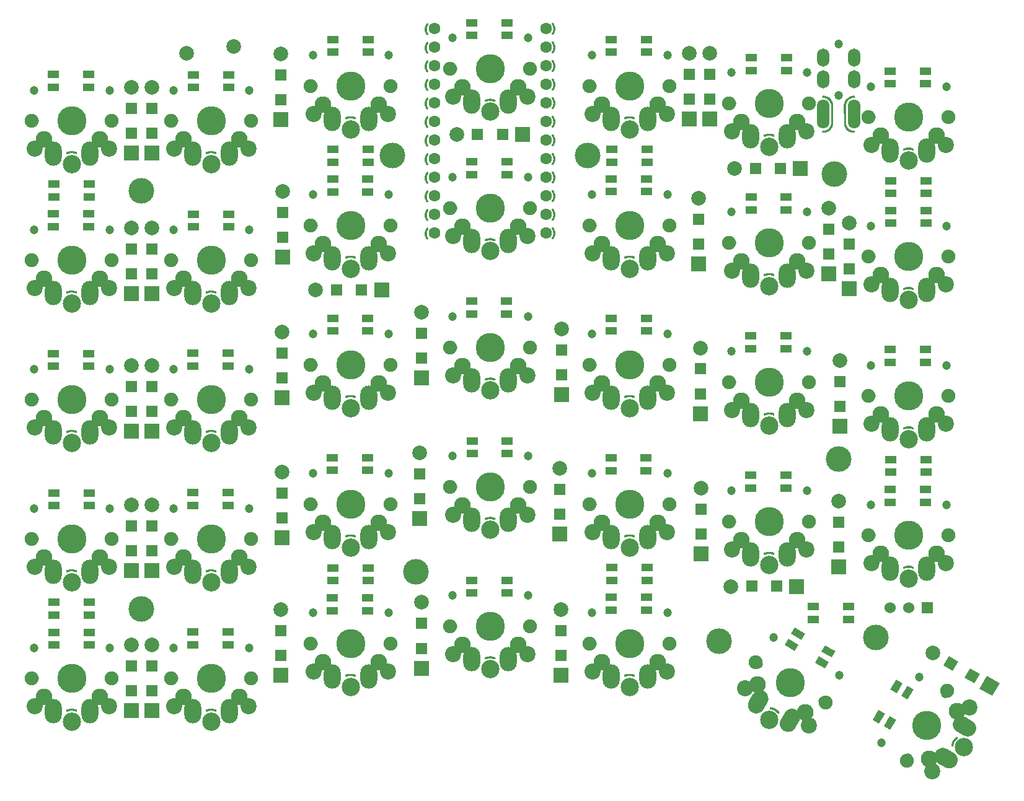
<source format=gts>
G04 #@! TF.GenerationSoftware,KiCad,Pcbnew,(5.1.10)-1*
G04 #@! TF.CreationDate,2022-02-03T22:34:05+03:00*
G04 #@! TF.ProjectId,Kapl,4b61706c-2e6b-4696-9361-645f70636258,rev?*
G04 #@! TF.SameCoordinates,Original*
G04 #@! TF.FileFunction,Soldermask,Top*
G04 #@! TF.FilePolarity,Negative*
%FSLAX46Y46*%
G04 Gerber Fmt 4.6, Leading zero omitted, Abs format (unit mm)*
G04 Created by KiCad (PCBNEW (5.1.10)-1) date 2022-02-03 22:34:05*
%MOMM*%
%LPD*%
G01*
G04 APERTURE LIST*
%ADD10C,1.998980*%
%ADD11R,1.998980X1.998980*%
%ADD12R,1.524000X1.500000*%
%ADD13C,0.100000*%
%ADD14R,1.500000X1.524000*%
%ADD15C,3.500000*%
%ADD16C,1.600000*%
%ADD17C,1.193800*%
%ADD18C,3.987800*%
%ADD19C,2.286000*%
%ADD20C,1.200000*%
%ADD21C,2.200000*%
%ADD22C,2.500000*%
%ADD23C,1.900000*%
%ADD24C,3.400000*%
%ADD25O,2.300000X3.337000*%
%ADD26C,2.000000*%
%ADD27O,1.700000X4.000000*%
%ADD28O,1.700000X2.500000*%
%ADD29R,1.600000X1.000000*%
%ADD30C,1.524000*%
%ADD31R,1.524000X1.524000*%
G04 APERTURE END LIST*
D10*
X127601200Y-52758340D03*
D11*
X136601200Y-52758340D03*
D12*
X133871200Y-52755800D03*
X130471200Y-52755800D03*
D10*
X192626385Y-123674500D03*
D13*
G36*
X199055285Y-128540339D02*
G01*
X200054775Y-126809171D01*
X201785943Y-127808661D01*
X200786453Y-129539829D01*
X199055285Y-128540339D01*
G37*
G36*
X199092546Y-126538781D02*
G01*
X198342546Y-127837819D01*
X197022724Y-127075819D01*
X197772724Y-125776781D01*
X199092546Y-126538781D01*
G37*
G36*
X196148059Y-124838781D02*
G01*
X195398059Y-126137819D01*
X194078237Y-125375819D01*
X194828237Y-124076781D01*
X196148059Y-124838781D01*
G37*
D10*
X165053000Y-114556540D03*
D11*
X174053000Y-114556540D03*
D12*
X171323000Y-114554000D03*
X167923000Y-114554000D03*
D10*
X141856460Y-117746000D03*
D11*
X141856460Y-126746000D03*
D14*
X141859000Y-124016000D03*
X141859000Y-120616000D03*
D10*
X122806460Y-116755400D03*
D11*
X122806460Y-125755400D03*
D14*
X122809000Y-123025400D03*
X122809000Y-119625400D03*
D10*
X103629460Y-117746000D03*
D11*
X103629460Y-126746000D03*
D14*
X103632000Y-124016000D03*
X103632000Y-120616000D03*
D10*
X85976460Y-122572000D03*
D11*
X85976460Y-131572000D03*
D14*
X85979000Y-128842000D03*
X85979000Y-125442000D03*
D10*
X83182460Y-122572000D03*
D11*
X83182460Y-131572000D03*
D14*
X83185000Y-128842000D03*
X83185000Y-125442000D03*
D10*
X179829460Y-102887000D03*
D11*
X179829460Y-111887000D03*
D14*
X179832000Y-109157000D03*
X179832000Y-105757000D03*
D10*
X161033460Y-101109000D03*
D11*
X161033460Y-110109000D03*
D14*
X161036000Y-107379000D03*
X161036000Y-103979000D03*
D10*
X141729460Y-98442000D03*
D11*
X141729460Y-107442000D03*
D14*
X141732000Y-104712000D03*
X141732000Y-101312000D03*
D10*
X122552460Y-96283000D03*
D11*
X122552460Y-105283000D03*
D14*
X122555000Y-102553000D03*
X122555000Y-99153000D03*
D10*
X103756460Y-98950000D03*
D11*
X103756460Y-107950000D03*
D14*
X103759000Y-105220000D03*
X103759000Y-101820000D03*
D10*
X85976460Y-103395000D03*
D11*
X85976460Y-112395000D03*
D14*
X85979000Y-109665000D03*
X85979000Y-106265000D03*
D10*
X83182460Y-103395000D03*
D11*
X83182460Y-112395000D03*
D14*
X83185000Y-109665000D03*
X83185000Y-106265000D03*
D10*
X179956460Y-83710000D03*
D11*
X179956460Y-92710000D03*
D14*
X179959000Y-89980000D03*
X179959000Y-86580000D03*
D10*
X160906460Y-81962300D03*
D11*
X160906460Y-90962300D03*
D14*
X160909000Y-88232300D03*
X160909000Y-84832300D03*
D10*
X141935460Y-79392000D03*
D11*
X141935460Y-88392000D03*
D14*
X141938000Y-85662000D03*
X141938000Y-82262000D03*
D10*
X122806460Y-77106000D03*
D11*
X122806460Y-86106000D03*
D14*
X122809000Y-83376000D03*
X122809000Y-79976000D03*
D10*
X103756460Y-79773000D03*
D11*
X103756460Y-88773000D03*
D14*
X103759000Y-86043000D03*
X103759000Y-82643000D03*
D10*
X85976460Y-84345000D03*
D11*
X85976460Y-93345000D03*
D14*
X85979000Y-90615000D03*
X85979000Y-87215000D03*
D10*
X83182460Y-84345000D03*
D11*
X83182460Y-93345000D03*
D14*
X83185000Y-90615000D03*
X83185000Y-87215000D03*
D10*
X181226460Y-64914000D03*
D11*
X181226460Y-73914000D03*
D14*
X181229000Y-71184000D03*
X181229000Y-67784000D03*
D10*
X178432460Y-62882000D03*
D11*
X178432460Y-71882000D03*
D14*
X178435000Y-69152000D03*
X178435000Y-65752000D03*
D10*
X160652460Y-61485000D03*
D11*
X160652460Y-70485000D03*
D14*
X160655000Y-67755000D03*
X160655000Y-64355000D03*
D10*
X108373400Y-74068940D03*
D11*
X117373400Y-74068940D03*
D12*
X114643400Y-74066400D03*
X111243400Y-74066400D03*
D10*
X103883460Y-60596000D03*
D11*
X103883460Y-69596000D03*
D14*
X103886000Y-66866000D03*
X103886000Y-63466000D03*
D10*
X85979000Y-65549000D03*
D11*
X85979000Y-74549000D03*
D14*
X85981540Y-71819000D03*
X85981540Y-68419000D03*
D10*
X83182460Y-65549000D03*
D11*
X83182460Y-74549000D03*
D14*
X83185000Y-71819000D03*
X83185000Y-68419000D03*
D10*
X165548800Y-57480200D03*
D11*
X174548800Y-57480200D03*
D12*
X171818800Y-57477660D03*
X168418800Y-57477660D03*
D10*
X162176460Y-41673000D03*
D11*
X162176460Y-50673000D03*
D14*
X162179000Y-47943000D03*
X162179000Y-44543000D03*
D10*
X159382460Y-41673000D03*
D11*
X159382460Y-50673000D03*
D14*
X159385000Y-47943000D03*
X159385000Y-44543000D03*
D10*
X103629460Y-41800000D03*
D11*
X103629460Y-50800000D03*
D14*
X103632000Y-48070000D03*
X103632000Y-44670000D03*
D10*
X85976460Y-46372000D03*
D11*
X85976460Y-55372000D03*
D14*
X85979000Y-52642000D03*
X85979000Y-49242000D03*
D10*
X83182460Y-46372000D03*
D11*
X83182460Y-55372000D03*
D14*
X83185000Y-52642000D03*
X83185000Y-49242000D03*
D15*
X184889870Y-121516693D03*
X84548800Y-117616950D03*
X179193531Y-58205103D03*
X163429739Y-122049778D03*
X145523875Y-55705150D03*
X179798850Y-97138600D03*
X118823525Y-55705150D03*
X122082243Y-112556162D03*
X84548800Y-60466950D03*
D13*
G36*
X141107002Y-38359447D02*
G01*
X141106980Y-38365761D01*
X141101411Y-38471831D01*
X141101286Y-38473921D01*
X141100566Y-38480138D01*
X141099928Y-38486410D01*
X141084035Y-38591431D01*
X141083707Y-38593499D01*
X141082379Y-38599640D01*
X141081137Y-38605796D01*
X141055073Y-38708760D01*
X141055072Y-38708765D01*
X141055070Y-38708771D01*
X141054544Y-38710790D01*
X141052625Y-38716765D01*
X141050786Y-38722778D01*
X141014797Y-38822711D01*
X141014074Y-38824676D01*
X141011586Y-38830424D01*
X141009165Y-38836239D01*
X140963597Y-38932183D01*
X140962685Y-38934068D01*
X140959649Y-38939543D01*
X140956670Y-38945099D01*
X140901956Y-39036139D01*
X140900864Y-39037926D01*
X140898047Y-39042009D01*
X140895345Y-39046201D01*
X140855581Y-39101731D01*
X140854350Y-39103424D01*
X140845087Y-39114780D01*
X140834759Y-39125179D01*
X140823467Y-39134519D01*
X140811316Y-39142712D01*
X140798425Y-39149681D01*
X140784914Y-39155359D01*
X140770915Y-39159691D01*
X140756559Y-39162637D01*
X140741984Y-39164168D01*
X140727328Y-39164268D01*
X140712734Y-39162939D01*
X140698339Y-39160191D01*
X140684281Y-39156052D01*
X140670694Y-39150561D01*
X140657707Y-39143770D01*
X140645446Y-39135744D01*
X140634025Y-39126560D01*
X140623555Y-39116305D01*
X140614137Y-39105079D01*
X140605859Y-39092986D01*
X140598799Y-39080142D01*
X140593027Y-39066673D01*
X140588597Y-39052703D01*
X140585552Y-39038368D01*
X140583920Y-39023804D01*
X140583717Y-39009151D01*
X140584944Y-38994548D01*
X140587591Y-38980134D01*
X140591632Y-38966047D01*
X140597029Y-38952421D01*
X140603729Y-38939387D01*
X140611668Y-38927070D01*
X140647923Y-38876440D01*
X140695757Y-38796848D01*
X140735030Y-38714156D01*
X140766047Y-38628030D01*
X140788511Y-38539287D01*
X140802207Y-38448783D01*
X140807008Y-38357352D01*
X140802864Y-38265908D01*
X140789815Y-38175298D01*
X140767987Y-38086397D01*
X140737587Y-38000046D01*
X140698910Y-37917083D01*
X140652314Y-37838276D01*
X140593925Y-37758482D01*
X140592700Y-37756783D01*
X140584806Y-37744436D01*
X140578153Y-37731378D01*
X140572807Y-37717733D01*
X140568819Y-37703631D01*
X140566225Y-37689208D01*
X140565051Y-37674600D01*
X140565308Y-37659947D01*
X140566993Y-37645390D01*
X140570091Y-37631066D01*
X140574573Y-37617112D01*
X140580394Y-37603663D01*
X140587500Y-37590847D01*
X140595823Y-37578785D01*
X140605284Y-37567592D01*
X140615790Y-37557376D01*
X140627245Y-37548235D01*
X140639536Y-37540254D01*
X140652548Y-37533511D01*
X140666154Y-37528070D01*
X140680228Y-37523983D01*
X140694634Y-37521288D01*
X140709232Y-37520012D01*
X140723887Y-37520167D01*
X140738456Y-37521751D01*
X140752801Y-37524749D01*
X140766784Y-37529133D01*
X140780274Y-37534860D01*
X140793140Y-37541876D01*
X140805260Y-37550115D01*
X140816518Y-37559497D01*
X140826808Y-37569933D01*
X140836029Y-37581322D01*
X140898753Y-37667040D01*
X140899978Y-37668739D01*
X140903336Y-37673992D01*
X140906820Y-37679276D01*
X140960879Y-37770705D01*
X140961932Y-37772515D01*
X140964782Y-37778110D01*
X140967712Y-37783669D01*
X141012588Y-37879929D01*
X141012592Y-37879937D01*
X141012596Y-37879946D01*
X141013463Y-37881842D01*
X141015732Y-37887632D01*
X141018128Y-37893506D01*
X141053400Y-37993694D01*
X141054081Y-37995675D01*
X141055780Y-38001680D01*
X141057586Y-38007740D01*
X141082912Y-38110892D01*
X141083396Y-38112930D01*
X141084504Y-38119091D01*
X141085706Y-38125277D01*
X141100846Y-38230410D01*
X141101130Y-38232484D01*
X141101633Y-38238742D01*
X141102224Y-38245000D01*
X141107032Y-38351106D01*
X141107112Y-38353199D01*
X141107002Y-38359447D01*
G37*
G36*
X141107002Y-40899447D02*
G01*
X141106980Y-40905761D01*
X141101411Y-41011831D01*
X141101286Y-41013921D01*
X141100566Y-41020138D01*
X141099928Y-41026410D01*
X141084035Y-41131431D01*
X141083707Y-41133499D01*
X141082379Y-41139640D01*
X141081137Y-41145796D01*
X141055073Y-41248760D01*
X141055072Y-41248765D01*
X141055070Y-41248771D01*
X141054544Y-41250790D01*
X141052625Y-41256765D01*
X141050786Y-41262778D01*
X141014797Y-41362711D01*
X141014074Y-41364676D01*
X141011586Y-41370424D01*
X141009165Y-41376239D01*
X140963597Y-41472183D01*
X140962685Y-41474068D01*
X140959649Y-41479543D01*
X140956670Y-41485099D01*
X140901956Y-41576139D01*
X140900864Y-41577926D01*
X140898047Y-41582009D01*
X140895345Y-41586201D01*
X140855581Y-41641731D01*
X140854350Y-41643424D01*
X140845087Y-41654780D01*
X140834759Y-41665179D01*
X140823467Y-41674519D01*
X140811316Y-41682712D01*
X140798425Y-41689681D01*
X140784914Y-41695359D01*
X140770915Y-41699691D01*
X140756559Y-41702637D01*
X140741984Y-41704168D01*
X140727328Y-41704268D01*
X140712734Y-41702939D01*
X140698339Y-41700191D01*
X140684281Y-41696052D01*
X140670694Y-41690561D01*
X140657707Y-41683770D01*
X140645446Y-41675744D01*
X140634025Y-41666560D01*
X140623555Y-41656305D01*
X140614137Y-41645079D01*
X140605859Y-41632986D01*
X140598799Y-41620142D01*
X140593027Y-41606673D01*
X140588597Y-41592703D01*
X140585552Y-41578368D01*
X140583920Y-41563804D01*
X140583717Y-41549151D01*
X140584944Y-41534548D01*
X140587591Y-41520134D01*
X140591632Y-41506047D01*
X140597029Y-41492421D01*
X140603729Y-41479387D01*
X140611668Y-41467070D01*
X140647923Y-41416440D01*
X140695757Y-41336848D01*
X140735030Y-41254156D01*
X140766047Y-41168030D01*
X140788511Y-41079287D01*
X140802207Y-40988783D01*
X140807008Y-40897352D01*
X140802864Y-40805908D01*
X140789815Y-40715298D01*
X140767987Y-40626397D01*
X140737587Y-40540046D01*
X140698910Y-40457083D01*
X140652314Y-40378276D01*
X140593925Y-40298482D01*
X140592700Y-40296783D01*
X140584806Y-40284436D01*
X140578153Y-40271378D01*
X140572807Y-40257733D01*
X140568819Y-40243631D01*
X140566225Y-40229208D01*
X140565051Y-40214600D01*
X140565308Y-40199947D01*
X140566993Y-40185390D01*
X140570091Y-40171066D01*
X140574573Y-40157112D01*
X140580394Y-40143663D01*
X140587500Y-40130847D01*
X140595823Y-40118785D01*
X140605284Y-40107592D01*
X140615790Y-40097376D01*
X140627245Y-40088235D01*
X140639536Y-40080254D01*
X140652548Y-40073511D01*
X140666154Y-40068070D01*
X140680228Y-40063983D01*
X140694634Y-40061288D01*
X140709232Y-40060012D01*
X140723887Y-40060167D01*
X140738456Y-40061751D01*
X140752801Y-40064749D01*
X140766784Y-40069133D01*
X140780274Y-40074860D01*
X140793140Y-40081876D01*
X140805260Y-40090115D01*
X140816518Y-40099497D01*
X140826808Y-40109933D01*
X140836029Y-40121322D01*
X140898753Y-40207040D01*
X140899978Y-40208739D01*
X140903336Y-40213992D01*
X140906820Y-40219276D01*
X140960879Y-40310705D01*
X140961932Y-40312515D01*
X140964782Y-40318110D01*
X140967712Y-40323669D01*
X141012588Y-40419929D01*
X141012592Y-40419937D01*
X141012596Y-40419946D01*
X141013463Y-40421842D01*
X141015732Y-40427632D01*
X141018128Y-40433506D01*
X141053400Y-40533694D01*
X141054081Y-40535675D01*
X141055780Y-40541680D01*
X141057586Y-40547740D01*
X141082912Y-40650892D01*
X141083396Y-40652930D01*
X141084504Y-40659091D01*
X141085706Y-40665277D01*
X141100846Y-40770410D01*
X141101130Y-40772484D01*
X141101633Y-40778742D01*
X141102224Y-40785000D01*
X141107032Y-40891106D01*
X141107112Y-40893199D01*
X141107002Y-40899447D01*
G37*
G36*
X141107002Y-43439447D02*
G01*
X141106980Y-43445761D01*
X141101411Y-43551831D01*
X141101286Y-43553921D01*
X141100566Y-43560138D01*
X141099928Y-43566410D01*
X141084035Y-43671431D01*
X141083707Y-43673499D01*
X141082379Y-43679640D01*
X141081137Y-43685796D01*
X141055073Y-43788760D01*
X141055072Y-43788765D01*
X141055070Y-43788771D01*
X141054544Y-43790790D01*
X141052625Y-43796765D01*
X141050786Y-43802778D01*
X141014797Y-43902711D01*
X141014074Y-43904676D01*
X141011586Y-43910424D01*
X141009165Y-43916239D01*
X140963597Y-44012183D01*
X140962685Y-44014068D01*
X140959649Y-44019543D01*
X140956670Y-44025099D01*
X140901956Y-44116139D01*
X140900864Y-44117926D01*
X140898047Y-44122009D01*
X140895345Y-44126201D01*
X140855581Y-44181731D01*
X140854350Y-44183424D01*
X140845087Y-44194780D01*
X140834759Y-44205179D01*
X140823467Y-44214519D01*
X140811316Y-44222712D01*
X140798425Y-44229681D01*
X140784914Y-44235359D01*
X140770915Y-44239691D01*
X140756559Y-44242637D01*
X140741984Y-44244168D01*
X140727328Y-44244268D01*
X140712734Y-44242939D01*
X140698339Y-44240191D01*
X140684281Y-44236052D01*
X140670694Y-44230561D01*
X140657707Y-44223770D01*
X140645446Y-44215744D01*
X140634025Y-44206560D01*
X140623555Y-44196305D01*
X140614137Y-44185079D01*
X140605859Y-44172986D01*
X140598799Y-44160142D01*
X140593027Y-44146673D01*
X140588597Y-44132703D01*
X140585552Y-44118368D01*
X140583920Y-44103804D01*
X140583717Y-44089151D01*
X140584944Y-44074548D01*
X140587591Y-44060134D01*
X140591632Y-44046047D01*
X140597029Y-44032421D01*
X140603729Y-44019387D01*
X140611668Y-44007070D01*
X140647923Y-43956440D01*
X140695757Y-43876848D01*
X140735030Y-43794156D01*
X140766047Y-43708030D01*
X140788511Y-43619287D01*
X140802207Y-43528783D01*
X140807008Y-43437352D01*
X140802864Y-43345908D01*
X140789815Y-43255298D01*
X140767987Y-43166397D01*
X140737587Y-43080046D01*
X140698910Y-42997083D01*
X140652314Y-42918276D01*
X140593925Y-42838482D01*
X140592700Y-42836783D01*
X140584806Y-42824436D01*
X140578153Y-42811378D01*
X140572807Y-42797733D01*
X140568819Y-42783631D01*
X140566225Y-42769208D01*
X140565051Y-42754600D01*
X140565308Y-42739947D01*
X140566993Y-42725390D01*
X140570091Y-42711066D01*
X140574573Y-42697112D01*
X140580394Y-42683663D01*
X140587500Y-42670847D01*
X140595823Y-42658785D01*
X140605284Y-42647592D01*
X140615790Y-42637376D01*
X140627245Y-42628235D01*
X140639536Y-42620254D01*
X140652548Y-42613511D01*
X140666154Y-42608070D01*
X140680228Y-42603983D01*
X140694634Y-42601288D01*
X140709232Y-42600012D01*
X140723887Y-42600167D01*
X140738456Y-42601751D01*
X140752801Y-42604749D01*
X140766784Y-42609133D01*
X140780274Y-42614860D01*
X140793140Y-42621876D01*
X140805260Y-42630115D01*
X140816518Y-42639497D01*
X140826808Y-42649933D01*
X140836029Y-42661322D01*
X140898753Y-42747040D01*
X140899978Y-42748739D01*
X140903336Y-42753992D01*
X140906820Y-42759276D01*
X140960879Y-42850705D01*
X140961932Y-42852515D01*
X140964782Y-42858110D01*
X140967712Y-42863669D01*
X141012588Y-42959929D01*
X141012592Y-42959937D01*
X141012596Y-42959946D01*
X141013463Y-42961842D01*
X141015732Y-42967632D01*
X141018128Y-42973506D01*
X141053400Y-43073694D01*
X141054081Y-43075675D01*
X141055780Y-43081680D01*
X141057586Y-43087740D01*
X141082912Y-43190892D01*
X141083396Y-43192930D01*
X141084504Y-43199091D01*
X141085706Y-43205277D01*
X141100846Y-43310410D01*
X141101130Y-43312484D01*
X141101633Y-43318742D01*
X141102224Y-43325000D01*
X141107032Y-43431106D01*
X141107112Y-43433199D01*
X141107002Y-43439447D01*
G37*
G36*
X141107002Y-45979447D02*
G01*
X141106980Y-45985761D01*
X141101411Y-46091831D01*
X141101286Y-46093921D01*
X141100566Y-46100138D01*
X141099928Y-46106410D01*
X141084035Y-46211431D01*
X141083707Y-46213499D01*
X141082379Y-46219640D01*
X141081137Y-46225796D01*
X141055073Y-46328760D01*
X141055072Y-46328765D01*
X141055070Y-46328771D01*
X141054544Y-46330790D01*
X141052625Y-46336765D01*
X141050786Y-46342778D01*
X141014797Y-46442711D01*
X141014074Y-46444676D01*
X141011586Y-46450424D01*
X141009165Y-46456239D01*
X140963597Y-46552183D01*
X140962685Y-46554068D01*
X140959649Y-46559543D01*
X140956670Y-46565099D01*
X140901956Y-46656139D01*
X140900864Y-46657926D01*
X140898047Y-46662009D01*
X140895345Y-46666201D01*
X140855581Y-46721731D01*
X140854350Y-46723424D01*
X140845087Y-46734780D01*
X140834759Y-46745179D01*
X140823467Y-46754519D01*
X140811316Y-46762712D01*
X140798425Y-46769681D01*
X140784914Y-46775359D01*
X140770915Y-46779691D01*
X140756559Y-46782637D01*
X140741984Y-46784168D01*
X140727328Y-46784268D01*
X140712734Y-46782939D01*
X140698339Y-46780191D01*
X140684281Y-46776052D01*
X140670694Y-46770561D01*
X140657707Y-46763770D01*
X140645446Y-46755744D01*
X140634025Y-46746560D01*
X140623555Y-46736305D01*
X140614137Y-46725079D01*
X140605859Y-46712986D01*
X140598799Y-46700142D01*
X140593027Y-46686673D01*
X140588597Y-46672703D01*
X140585552Y-46658368D01*
X140583920Y-46643804D01*
X140583717Y-46629151D01*
X140584944Y-46614548D01*
X140587591Y-46600134D01*
X140591632Y-46586047D01*
X140597029Y-46572421D01*
X140603729Y-46559387D01*
X140611668Y-46547070D01*
X140647923Y-46496440D01*
X140695757Y-46416848D01*
X140735030Y-46334156D01*
X140766047Y-46248030D01*
X140788511Y-46159287D01*
X140802207Y-46068783D01*
X140807008Y-45977352D01*
X140802864Y-45885908D01*
X140789815Y-45795298D01*
X140767987Y-45706397D01*
X140737587Y-45620046D01*
X140698910Y-45537083D01*
X140652314Y-45458276D01*
X140593925Y-45378482D01*
X140592700Y-45376783D01*
X140584806Y-45364436D01*
X140578153Y-45351378D01*
X140572807Y-45337733D01*
X140568819Y-45323631D01*
X140566225Y-45309208D01*
X140565051Y-45294600D01*
X140565308Y-45279947D01*
X140566993Y-45265390D01*
X140570091Y-45251066D01*
X140574573Y-45237112D01*
X140580394Y-45223663D01*
X140587500Y-45210847D01*
X140595823Y-45198785D01*
X140605284Y-45187592D01*
X140615790Y-45177376D01*
X140627245Y-45168235D01*
X140639536Y-45160254D01*
X140652548Y-45153511D01*
X140666154Y-45148070D01*
X140680228Y-45143983D01*
X140694634Y-45141288D01*
X140709232Y-45140012D01*
X140723887Y-45140167D01*
X140738456Y-45141751D01*
X140752801Y-45144749D01*
X140766784Y-45149133D01*
X140780274Y-45154860D01*
X140793140Y-45161876D01*
X140805260Y-45170115D01*
X140816518Y-45179497D01*
X140826808Y-45189933D01*
X140836029Y-45201322D01*
X140898753Y-45287040D01*
X140899978Y-45288739D01*
X140903336Y-45293992D01*
X140906820Y-45299276D01*
X140960879Y-45390705D01*
X140961932Y-45392515D01*
X140964782Y-45398110D01*
X140967712Y-45403669D01*
X141012588Y-45499929D01*
X141012592Y-45499937D01*
X141012596Y-45499946D01*
X141013463Y-45501842D01*
X141015732Y-45507632D01*
X141018128Y-45513506D01*
X141053400Y-45613694D01*
X141054081Y-45615675D01*
X141055780Y-45621680D01*
X141057586Y-45627740D01*
X141082912Y-45730892D01*
X141083396Y-45732930D01*
X141084504Y-45739091D01*
X141085706Y-45745277D01*
X141100846Y-45850410D01*
X141101130Y-45852484D01*
X141101633Y-45858742D01*
X141102224Y-45865000D01*
X141107032Y-45971106D01*
X141107112Y-45973199D01*
X141107002Y-45979447D01*
G37*
G36*
X141107002Y-48519447D02*
G01*
X141106980Y-48525761D01*
X141101411Y-48631831D01*
X141101286Y-48633921D01*
X141100566Y-48640138D01*
X141099928Y-48646410D01*
X141084035Y-48751431D01*
X141083707Y-48753499D01*
X141082379Y-48759640D01*
X141081137Y-48765796D01*
X141055073Y-48868760D01*
X141055072Y-48868765D01*
X141055070Y-48868771D01*
X141054544Y-48870790D01*
X141052625Y-48876765D01*
X141050786Y-48882778D01*
X141014797Y-48982711D01*
X141014074Y-48984676D01*
X141011586Y-48990424D01*
X141009165Y-48996239D01*
X140963597Y-49092183D01*
X140962685Y-49094068D01*
X140959649Y-49099543D01*
X140956670Y-49105099D01*
X140901956Y-49196139D01*
X140900864Y-49197926D01*
X140898047Y-49202009D01*
X140895345Y-49206201D01*
X140855581Y-49261731D01*
X140854350Y-49263424D01*
X140845087Y-49274780D01*
X140834759Y-49285179D01*
X140823467Y-49294519D01*
X140811316Y-49302712D01*
X140798425Y-49309681D01*
X140784914Y-49315359D01*
X140770915Y-49319691D01*
X140756559Y-49322637D01*
X140741984Y-49324168D01*
X140727328Y-49324268D01*
X140712734Y-49322939D01*
X140698339Y-49320191D01*
X140684281Y-49316052D01*
X140670694Y-49310561D01*
X140657707Y-49303770D01*
X140645446Y-49295744D01*
X140634025Y-49286560D01*
X140623555Y-49276305D01*
X140614137Y-49265079D01*
X140605859Y-49252986D01*
X140598799Y-49240142D01*
X140593027Y-49226673D01*
X140588597Y-49212703D01*
X140585552Y-49198368D01*
X140583920Y-49183804D01*
X140583717Y-49169151D01*
X140584944Y-49154548D01*
X140587591Y-49140134D01*
X140591632Y-49126047D01*
X140597029Y-49112421D01*
X140603729Y-49099387D01*
X140611668Y-49087070D01*
X140647923Y-49036440D01*
X140695757Y-48956848D01*
X140735030Y-48874156D01*
X140766047Y-48788030D01*
X140788511Y-48699287D01*
X140802207Y-48608783D01*
X140807008Y-48517352D01*
X140802864Y-48425908D01*
X140789815Y-48335298D01*
X140767987Y-48246397D01*
X140737587Y-48160046D01*
X140698910Y-48077083D01*
X140652314Y-47998276D01*
X140593925Y-47918482D01*
X140592700Y-47916783D01*
X140584806Y-47904436D01*
X140578153Y-47891378D01*
X140572807Y-47877733D01*
X140568819Y-47863631D01*
X140566225Y-47849208D01*
X140565051Y-47834600D01*
X140565308Y-47819947D01*
X140566993Y-47805390D01*
X140570091Y-47791066D01*
X140574573Y-47777112D01*
X140580394Y-47763663D01*
X140587500Y-47750847D01*
X140595823Y-47738785D01*
X140605284Y-47727592D01*
X140615790Y-47717376D01*
X140627245Y-47708235D01*
X140639536Y-47700254D01*
X140652548Y-47693511D01*
X140666154Y-47688070D01*
X140680228Y-47683983D01*
X140694634Y-47681288D01*
X140709232Y-47680012D01*
X140723887Y-47680167D01*
X140738456Y-47681751D01*
X140752801Y-47684749D01*
X140766784Y-47689133D01*
X140780274Y-47694860D01*
X140793140Y-47701876D01*
X140805260Y-47710115D01*
X140816518Y-47719497D01*
X140826808Y-47729933D01*
X140836029Y-47741322D01*
X140898753Y-47827040D01*
X140899978Y-47828739D01*
X140903336Y-47833992D01*
X140906820Y-47839276D01*
X140960879Y-47930705D01*
X140961932Y-47932515D01*
X140964782Y-47938110D01*
X140967712Y-47943669D01*
X141012588Y-48039929D01*
X141012592Y-48039937D01*
X141012596Y-48039946D01*
X141013463Y-48041842D01*
X141015732Y-48047632D01*
X141018128Y-48053506D01*
X141053400Y-48153694D01*
X141054081Y-48155675D01*
X141055780Y-48161680D01*
X141057586Y-48167740D01*
X141082912Y-48270892D01*
X141083396Y-48272930D01*
X141084504Y-48279091D01*
X141085706Y-48285277D01*
X141100846Y-48390410D01*
X141101130Y-48392484D01*
X141101633Y-48398742D01*
X141102224Y-48405000D01*
X141107032Y-48511106D01*
X141107112Y-48513199D01*
X141107002Y-48519447D01*
G37*
G36*
X141107002Y-51059447D02*
G01*
X141106980Y-51065761D01*
X141101411Y-51171831D01*
X141101286Y-51173921D01*
X141100566Y-51180138D01*
X141099928Y-51186410D01*
X141084035Y-51291431D01*
X141083707Y-51293499D01*
X141082379Y-51299640D01*
X141081137Y-51305796D01*
X141055073Y-51408760D01*
X141055072Y-51408765D01*
X141055070Y-51408771D01*
X141054544Y-51410790D01*
X141052625Y-51416765D01*
X141050786Y-51422778D01*
X141014797Y-51522711D01*
X141014074Y-51524676D01*
X141011586Y-51530424D01*
X141009165Y-51536239D01*
X140963597Y-51632183D01*
X140962685Y-51634068D01*
X140959649Y-51639543D01*
X140956670Y-51645099D01*
X140901956Y-51736139D01*
X140900864Y-51737926D01*
X140898047Y-51742009D01*
X140895345Y-51746201D01*
X140855581Y-51801731D01*
X140854350Y-51803424D01*
X140845087Y-51814780D01*
X140834759Y-51825179D01*
X140823467Y-51834519D01*
X140811316Y-51842712D01*
X140798425Y-51849681D01*
X140784914Y-51855359D01*
X140770915Y-51859691D01*
X140756559Y-51862637D01*
X140741984Y-51864168D01*
X140727328Y-51864268D01*
X140712734Y-51862939D01*
X140698339Y-51860191D01*
X140684281Y-51856052D01*
X140670694Y-51850561D01*
X140657707Y-51843770D01*
X140645446Y-51835744D01*
X140634025Y-51826560D01*
X140623555Y-51816305D01*
X140614137Y-51805079D01*
X140605859Y-51792986D01*
X140598799Y-51780142D01*
X140593027Y-51766673D01*
X140588597Y-51752703D01*
X140585552Y-51738368D01*
X140583920Y-51723804D01*
X140583717Y-51709151D01*
X140584944Y-51694548D01*
X140587591Y-51680134D01*
X140591632Y-51666047D01*
X140597029Y-51652421D01*
X140603729Y-51639387D01*
X140611668Y-51627070D01*
X140647923Y-51576440D01*
X140695757Y-51496848D01*
X140735030Y-51414156D01*
X140766047Y-51328030D01*
X140788511Y-51239287D01*
X140802207Y-51148783D01*
X140807008Y-51057352D01*
X140802864Y-50965908D01*
X140789815Y-50875298D01*
X140767987Y-50786397D01*
X140737587Y-50700046D01*
X140698910Y-50617083D01*
X140652314Y-50538276D01*
X140593925Y-50458482D01*
X140592700Y-50456783D01*
X140584806Y-50444436D01*
X140578153Y-50431378D01*
X140572807Y-50417733D01*
X140568819Y-50403631D01*
X140566225Y-50389208D01*
X140565051Y-50374600D01*
X140565308Y-50359947D01*
X140566993Y-50345390D01*
X140570091Y-50331066D01*
X140574573Y-50317112D01*
X140580394Y-50303663D01*
X140587500Y-50290847D01*
X140595823Y-50278785D01*
X140605284Y-50267592D01*
X140615790Y-50257376D01*
X140627245Y-50248235D01*
X140639536Y-50240254D01*
X140652548Y-50233511D01*
X140666154Y-50228070D01*
X140680228Y-50223983D01*
X140694634Y-50221288D01*
X140709232Y-50220012D01*
X140723887Y-50220167D01*
X140738456Y-50221751D01*
X140752801Y-50224749D01*
X140766784Y-50229133D01*
X140780274Y-50234860D01*
X140793140Y-50241876D01*
X140805260Y-50250115D01*
X140816518Y-50259497D01*
X140826808Y-50269933D01*
X140836029Y-50281322D01*
X140898753Y-50367040D01*
X140899978Y-50368739D01*
X140903336Y-50373992D01*
X140906820Y-50379276D01*
X140960879Y-50470705D01*
X140961932Y-50472515D01*
X140964782Y-50478110D01*
X140967712Y-50483669D01*
X141012588Y-50579929D01*
X141012592Y-50579937D01*
X141012596Y-50579946D01*
X141013463Y-50581842D01*
X141015732Y-50587632D01*
X141018128Y-50593506D01*
X141053400Y-50693694D01*
X141054081Y-50695675D01*
X141055780Y-50701680D01*
X141057586Y-50707740D01*
X141082912Y-50810892D01*
X141083396Y-50812930D01*
X141084504Y-50819091D01*
X141085706Y-50825277D01*
X141100846Y-50930410D01*
X141101130Y-50932484D01*
X141101633Y-50938742D01*
X141102224Y-50945000D01*
X141107032Y-51051106D01*
X141107112Y-51053199D01*
X141107002Y-51059447D01*
G37*
G36*
X141107002Y-53599447D02*
G01*
X141106980Y-53605761D01*
X141101411Y-53711831D01*
X141101286Y-53713921D01*
X141100566Y-53720138D01*
X141099928Y-53726410D01*
X141084035Y-53831431D01*
X141083707Y-53833499D01*
X141082379Y-53839640D01*
X141081137Y-53845796D01*
X141055073Y-53948760D01*
X141055072Y-53948765D01*
X141055070Y-53948771D01*
X141054544Y-53950790D01*
X141052625Y-53956765D01*
X141050786Y-53962778D01*
X141014797Y-54062711D01*
X141014074Y-54064676D01*
X141011586Y-54070424D01*
X141009165Y-54076239D01*
X140963597Y-54172183D01*
X140962685Y-54174068D01*
X140959649Y-54179543D01*
X140956670Y-54185099D01*
X140901956Y-54276139D01*
X140900864Y-54277926D01*
X140898047Y-54282009D01*
X140895345Y-54286201D01*
X140855581Y-54341731D01*
X140854350Y-54343424D01*
X140845087Y-54354780D01*
X140834759Y-54365179D01*
X140823467Y-54374519D01*
X140811316Y-54382712D01*
X140798425Y-54389681D01*
X140784914Y-54395359D01*
X140770915Y-54399691D01*
X140756559Y-54402637D01*
X140741984Y-54404168D01*
X140727328Y-54404268D01*
X140712734Y-54402939D01*
X140698339Y-54400191D01*
X140684281Y-54396052D01*
X140670694Y-54390561D01*
X140657707Y-54383770D01*
X140645446Y-54375744D01*
X140634025Y-54366560D01*
X140623555Y-54356305D01*
X140614137Y-54345079D01*
X140605859Y-54332986D01*
X140598799Y-54320142D01*
X140593027Y-54306673D01*
X140588597Y-54292703D01*
X140585552Y-54278368D01*
X140583920Y-54263804D01*
X140583717Y-54249151D01*
X140584944Y-54234548D01*
X140587591Y-54220134D01*
X140591632Y-54206047D01*
X140597029Y-54192421D01*
X140603729Y-54179387D01*
X140611668Y-54167070D01*
X140647923Y-54116440D01*
X140695757Y-54036848D01*
X140735030Y-53954156D01*
X140766047Y-53868030D01*
X140788511Y-53779287D01*
X140802207Y-53688783D01*
X140807008Y-53597352D01*
X140802864Y-53505908D01*
X140789815Y-53415298D01*
X140767987Y-53326397D01*
X140737587Y-53240046D01*
X140698910Y-53157083D01*
X140652314Y-53078276D01*
X140593925Y-52998482D01*
X140592700Y-52996783D01*
X140584806Y-52984436D01*
X140578153Y-52971378D01*
X140572807Y-52957733D01*
X140568819Y-52943631D01*
X140566225Y-52929208D01*
X140565051Y-52914600D01*
X140565308Y-52899947D01*
X140566993Y-52885390D01*
X140570091Y-52871066D01*
X140574573Y-52857112D01*
X140580394Y-52843663D01*
X140587500Y-52830847D01*
X140595823Y-52818785D01*
X140605284Y-52807592D01*
X140615790Y-52797376D01*
X140627245Y-52788235D01*
X140639536Y-52780254D01*
X140652548Y-52773511D01*
X140666154Y-52768070D01*
X140680228Y-52763983D01*
X140694634Y-52761288D01*
X140709232Y-52760012D01*
X140723887Y-52760167D01*
X140738456Y-52761751D01*
X140752801Y-52764749D01*
X140766784Y-52769133D01*
X140780274Y-52774860D01*
X140793140Y-52781876D01*
X140805260Y-52790115D01*
X140816518Y-52799497D01*
X140826808Y-52809933D01*
X140836029Y-52821322D01*
X140898753Y-52907040D01*
X140899978Y-52908739D01*
X140903336Y-52913992D01*
X140906820Y-52919276D01*
X140960879Y-53010705D01*
X140961932Y-53012515D01*
X140964782Y-53018110D01*
X140967712Y-53023669D01*
X141012588Y-53119929D01*
X141012592Y-53119937D01*
X141012596Y-53119946D01*
X141013463Y-53121842D01*
X141015732Y-53127632D01*
X141018128Y-53133506D01*
X141053400Y-53233694D01*
X141054081Y-53235675D01*
X141055780Y-53241680D01*
X141057586Y-53247740D01*
X141082912Y-53350892D01*
X141083396Y-53352930D01*
X141084504Y-53359091D01*
X141085706Y-53365277D01*
X141100846Y-53470410D01*
X141101130Y-53472484D01*
X141101633Y-53478742D01*
X141102224Y-53485000D01*
X141107032Y-53591106D01*
X141107112Y-53593199D01*
X141107002Y-53599447D01*
G37*
G36*
X141107002Y-56139447D02*
G01*
X141106980Y-56145761D01*
X141101411Y-56251831D01*
X141101286Y-56253921D01*
X141100566Y-56260138D01*
X141099928Y-56266410D01*
X141084035Y-56371431D01*
X141083707Y-56373499D01*
X141082379Y-56379640D01*
X141081137Y-56385796D01*
X141055073Y-56488760D01*
X141055072Y-56488765D01*
X141055070Y-56488771D01*
X141054544Y-56490790D01*
X141052625Y-56496765D01*
X141050786Y-56502778D01*
X141014797Y-56602711D01*
X141014074Y-56604676D01*
X141011586Y-56610424D01*
X141009165Y-56616239D01*
X140963597Y-56712183D01*
X140962685Y-56714068D01*
X140959649Y-56719543D01*
X140956670Y-56725099D01*
X140901956Y-56816139D01*
X140900864Y-56817926D01*
X140898047Y-56822009D01*
X140895345Y-56826201D01*
X140855581Y-56881731D01*
X140854350Y-56883424D01*
X140845087Y-56894780D01*
X140834759Y-56905179D01*
X140823467Y-56914519D01*
X140811316Y-56922712D01*
X140798425Y-56929681D01*
X140784914Y-56935359D01*
X140770915Y-56939691D01*
X140756559Y-56942637D01*
X140741984Y-56944168D01*
X140727328Y-56944268D01*
X140712734Y-56942939D01*
X140698339Y-56940191D01*
X140684281Y-56936052D01*
X140670694Y-56930561D01*
X140657707Y-56923770D01*
X140645446Y-56915744D01*
X140634025Y-56906560D01*
X140623555Y-56896305D01*
X140614137Y-56885079D01*
X140605859Y-56872986D01*
X140598799Y-56860142D01*
X140593027Y-56846673D01*
X140588597Y-56832703D01*
X140585552Y-56818368D01*
X140583920Y-56803804D01*
X140583717Y-56789151D01*
X140584944Y-56774548D01*
X140587591Y-56760134D01*
X140591632Y-56746047D01*
X140597029Y-56732421D01*
X140603729Y-56719387D01*
X140611668Y-56707070D01*
X140647923Y-56656440D01*
X140695757Y-56576848D01*
X140735030Y-56494156D01*
X140766047Y-56408030D01*
X140788511Y-56319287D01*
X140802207Y-56228783D01*
X140807008Y-56137352D01*
X140802864Y-56045908D01*
X140789815Y-55955298D01*
X140767987Y-55866397D01*
X140737587Y-55780046D01*
X140698910Y-55697083D01*
X140652314Y-55618276D01*
X140593925Y-55538482D01*
X140592700Y-55536783D01*
X140584806Y-55524436D01*
X140578153Y-55511378D01*
X140572807Y-55497733D01*
X140568819Y-55483631D01*
X140566225Y-55469208D01*
X140565051Y-55454600D01*
X140565308Y-55439947D01*
X140566993Y-55425390D01*
X140570091Y-55411066D01*
X140574573Y-55397112D01*
X140580394Y-55383663D01*
X140587500Y-55370847D01*
X140595823Y-55358785D01*
X140605284Y-55347592D01*
X140615790Y-55337376D01*
X140627245Y-55328235D01*
X140639536Y-55320254D01*
X140652548Y-55313511D01*
X140666154Y-55308070D01*
X140680228Y-55303983D01*
X140694634Y-55301288D01*
X140709232Y-55300012D01*
X140723887Y-55300167D01*
X140738456Y-55301751D01*
X140752801Y-55304749D01*
X140766784Y-55309133D01*
X140780274Y-55314860D01*
X140793140Y-55321876D01*
X140805260Y-55330115D01*
X140816518Y-55339497D01*
X140826808Y-55349933D01*
X140836029Y-55361322D01*
X140898753Y-55447040D01*
X140899978Y-55448739D01*
X140903336Y-55453992D01*
X140906820Y-55459276D01*
X140960879Y-55550705D01*
X140961932Y-55552515D01*
X140964782Y-55558110D01*
X140967712Y-55563669D01*
X141012588Y-55659929D01*
X141012592Y-55659937D01*
X141012596Y-55659946D01*
X141013463Y-55661842D01*
X141015732Y-55667632D01*
X141018128Y-55673506D01*
X141053400Y-55773694D01*
X141054081Y-55775675D01*
X141055780Y-55781680D01*
X141057586Y-55787740D01*
X141082912Y-55890892D01*
X141083396Y-55892930D01*
X141084504Y-55899091D01*
X141085706Y-55905277D01*
X141100846Y-56010410D01*
X141101130Y-56012484D01*
X141101633Y-56018742D01*
X141102224Y-56025000D01*
X141107032Y-56131106D01*
X141107112Y-56133199D01*
X141107002Y-56139447D01*
G37*
G36*
X141107002Y-58679447D02*
G01*
X141106980Y-58685761D01*
X141101411Y-58791831D01*
X141101286Y-58793921D01*
X141100566Y-58800138D01*
X141099928Y-58806410D01*
X141084035Y-58911431D01*
X141083707Y-58913499D01*
X141082379Y-58919640D01*
X141081137Y-58925796D01*
X141055073Y-59028760D01*
X141055072Y-59028765D01*
X141055070Y-59028771D01*
X141054544Y-59030790D01*
X141052625Y-59036765D01*
X141050786Y-59042778D01*
X141014797Y-59142711D01*
X141014074Y-59144676D01*
X141011586Y-59150424D01*
X141009165Y-59156239D01*
X140963597Y-59252183D01*
X140962685Y-59254068D01*
X140959649Y-59259543D01*
X140956670Y-59265099D01*
X140901956Y-59356139D01*
X140900864Y-59357926D01*
X140898047Y-59362009D01*
X140895345Y-59366201D01*
X140855581Y-59421731D01*
X140854350Y-59423424D01*
X140845087Y-59434780D01*
X140834759Y-59445179D01*
X140823467Y-59454519D01*
X140811316Y-59462712D01*
X140798425Y-59469681D01*
X140784914Y-59475359D01*
X140770915Y-59479691D01*
X140756559Y-59482637D01*
X140741984Y-59484168D01*
X140727328Y-59484268D01*
X140712734Y-59482939D01*
X140698339Y-59480191D01*
X140684281Y-59476052D01*
X140670694Y-59470561D01*
X140657707Y-59463770D01*
X140645446Y-59455744D01*
X140634025Y-59446560D01*
X140623555Y-59436305D01*
X140614137Y-59425079D01*
X140605859Y-59412986D01*
X140598799Y-59400142D01*
X140593027Y-59386673D01*
X140588597Y-59372703D01*
X140585552Y-59358368D01*
X140583920Y-59343804D01*
X140583717Y-59329151D01*
X140584944Y-59314548D01*
X140587591Y-59300134D01*
X140591632Y-59286047D01*
X140597029Y-59272421D01*
X140603729Y-59259387D01*
X140611668Y-59247070D01*
X140647923Y-59196440D01*
X140695757Y-59116848D01*
X140735030Y-59034156D01*
X140766047Y-58948030D01*
X140788511Y-58859287D01*
X140802207Y-58768783D01*
X140807008Y-58677352D01*
X140802864Y-58585908D01*
X140789815Y-58495298D01*
X140767987Y-58406397D01*
X140737587Y-58320046D01*
X140698910Y-58237083D01*
X140652314Y-58158276D01*
X140593925Y-58078482D01*
X140592700Y-58076783D01*
X140584806Y-58064436D01*
X140578153Y-58051378D01*
X140572807Y-58037733D01*
X140568819Y-58023631D01*
X140566225Y-58009208D01*
X140565051Y-57994600D01*
X140565308Y-57979947D01*
X140566993Y-57965390D01*
X140570091Y-57951066D01*
X140574573Y-57937112D01*
X140580394Y-57923663D01*
X140587500Y-57910847D01*
X140595823Y-57898785D01*
X140605284Y-57887592D01*
X140615790Y-57877376D01*
X140627245Y-57868235D01*
X140639536Y-57860254D01*
X140652548Y-57853511D01*
X140666154Y-57848070D01*
X140680228Y-57843983D01*
X140694634Y-57841288D01*
X140709232Y-57840012D01*
X140723887Y-57840167D01*
X140738456Y-57841751D01*
X140752801Y-57844749D01*
X140766784Y-57849133D01*
X140780274Y-57854860D01*
X140793140Y-57861876D01*
X140805260Y-57870115D01*
X140816518Y-57879497D01*
X140826808Y-57889933D01*
X140836029Y-57901322D01*
X140898753Y-57987040D01*
X140899978Y-57988739D01*
X140903336Y-57993992D01*
X140906820Y-57999276D01*
X140960879Y-58090705D01*
X140961932Y-58092515D01*
X140964782Y-58098110D01*
X140967712Y-58103669D01*
X141012588Y-58199929D01*
X141012592Y-58199937D01*
X141012596Y-58199946D01*
X141013463Y-58201842D01*
X141015732Y-58207632D01*
X141018128Y-58213506D01*
X141053400Y-58313694D01*
X141054081Y-58315675D01*
X141055780Y-58321680D01*
X141057586Y-58327740D01*
X141082912Y-58430892D01*
X141083396Y-58432930D01*
X141084504Y-58439091D01*
X141085706Y-58445277D01*
X141100846Y-58550410D01*
X141101130Y-58552484D01*
X141101633Y-58558742D01*
X141102224Y-58565000D01*
X141107032Y-58671106D01*
X141107112Y-58673199D01*
X141107002Y-58679447D01*
G37*
G36*
X141107002Y-61219447D02*
G01*
X141106980Y-61225761D01*
X141101411Y-61331831D01*
X141101286Y-61333921D01*
X141100566Y-61340138D01*
X141099928Y-61346410D01*
X141084035Y-61451431D01*
X141083707Y-61453499D01*
X141082379Y-61459640D01*
X141081137Y-61465796D01*
X141055073Y-61568760D01*
X141055072Y-61568765D01*
X141055070Y-61568771D01*
X141054544Y-61570790D01*
X141052625Y-61576765D01*
X141050786Y-61582778D01*
X141014797Y-61682711D01*
X141014074Y-61684676D01*
X141011586Y-61690424D01*
X141009165Y-61696239D01*
X140963597Y-61792183D01*
X140962685Y-61794068D01*
X140959649Y-61799543D01*
X140956670Y-61805099D01*
X140901956Y-61896139D01*
X140900864Y-61897926D01*
X140898047Y-61902009D01*
X140895345Y-61906201D01*
X140855581Y-61961731D01*
X140854350Y-61963424D01*
X140845087Y-61974780D01*
X140834759Y-61985179D01*
X140823467Y-61994519D01*
X140811316Y-62002712D01*
X140798425Y-62009681D01*
X140784914Y-62015359D01*
X140770915Y-62019691D01*
X140756559Y-62022637D01*
X140741984Y-62024168D01*
X140727328Y-62024268D01*
X140712734Y-62022939D01*
X140698339Y-62020191D01*
X140684281Y-62016052D01*
X140670694Y-62010561D01*
X140657707Y-62003770D01*
X140645446Y-61995744D01*
X140634025Y-61986560D01*
X140623555Y-61976305D01*
X140614137Y-61965079D01*
X140605859Y-61952986D01*
X140598799Y-61940142D01*
X140593027Y-61926673D01*
X140588597Y-61912703D01*
X140585552Y-61898368D01*
X140583920Y-61883804D01*
X140583717Y-61869151D01*
X140584944Y-61854548D01*
X140587591Y-61840134D01*
X140591632Y-61826047D01*
X140597029Y-61812421D01*
X140603729Y-61799387D01*
X140611668Y-61787070D01*
X140647923Y-61736440D01*
X140695757Y-61656848D01*
X140735030Y-61574156D01*
X140766047Y-61488030D01*
X140788511Y-61399287D01*
X140802207Y-61308783D01*
X140807008Y-61217352D01*
X140802864Y-61125908D01*
X140789815Y-61035298D01*
X140767987Y-60946397D01*
X140737587Y-60860046D01*
X140698910Y-60777083D01*
X140652314Y-60698276D01*
X140593925Y-60618482D01*
X140592700Y-60616783D01*
X140584806Y-60604436D01*
X140578153Y-60591378D01*
X140572807Y-60577733D01*
X140568819Y-60563631D01*
X140566225Y-60549208D01*
X140565051Y-60534600D01*
X140565308Y-60519947D01*
X140566993Y-60505390D01*
X140570091Y-60491066D01*
X140574573Y-60477112D01*
X140580394Y-60463663D01*
X140587500Y-60450847D01*
X140595823Y-60438785D01*
X140605284Y-60427592D01*
X140615790Y-60417376D01*
X140627245Y-60408235D01*
X140639536Y-60400254D01*
X140652548Y-60393511D01*
X140666154Y-60388070D01*
X140680228Y-60383983D01*
X140694634Y-60381288D01*
X140709232Y-60380012D01*
X140723887Y-60380167D01*
X140738456Y-60381751D01*
X140752801Y-60384749D01*
X140766784Y-60389133D01*
X140780274Y-60394860D01*
X140793140Y-60401876D01*
X140805260Y-60410115D01*
X140816518Y-60419497D01*
X140826808Y-60429933D01*
X140836029Y-60441322D01*
X140898753Y-60527040D01*
X140899978Y-60528739D01*
X140903336Y-60533992D01*
X140906820Y-60539276D01*
X140960879Y-60630705D01*
X140961932Y-60632515D01*
X140964782Y-60638110D01*
X140967712Y-60643669D01*
X141012588Y-60739929D01*
X141012592Y-60739937D01*
X141012596Y-60739946D01*
X141013463Y-60741842D01*
X141015732Y-60747632D01*
X141018128Y-60753506D01*
X141053400Y-60853694D01*
X141054081Y-60855675D01*
X141055780Y-60861680D01*
X141057586Y-60867740D01*
X141082912Y-60970892D01*
X141083396Y-60972930D01*
X141084504Y-60979091D01*
X141085706Y-60985277D01*
X141100846Y-61090410D01*
X141101130Y-61092484D01*
X141101633Y-61098742D01*
X141102224Y-61105000D01*
X141107032Y-61211106D01*
X141107112Y-61213199D01*
X141107002Y-61219447D01*
G37*
G36*
X141107002Y-63759447D02*
G01*
X141106980Y-63765761D01*
X141101411Y-63871831D01*
X141101286Y-63873921D01*
X141100566Y-63880138D01*
X141099928Y-63886410D01*
X141084035Y-63991431D01*
X141083707Y-63993499D01*
X141082379Y-63999640D01*
X141081137Y-64005796D01*
X141055073Y-64108760D01*
X141055072Y-64108765D01*
X141055070Y-64108771D01*
X141054544Y-64110790D01*
X141052625Y-64116765D01*
X141050786Y-64122778D01*
X141014797Y-64222711D01*
X141014074Y-64224676D01*
X141011586Y-64230424D01*
X141009165Y-64236239D01*
X140963597Y-64332183D01*
X140962685Y-64334068D01*
X140959649Y-64339543D01*
X140956670Y-64345099D01*
X140901956Y-64436139D01*
X140900864Y-64437926D01*
X140898047Y-64442009D01*
X140895345Y-64446201D01*
X140855581Y-64501731D01*
X140854350Y-64503424D01*
X140845087Y-64514780D01*
X140834759Y-64525179D01*
X140823467Y-64534519D01*
X140811316Y-64542712D01*
X140798425Y-64549681D01*
X140784914Y-64555359D01*
X140770915Y-64559691D01*
X140756559Y-64562637D01*
X140741984Y-64564168D01*
X140727328Y-64564268D01*
X140712734Y-64562939D01*
X140698339Y-64560191D01*
X140684281Y-64556052D01*
X140670694Y-64550561D01*
X140657707Y-64543770D01*
X140645446Y-64535744D01*
X140634025Y-64526560D01*
X140623555Y-64516305D01*
X140614137Y-64505079D01*
X140605859Y-64492986D01*
X140598799Y-64480142D01*
X140593027Y-64466673D01*
X140588597Y-64452703D01*
X140585552Y-64438368D01*
X140583920Y-64423804D01*
X140583717Y-64409151D01*
X140584944Y-64394548D01*
X140587591Y-64380134D01*
X140591632Y-64366047D01*
X140597029Y-64352421D01*
X140603729Y-64339387D01*
X140611668Y-64327070D01*
X140647923Y-64276440D01*
X140695757Y-64196848D01*
X140735030Y-64114156D01*
X140766047Y-64028030D01*
X140788511Y-63939287D01*
X140802207Y-63848783D01*
X140807008Y-63757352D01*
X140802864Y-63665908D01*
X140789815Y-63575298D01*
X140767987Y-63486397D01*
X140737587Y-63400046D01*
X140698910Y-63317083D01*
X140652314Y-63238276D01*
X140593925Y-63158482D01*
X140592700Y-63156783D01*
X140584806Y-63144436D01*
X140578153Y-63131378D01*
X140572807Y-63117733D01*
X140568819Y-63103631D01*
X140566225Y-63089208D01*
X140565051Y-63074600D01*
X140565308Y-63059947D01*
X140566993Y-63045390D01*
X140570091Y-63031066D01*
X140574573Y-63017112D01*
X140580394Y-63003663D01*
X140587500Y-62990847D01*
X140595823Y-62978785D01*
X140605284Y-62967592D01*
X140615790Y-62957376D01*
X140627245Y-62948235D01*
X140639536Y-62940254D01*
X140652548Y-62933511D01*
X140666154Y-62928070D01*
X140680228Y-62923983D01*
X140694634Y-62921288D01*
X140709232Y-62920012D01*
X140723887Y-62920167D01*
X140738456Y-62921751D01*
X140752801Y-62924749D01*
X140766784Y-62929133D01*
X140780274Y-62934860D01*
X140793140Y-62941876D01*
X140805260Y-62950115D01*
X140816518Y-62959497D01*
X140826808Y-62969933D01*
X140836029Y-62981322D01*
X140898753Y-63067040D01*
X140899978Y-63068739D01*
X140903336Y-63073992D01*
X140906820Y-63079276D01*
X140960879Y-63170705D01*
X140961932Y-63172515D01*
X140964782Y-63178110D01*
X140967712Y-63183669D01*
X141012588Y-63279929D01*
X141012592Y-63279937D01*
X141012596Y-63279946D01*
X141013463Y-63281842D01*
X141015732Y-63287632D01*
X141018128Y-63293506D01*
X141053400Y-63393694D01*
X141054081Y-63395675D01*
X141055780Y-63401680D01*
X141057586Y-63407740D01*
X141082912Y-63510892D01*
X141083396Y-63512930D01*
X141084504Y-63519091D01*
X141085706Y-63525277D01*
X141100846Y-63630410D01*
X141101130Y-63632484D01*
X141101633Y-63638742D01*
X141102224Y-63645000D01*
X141107032Y-63751106D01*
X141107112Y-63753199D01*
X141107002Y-63759447D01*
G37*
G36*
X123240648Y-66313953D02*
G01*
X123240670Y-66307639D01*
X123246239Y-66201569D01*
X123246364Y-66199479D01*
X123247084Y-66193262D01*
X123247722Y-66186990D01*
X123263615Y-66081969D01*
X123263943Y-66079901D01*
X123265271Y-66073760D01*
X123266513Y-66067604D01*
X123292577Y-65964640D01*
X123292578Y-65964635D01*
X123292580Y-65964629D01*
X123293106Y-65962610D01*
X123295025Y-65956635D01*
X123296864Y-65950622D01*
X123332853Y-65850689D01*
X123333576Y-65848724D01*
X123336064Y-65842976D01*
X123338485Y-65837161D01*
X123384053Y-65741217D01*
X123384965Y-65739332D01*
X123388001Y-65733857D01*
X123390980Y-65728301D01*
X123445694Y-65637261D01*
X123446786Y-65635474D01*
X123449603Y-65631391D01*
X123452305Y-65627199D01*
X123492069Y-65571669D01*
X123493300Y-65569976D01*
X123502563Y-65558620D01*
X123512891Y-65548221D01*
X123524183Y-65538881D01*
X123536334Y-65530688D01*
X123549225Y-65523719D01*
X123562736Y-65518041D01*
X123576735Y-65513709D01*
X123591091Y-65510763D01*
X123605666Y-65509232D01*
X123620322Y-65509132D01*
X123634916Y-65510461D01*
X123649311Y-65513209D01*
X123663369Y-65517348D01*
X123676956Y-65522839D01*
X123689943Y-65529630D01*
X123702204Y-65537656D01*
X123713625Y-65546840D01*
X123724095Y-65557095D01*
X123733513Y-65568321D01*
X123741791Y-65580414D01*
X123748851Y-65593258D01*
X123754623Y-65606727D01*
X123759053Y-65620697D01*
X123762098Y-65635032D01*
X123763730Y-65649596D01*
X123763933Y-65664249D01*
X123762706Y-65678852D01*
X123760059Y-65693266D01*
X123756018Y-65707353D01*
X123750621Y-65720979D01*
X123743921Y-65734013D01*
X123735982Y-65746330D01*
X123699727Y-65796960D01*
X123651893Y-65876552D01*
X123612620Y-65959244D01*
X123581603Y-66045370D01*
X123559139Y-66134113D01*
X123545443Y-66224617D01*
X123540642Y-66316048D01*
X123544786Y-66407492D01*
X123557835Y-66498102D01*
X123579663Y-66587003D01*
X123610063Y-66673354D01*
X123648740Y-66756317D01*
X123695336Y-66835124D01*
X123753725Y-66914918D01*
X123754950Y-66916617D01*
X123762844Y-66928964D01*
X123769497Y-66942022D01*
X123774843Y-66955667D01*
X123778831Y-66969769D01*
X123781425Y-66984192D01*
X123782599Y-66998800D01*
X123782342Y-67013453D01*
X123780657Y-67028010D01*
X123777559Y-67042334D01*
X123773077Y-67056288D01*
X123767256Y-67069737D01*
X123760150Y-67082553D01*
X123751827Y-67094615D01*
X123742366Y-67105808D01*
X123731860Y-67116024D01*
X123720405Y-67125165D01*
X123708114Y-67133146D01*
X123695102Y-67139889D01*
X123681496Y-67145330D01*
X123667422Y-67149417D01*
X123653016Y-67152112D01*
X123638418Y-67153388D01*
X123623763Y-67153233D01*
X123609194Y-67151649D01*
X123594849Y-67148651D01*
X123580866Y-67144267D01*
X123567376Y-67138540D01*
X123554510Y-67131524D01*
X123542390Y-67123285D01*
X123531132Y-67113903D01*
X123520842Y-67103467D01*
X123511621Y-67092078D01*
X123448897Y-67006360D01*
X123447672Y-67004661D01*
X123444314Y-66999408D01*
X123440830Y-66994124D01*
X123386771Y-66902695D01*
X123385718Y-66900885D01*
X123382868Y-66895290D01*
X123379938Y-66889731D01*
X123335062Y-66793471D01*
X123335058Y-66793463D01*
X123335054Y-66793454D01*
X123334187Y-66791558D01*
X123331918Y-66785768D01*
X123329522Y-66779894D01*
X123294250Y-66679706D01*
X123293569Y-66677725D01*
X123291870Y-66671720D01*
X123290064Y-66665660D01*
X123264738Y-66562508D01*
X123264254Y-66560470D01*
X123263146Y-66554309D01*
X123261944Y-66548123D01*
X123246804Y-66442990D01*
X123246520Y-66440916D01*
X123246017Y-66434658D01*
X123245426Y-66428400D01*
X123240618Y-66322294D01*
X123240538Y-66320201D01*
X123240648Y-66313953D01*
G37*
G36*
X123240648Y-63773953D02*
G01*
X123240670Y-63767639D01*
X123246239Y-63661569D01*
X123246364Y-63659479D01*
X123247084Y-63653262D01*
X123247722Y-63646990D01*
X123263615Y-63541969D01*
X123263943Y-63539901D01*
X123265271Y-63533760D01*
X123266513Y-63527604D01*
X123292577Y-63424640D01*
X123292578Y-63424635D01*
X123292580Y-63424629D01*
X123293106Y-63422610D01*
X123295025Y-63416635D01*
X123296864Y-63410622D01*
X123332853Y-63310689D01*
X123333576Y-63308724D01*
X123336064Y-63302976D01*
X123338485Y-63297161D01*
X123384053Y-63201217D01*
X123384965Y-63199332D01*
X123388001Y-63193857D01*
X123390980Y-63188301D01*
X123445694Y-63097261D01*
X123446786Y-63095474D01*
X123449603Y-63091391D01*
X123452305Y-63087199D01*
X123492069Y-63031669D01*
X123493300Y-63029976D01*
X123502563Y-63018620D01*
X123512891Y-63008221D01*
X123524183Y-62998881D01*
X123536334Y-62990688D01*
X123549225Y-62983719D01*
X123562736Y-62978041D01*
X123576735Y-62973709D01*
X123591091Y-62970763D01*
X123605666Y-62969232D01*
X123620322Y-62969132D01*
X123634916Y-62970461D01*
X123649311Y-62973209D01*
X123663369Y-62977348D01*
X123676956Y-62982839D01*
X123689943Y-62989630D01*
X123702204Y-62997656D01*
X123713625Y-63006840D01*
X123724095Y-63017095D01*
X123733513Y-63028321D01*
X123741791Y-63040414D01*
X123748851Y-63053258D01*
X123754623Y-63066727D01*
X123759053Y-63080697D01*
X123762098Y-63095032D01*
X123763730Y-63109596D01*
X123763933Y-63124249D01*
X123762706Y-63138852D01*
X123760059Y-63153266D01*
X123756018Y-63167353D01*
X123750621Y-63180979D01*
X123743921Y-63194013D01*
X123735982Y-63206330D01*
X123699727Y-63256960D01*
X123651893Y-63336552D01*
X123612620Y-63419244D01*
X123581603Y-63505370D01*
X123559139Y-63594113D01*
X123545443Y-63684617D01*
X123540642Y-63776048D01*
X123544786Y-63867492D01*
X123557835Y-63958102D01*
X123579663Y-64047003D01*
X123610063Y-64133354D01*
X123648740Y-64216317D01*
X123695336Y-64295124D01*
X123753725Y-64374918D01*
X123754950Y-64376617D01*
X123762844Y-64388964D01*
X123769497Y-64402022D01*
X123774843Y-64415667D01*
X123778831Y-64429769D01*
X123781425Y-64444192D01*
X123782599Y-64458800D01*
X123782342Y-64473453D01*
X123780657Y-64488010D01*
X123777559Y-64502334D01*
X123773077Y-64516288D01*
X123767256Y-64529737D01*
X123760150Y-64542553D01*
X123751827Y-64554615D01*
X123742366Y-64565808D01*
X123731860Y-64576024D01*
X123720405Y-64585165D01*
X123708114Y-64593146D01*
X123695102Y-64599889D01*
X123681496Y-64605330D01*
X123667422Y-64609417D01*
X123653016Y-64612112D01*
X123638418Y-64613388D01*
X123623763Y-64613233D01*
X123609194Y-64611649D01*
X123594849Y-64608651D01*
X123580866Y-64604267D01*
X123567376Y-64598540D01*
X123554510Y-64591524D01*
X123542390Y-64583285D01*
X123531132Y-64573903D01*
X123520842Y-64563467D01*
X123511621Y-64552078D01*
X123448897Y-64466360D01*
X123447672Y-64464661D01*
X123444314Y-64459408D01*
X123440830Y-64454124D01*
X123386771Y-64362695D01*
X123385718Y-64360885D01*
X123382868Y-64355290D01*
X123379938Y-64349731D01*
X123335062Y-64253471D01*
X123335058Y-64253463D01*
X123335054Y-64253454D01*
X123334187Y-64251558D01*
X123331918Y-64245768D01*
X123329522Y-64239894D01*
X123294250Y-64139706D01*
X123293569Y-64137725D01*
X123291870Y-64131720D01*
X123290064Y-64125660D01*
X123264738Y-64022508D01*
X123264254Y-64020470D01*
X123263146Y-64014309D01*
X123261944Y-64008123D01*
X123246804Y-63902990D01*
X123246520Y-63900916D01*
X123246017Y-63894658D01*
X123245426Y-63888400D01*
X123240618Y-63782294D01*
X123240538Y-63780201D01*
X123240648Y-63773953D01*
G37*
G36*
X123240648Y-61233953D02*
G01*
X123240670Y-61227639D01*
X123246239Y-61121569D01*
X123246364Y-61119479D01*
X123247084Y-61113262D01*
X123247722Y-61106990D01*
X123263615Y-61001969D01*
X123263943Y-60999901D01*
X123265271Y-60993760D01*
X123266513Y-60987604D01*
X123292577Y-60884640D01*
X123292578Y-60884635D01*
X123292580Y-60884629D01*
X123293106Y-60882610D01*
X123295025Y-60876635D01*
X123296864Y-60870622D01*
X123332853Y-60770689D01*
X123333576Y-60768724D01*
X123336064Y-60762976D01*
X123338485Y-60757161D01*
X123384053Y-60661217D01*
X123384965Y-60659332D01*
X123388001Y-60653857D01*
X123390980Y-60648301D01*
X123445694Y-60557261D01*
X123446786Y-60555474D01*
X123449603Y-60551391D01*
X123452305Y-60547199D01*
X123492069Y-60491669D01*
X123493300Y-60489976D01*
X123502563Y-60478620D01*
X123512891Y-60468221D01*
X123524183Y-60458881D01*
X123536334Y-60450688D01*
X123549225Y-60443719D01*
X123562736Y-60438041D01*
X123576735Y-60433709D01*
X123591091Y-60430763D01*
X123605666Y-60429232D01*
X123620322Y-60429132D01*
X123634916Y-60430461D01*
X123649311Y-60433209D01*
X123663369Y-60437348D01*
X123676956Y-60442839D01*
X123689943Y-60449630D01*
X123702204Y-60457656D01*
X123713625Y-60466840D01*
X123724095Y-60477095D01*
X123733513Y-60488321D01*
X123741791Y-60500414D01*
X123748851Y-60513258D01*
X123754623Y-60526727D01*
X123759053Y-60540697D01*
X123762098Y-60555032D01*
X123763730Y-60569596D01*
X123763933Y-60584249D01*
X123762706Y-60598852D01*
X123760059Y-60613266D01*
X123756018Y-60627353D01*
X123750621Y-60640979D01*
X123743921Y-60654013D01*
X123735982Y-60666330D01*
X123699727Y-60716960D01*
X123651893Y-60796552D01*
X123612620Y-60879244D01*
X123581603Y-60965370D01*
X123559139Y-61054113D01*
X123545443Y-61144617D01*
X123540642Y-61236048D01*
X123544786Y-61327492D01*
X123557835Y-61418102D01*
X123579663Y-61507003D01*
X123610063Y-61593354D01*
X123648740Y-61676317D01*
X123695336Y-61755124D01*
X123753725Y-61834918D01*
X123754950Y-61836617D01*
X123762844Y-61848964D01*
X123769497Y-61862022D01*
X123774843Y-61875667D01*
X123778831Y-61889769D01*
X123781425Y-61904192D01*
X123782599Y-61918800D01*
X123782342Y-61933453D01*
X123780657Y-61948010D01*
X123777559Y-61962334D01*
X123773077Y-61976288D01*
X123767256Y-61989737D01*
X123760150Y-62002553D01*
X123751827Y-62014615D01*
X123742366Y-62025808D01*
X123731860Y-62036024D01*
X123720405Y-62045165D01*
X123708114Y-62053146D01*
X123695102Y-62059889D01*
X123681496Y-62065330D01*
X123667422Y-62069417D01*
X123653016Y-62072112D01*
X123638418Y-62073388D01*
X123623763Y-62073233D01*
X123609194Y-62071649D01*
X123594849Y-62068651D01*
X123580866Y-62064267D01*
X123567376Y-62058540D01*
X123554510Y-62051524D01*
X123542390Y-62043285D01*
X123531132Y-62033903D01*
X123520842Y-62023467D01*
X123511621Y-62012078D01*
X123448897Y-61926360D01*
X123447672Y-61924661D01*
X123444314Y-61919408D01*
X123440830Y-61914124D01*
X123386771Y-61822695D01*
X123385718Y-61820885D01*
X123382868Y-61815290D01*
X123379938Y-61809731D01*
X123335062Y-61713471D01*
X123335058Y-61713463D01*
X123335054Y-61713454D01*
X123334187Y-61711558D01*
X123331918Y-61705768D01*
X123329522Y-61699894D01*
X123294250Y-61599706D01*
X123293569Y-61597725D01*
X123291870Y-61591720D01*
X123290064Y-61585660D01*
X123264738Y-61482508D01*
X123264254Y-61480470D01*
X123263146Y-61474309D01*
X123261944Y-61468123D01*
X123246804Y-61362990D01*
X123246520Y-61360916D01*
X123246017Y-61354658D01*
X123245426Y-61348400D01*
X123240618Y-61242294D01*
X123240538Y-61240201D01*
X123240648Y-61233953D01*
G37*
G36*
X123240648Y-58693953D02*
G01*
X123240670Y-58687639D01*
X123246239Y-58581569D01*
X123246364Y-58579479D01*
X123247084Y-58573262D01*
X123247722Y-58566990D01*
X123263615Y-58461969D01*
X123263943Y-58459901D01*
X123265271Y-58453760D01*
X123266513Y-58447604D01*
X123292577Y-58344640D01*
X123292578Y-58344635D01*
X123292580Y-58344629D01*
X123293106Y-58342610D01*
X123295025Y-58336635D01*
X123296864Y-58330622D01*
X123332853Y-58230689D01*
X123333576Y-58228724D01*
X123336064Y-58222976D01*
X123338485Y-58217161D01*
X123384053Y-58121217D01*
X123384965Y-58119332D01*
X123388001Y-58113857D01*
X123390980Y-58108301D01*
X123445694Y-58017261D01*
X123446786Y-58015474D01*
X123449603Y-58011391D01*
X123452305Y-58007199D01*
X123492069Y-57951669D01*
X123493300Y-57949976D01*
X123502563Y-57938620D01*
X123512891Y-57928221D01*
X123524183Y-57918881D01*
X123536334Y-57910688D01*
X123549225Y-57903719D01*
X123562736Y-57898041D01*
X123576735Y-57893709D01*
X123591091Y-57890763D01*
X123605666Y-57889232D01*
X123620322Y-57889132D01*
X123634916Y-57890461D01*
X123649311Y-57893209D01*
X123663369Y-57897348D01*
X123676956Y-57902839D01*
X123689943Y-57909630D01*
X123702204Y-57917656D01*
X123713625Y-57926840D01*
X123724095Y-57937095D01*
X123733513Y-57948321D01*
X123741791Y-57960414D01*
X123748851Y-57973258D01*
X123754623Y-57986727D01*
X123759053Y-58000697D01*
X123762098Y-58015032D01*
X123763730Y-58029596D01*
X123763933Y-58044249D01*
X123762706Y-58058852D01*
X123760059Y-58073266D01*
X123756018Y-58087353D01*
X123750621Y-58100979D01*
X123743921Y-58114013D01*
X123735982Y-58126330D01*
X123699727Y-58176960D01*
X123651893Y-58256552D01*
X123612620Y-58339244D01*
X123581603Y-58425370D01*
X123559139Y-58514113D01*
X123545443Y-58604617D01*
X123540642Y-58696048D01*
X123544786Y-58787492D01*
X123557835Y-58878102D01*
X123579663Y-58967003D01*
X123610063Y-59053354D01*
X123648740Y-59136317D01*
X123695336Y-59215124D01*
X123753725Y-59294918D01*
X123754950Y-59296617D01*
X123762844Y-59308964D01*
X123769497Y-59322022D01*
X123774843Y-59335667D01*
X123778831Y-59349769D01*
X123781425Y-59364192D01*
X123782599Y-59378800D01*
X123782342Y-59393453D01*
X123780657Y-59408010D01*
X123777559Y-59422334D01*
X123773077Y-59436288D01*
X123767256Y-59449737D01*
X123760150Y-59462553D01*
X123751827Y-59474615D01*
X123742366Y-59485808D01*
X123731860Y-59496024D01*
X123720405Y-59505165D01*
X123708114Y-59513146D01*
X123695102Y-59519889D01*
X123681496Y-59525330D01*
X123667422Y-59529417D01*
X123653016Y-59532112D01*
X123638418Y-59533388D01*
X123623763Y-59533233D01*
X123609194Y-59531649D01*
X123594849Y-59528651D01*
X123580866Y-59524267D01*
X123567376Y-59518540D01*
X123554510Y-59511524D01*
X123542390Y-59503285D01*
X123531132Y-59493903D01*
X123520842Y-59483467D01*
X123511621Y-59472078D01*
X123448897Y-59386360D01*
X123447672Y-59384661D01*
X123444314Y-59379408D01*
X123440830Y-59374124D01*
X123386771Y-59282695D01*
X123385718Y-59280885D01*
X123382868Y-59275290D01*
X123379938Y-59269731D01*
X123335062Y-59173471D01*
X123335058Y-59173463D01*
X123335054Y-59173454D01*
X123334187Y-59171558D01*
X123331918Y-59165768D01*
X123329522Y-59159894D01*
X123294250Y-59059706D01*
X123293569Y-59057725D01*
X123291870Y-59051720D01*
X123290064Y-59045660D01*
X123264738Y-58942508D01*
X123264254Y-58940470D01*
X123263146Y-58934309D01*
X123261944Y-58928123D01*
X123246804Y-58822990D01*
X123246520Y-58820916D01*
X123246017Y-58814658D01*
X123245426Y-58808400D01*
X123240618Y-58702294D01*
X123240538Y-58700201D01*
X123240648Y-58693953D01*
G37*
G36*
X123240648Y-56153953D02*
G01*
X123240670Y-56147639D01*
X123246239Y-56041569D01*
X123246364Y-56039479D01*
X123247084Y-56033262D01*
X123247722Y-56026990D01*
X123263615Y-55921969D01*
X123263943Y-55919901D01*
X123265271Y-55913760D01*
X123266513Y-55907604D01*
X123292577Y-55804640D01*
X123292578Y-55804635D01*
X123292580Y-55804629D01*
X123293106Y-55802610D01*
X123295025Y-55796635D01*
X123296864Y-55790622D01*
X123332853Y-55690689D01*
X123333576Y-55688724D01*
X123336064Y-55682976D01*
X123338485Y-55677161D01*
X123384053Y-55581217D01*
X123384965Y-55579332D01*
X123388001Y-55573857D01*
X123390980Y-55568301D01*
X123445694Y-55477261D01*
X123446786Y-55475474D01*
X123449603Y-55471391D01*
X123452305Y-55467199D01*
X123492069Y-55411669D01*
X123493300Y-55409976D01*
X123502563Y-55398620D01*
X123512891Y-55388221D01*
X123524183Y-55378881D01*
X123536334Y-55370688D01*
X123549225Y-55363719D01*
X123562736Y-55358041D01*
X123576735Y-55353709D01*
X123591091Y-55350763D01*
X123605666Y-55349232D01*
X123620322Y-55349132D01*
X123634916Y-55350461D01*
X123649311Y-55353209D01*
X123663369Y-55357348D01*
X123676956Y-55362839D01*
X123689943Y-55369630D01*
X123702204Y-55377656D01*
X123713625Y-55386840D01*
X123724095Y-55397095D01*
X123733513Y-55408321D01*
X123741791Y-55420414D01*
X123748851Y-55433258D01*
X123754623Y-55446727D01*
X123759053Y-55460697D01*
X123762098Y-55475032D01*
X123763730Y-55489596D01*
X123763933Y-55504249D01*
X123762706Y-55518852D01*
X123760059Y-55533266D01*
X123756018Y-55547353D01*
X123750621Y-55560979D01*
X123743921Y-55574013D01*
X123735982Y-55586330D01*
X123699727Y-55636960D01*
X123651893Y-55716552D01*
X123612620Y-55799244D01*
X123581603Y-55885370D01*
X123559139Y-55974113D01*
X123545443Y-56064617D01*
X123540642Y-56156048D01*
X123544786Y-56247492D01*
X123557835Y-56338102D01*
X123579663Y-56427003D01*
X123610063Y-56513354D01*
X123648740Y-56596317D01*
X123695336Y-56675124D01*
X123753725Y-56754918D01*
X123754950Y-56756617D01*
X123762844Y-56768964D01*
X123769497Y-56782022D01*
X123774843Y-56795667D01*
X123778831Y-56809769D01*
X123781425Y-56824192D01*
X123782599Y-56838800D01*
X123782342Y-56853453D01*
X123780657Y-56868010D01*
X123777559Y-56882334D01*
X123773077Y-56896288D01*
X123767256Y-56909737D01*
X123760150Y-56922553D01*
X123751827Y-56934615D01*
X123742366Y-56945808D01*
X123731860Y-56956024D01*
X123720405Y-56965165D01*
X123708114Y-56973146D01*
X123695102Y-56979889D01*
X123681496Y-56985330D01*
X123667422Y-56989417D01*
X123653016Y-56992112D01*
X123638418Y-56993388D01*
X123623763Y-56993233D01*
X123609194Y-56991649D01*
X123594849Y-56988651D01*
X123580866Y-56984267D01*
X123567376Y-56978540D01*
X123554510Y-56971524D01*
X123542390Y-56963285D01*
X123531132Y-56953903D01*
X123520842Y-56943467D01*
X123511621Y-56932078D01*
X123448897Y-56846360D01*
X123447672Y-56844661D01*
X123444314Y-56839408D01*
X123440830Y-56834124D01*
X123386771Y-56742695D01*
X123385718Y-56740885D01*
X123382868Y-56735290D01*
X123379938Y-56729731D01*
X123335062Y-56633471D01*
X123335058Y-56633463D01*
X123335054Y-56633454D01*
X123334187Y-56631558D01*
X123331918Y-56625768D01*
X123329522Y-56619894D01*
X123294250Y-56519706D01*
X123293569Y-56517725D01*
X123291870Y-56511720D01*
X123290064Y-56505660D01*
X123264738Y-56402508D01*
X123264254Y-56400470D01*
X123263146Y-56394309D01*
X123261944Y-56388123D01*
X123246804Y-56282990D01*
X123246520Y-56280916D01*
X123246017Y-56274658D01*
X123245426Y-56268400D01*
X123240618Y-56162294D01*
X123240538Y-56160201D01*
X123240648Y-56153953D01*
G37*
G36*
X123240648Y-53613953D02*
G01*
X123240670Y-53607639D01*
X123246239Y-53501569D01*
X123246364Y-53499479D01*
X123247084Y-53493262D01*
X123247722Y-53486990D01*
X123263615Y-53381969D01*
X123263943Y-53379901D01*
X123265271Y-53373760D01*
X123266513Y-53367604D01*
X123292577Y-53264640D01*
X123292578Y-53264635D01*
X123292580Y-53264629D01*
X123293106Y-53262610D01*
X123295025Y-53256635D01*
X123296864Y-53250622D01*
X123332853Y-53150689D01*
X123333576Y-53148724D01*
X123336064Y-53142976D01*
X123338485Y-53137161D01*
X123384053Y-53041217D01*
X123384965Y-53039332D01*
X123388001Y-53033857D01*
X123390980Y-53028301D01*
X123445694Y-52937261D01*
X123446786Y-52935474D01*
X123449603Y-52931391D01*
X123452305Y-52927199D01*
X123492069Y-52871669D01*
X123493300Y-52869976D01*
X123502563Y-52858620D01*
X123512891Y-52848221D01*
X123524183Y-52838881D01*
X123536334Y-52830688D01*
X123549225Y-52823719D01*
X123562736Y-52818041D01*
X123576735Y-52813709D01*
X123591091Y-52810763D01*
X123605666Y-52809232D01*
X123620322Y-52809132D01*
X123634916Y-52810461D01*
X123649311Y-52813209D01*
X123663369Y-52817348D01*
X123676956Y-52822839D01*
X123689943Y-52829630D01*
X123702204Y-52837656D01*
X123713625Y-52846840D01*
X123724095Y-52857095D01*
X123733513Y-52868321D01*
X123741791Y-52880414D01*
X123748851Y-52893258D01*
X123754623Y-52906727D01*
X123759053Y-52920697D01*
X123762098Y-52935032D01*
X123763730Y-52949596D01*
X123763933Y-52964249D01*
X123762706Y-52978852D01*
X123760059Y-52993266D01*
X123756018Y-53007353D01*
X123750621Y-53020979D01*
X123743921Y-53034013D01*
X123735982Y-53046330D01*
X123699727Y-53096960D01*
X123651893Y-53176552D01*
X123612620Y-53259244D01*
X123581603Y-53345370D01*
X123559139Y-53434113D01*
X123545443Y-53524617D01*
X123540642Y-53616048D01*
X123544786Y-53707492D01*
X123557835Y-53798102D01*
X123579663Y-53887003D01*
X123610063Y-53973354D01*
X123648740Y-54056317D01*
X123695336Y-54135124D01*
X123753725Y-54214918D01*
X123754950Y-54216617D01*
X123762844Y-54228964D01*
X123769497Y-54242022D01*
X123774843Y-54255667D01*
X123778831Y-54269769D01*
X123781425Y-54284192D01*
X123782599Y-54298800D01*
X123782342Y-54313453D01*
X123780657Y-54328010D01*
X123777559Y-54342334D01*
X123773077Y-54356288D01*
X123767256Y-54369737D01*
X123760150Y-54382553D01*
X123751827Y-54394615D01*
X123742366Y-54405808D01*
X123731860Y-54416024D01*
X123720405Y-54425165D01*
X123708114Y-54433146D01*
X123695102Y-54439889D01*
X123681496Y-54445330D01*
X123667422Y-54449417D01*
X123653016Y-54452112D01*
X123638418Y-54453388D01*
X123623763Y-54453233D01*
X123609194Y-54451649D01*
X123594849Y-54448651D01*
X123580866Y-54444267D01*
X123567376Y-54438540D01*
X123554510Y-54431524D01*
X123542390Y-54423285D01*
X123531132Y-54413903D01*
X123520842Y-54403467D01*
X123511621Y-54392078D01*
X123448897Y-54306360D01*
X123447672Y-54304661D01*
X123444314Y-54299408D01*
X123440830Y-54294124D01*
X123386771Y-54202695D01*
X123385718Y-54200885D01*
X123382868Y-54195290D01*
X123379938Y-54189731D01*
X123335062Y-54093471D01*
X123335058Y-54093463D01*
X123335054Y-54093454D01*
X123334187Y-54091558D01*
X123331918Y-54085768D01*
X123329522Y-54079894D01*
X123294250Y-53979706D01*
X123293569Y-53977725D01*
X123291870Y-53971720D01*
X123290064Y-53965660D01*
X123264738Y-53862508D01*
X123264254Y-53860470D01*
X123263146Y-53854309D01*
X123261944Y-53848123D01*
X123246804Y-53742990D01*
X123246520Y-53740916D01*
X123246017Y-53734658D01*
X123245426Y-53728400D01*
X123240618Y-53622294D01*
X123240538Y-53620201D01*
X123240648Y-53613953D01*
G37*
G36*
X123240648Y-51073953D02*
G01*
X123240670Y-51067639D01*
X123246239Y-50961569D01*
X123246364Y-50959479D01*
X123247084Y-50953262D01*
X123247722Y-50946990D01*
X123263615Y-50841969D01*
X123263943Y-50839901D01*
X123265271Y-50833760D01*
X123266513Y-50827604D01*
X123292577Y-50724640D01*
X123292578Y-50724635D01*
X123292580Y-50724629D01*
X123293106Y-50722610D01*
X123295025Y-50716635D01*
X123296864Y-50710622D01*
X123332853Y-50610689D01*
X123333576Y-50608724D01*
X123336064Y-50602976D01*
X123338485Y-50597161D01*
X123384053Y-50501217D01*
X123384965Y-50499332D01*
X123388001Y-50493857D01*
X123390980Y-50488301D01*
X123445694Y-50397261D01*
X123446786Y-50395474D01*
X123449603Y-50391391D01*
X123452305Y-50387199D01*
X123492069Y-50331669D01*
X123493300Y-50329976D01*
X123502563Y-50318620D01*
X123512891Y-50308221D01*
X123524183Y-50298881D01*
X123536334Y-50290688D01*
X123549225Y-50283719D01*
X123562736Y-50278041D01*
X123576735Y-50273709D01*
X123591091Y-50270763D01*
X123605666Y-50269232D01*
X123620322Y-50269132D01*
X123634916Y-50270461D01*
X123649311Y-50273209D01*
X123663369Y-50277348D01*
X123676956Y-50282839D01*
X123689943Y-50289630D01*
X123702204Y-50297656D01*
X123713625Y-50306840D01*
X123724095Y-50317095D01*
X123733513Y-50328321D01*
X123741791Y-50340414D01*
X123748851Y-50353258D01*
X123754623Y-50366727D01*
X123759053Y-50380697D01*
X123762098Y-50395032D01*
X123763730Y-50409596D01*
X123763933Y-50424249D01*
X123762706Y-50438852D01*
X123760059Y-50453266D01*
X123756018Y-50467353D01*
X123750621Y-50480979D01*
X123743921Y-50494013D01*
X123735982Y-50506330D01*
X123699727Y-50556960D01*
X123651893Y-50636552D01*
X123612620Y-50719244D01*
X123581603Y-50805370D01*
X123559139Y-50894113D01*
X123545443Y-50984617D01*
X123540642Y-51076048D01*
X123544786Y-51167492D01*
X123557835Y-51258102D01*
X123579663Y-51347003D01*
X123610063Y-51433354D01*
X123648740Y-51516317D01*
X123695336Y-51595124D01*
X123753725Y-51674918D01*
X123754950Y-51676617D01*
X123762844Y-51688964D01*
X123769497Y-51702022D01*
X123774843Y-51715667D01*
X123778831Y-51729769D01*
X123781425Y-51744192D01*
X123782599Y-51758800D01*
X123782342Y-51773453D01*
X123780657Y-51788010D01*
X123777559Y-51802334D01*
X123773077Y-51816288D01*
X123767256Y-51829737D01*
X123760150Y-51842553D01*
X123751827Y-51854615D01*
X123742366Y-51865808D01*
X123731860Y-51876024D01*
X123720405Y-51885165D01*
X123708114Y-51893146D01*
X123695102Y-51899889D01*
X123681496Y-51905330D01*
X123667422Y-51909417D01*
X123653016Y-51912112D01*
X123638418Y-51913388D01*
X123623763Y-51913233D01*
X123609194Y-51911649D01*
X123594849Y-51908651D01*
X123580866Y-51904267D01*
X123567376Y-51898540D01*
X123554510Y-51891524D01*
X123542390Y-51883285D01*
X123531132Y-51873903D01*
X123520842Y-51863467D01*
X123511621Y-51852078D01*
X123448897Y-51766360D01*
X123447672Y-51764661D01*
X123444314Y-51759408D01*
X123440830Y-51754124D01*
X123386771Y-51662695D01*
X123385718Y-51660885D01*
X123382868Y-51655290D01*
X123379938Y-51649731D01*
X123335062Y-51553471D01*
X123335058Y-51553463D01*
X123335054Y-51553454D01*
X123334187Y-51551558D01*
X123331918Y-51545768D01*
X123329522Y-51539894D01*
X123294250Y-51439706D01*
X123293569Y-51437725D01*
X123291870Y-51431720D01*
X123290064Y-51425660D01*
X123264738Y-51322508D01*
X123264254Y-51320470D01*
X123263146Y-51314309D01*
X123261944Y-51308123D01*
X123246804Y-51202990D01*
X123246520Y-51200916D01*
X123246017Y-51194658D01*
X123245426Y-51188400D01*
X123240618Y-51082294D01*
X123240538Y-51080201D01*
X123240648Y-51073953D01*
G37*
G36*
X123240648Y-48533953D02*
G01*
X123240670Y-48527639D01*
X123246239Y-48421569D01*
X123246364Y-48419479D01*
X123247084Y-48413262D01*
X123247722Y-48406990D01*
X123263615Y-48301969D01*
X123263943Y-48299901D01*
X123265271Y-48293760D01*
X123266513Y-48287604D01*
X123292577Y-48184640D01*
X123292578Y-48184635D01*
X123292580Y-48184629D01*
X123293106Y-48182610D01*
X123295025Y-48176635D01*
X123296864Y-48170622D01*
X123332853Y-48070689D01*
X123333576Y-48068724D01*
X123336064Y-48062976D01*
X123338485Y-48057161D01*
X123384053Y-47961217D01*
X123384965Y-47959332D01*
X123388001Y-47953857D01*
X123390980Y-47948301D01*
X123445694Y-47857261D01*
X123446786Y-47855474D01*
X123449603Y-47851391D01*
X123452305Y-47847199D01*
X123492069Y-47791669D01*
X123493300Y-47789976D01*
X123502563Y-47778620D01*
X123512891Y-47768221D01*
X123524183Y-47758881D01*
X123536334Y-47750688D01*
X123549225Y-47743719D01*
X123562736Y-47738041D01*
X123576735Y-47733709D01*
X123591091Y-47730763D01*
X123605666Y-47729232D01*
X123620322Y-47729132D01*
X123634916Y-47730461D01*
X123649311Y-47733209D01*
X123663369Y-47737348D01*
X123676956Y-47742839D01*
X123689943Y-47749630D01*
X123702204Y-47757656D01*
X123713625Y-47766840D01*
X123724095Y-47777095D01*
X123733513Y-47788321D01*
X123741791Y-47800414D01*
X123748851Y-47813258D01*
X123754623Y-47826727D01*
X123759053Y-47840697D01*
X123762098Y-47855032D01*
X123763730Y-47869596D01*
X123763933Y-47884249D01*
X123762706Y-47898852D01*
X123760059Y-47913266D01*
X123756018Y-47927353D01*
X123750621Y-47940979D01*
X123743921Y-47954013D01*
X123735982Y-47966330D01*
X123699727Y-48016960D01*
X123651893Y-48096552D01*
X123612620Y-48179244D01*
X123581603Y-48265370D01*
X123559139Y-48354113D01*
X123545443Y-48444617D01*
X123540642Y-48536048D01*
X123544786Y-48627492D01*
X123557835Y-48718102D01*
X123579663Y-48807003D01*
X123610063Y-48893354D01*
X123648740Y-48976317D01*
X123695336Y-49055124D01*
X123753725Y-49134918D01*
X123754950Y-49136617D01*
X123762844Y-49148964D01*
X123769497Y-49162022D01*
X123774843Y-49175667D01*
X123778831Y-49189769D01*
X123781425Y-49204192D01*
X123782599Y-49218800D01*
X123782342Y-49233453D01*
X123780657Y-49248010D01*
X123777559Y-49262334D01*
X123773077Y-49276288D01*
X123767256Y-49289737D01*
X123760150Y-49302553D01*
X123751827Y-49314615D01*
X123742366Y-49325808D01*
X123731860Y-49336024D01*
X123720405Y-49345165D01*
X123708114Y-49353146D01*
X123695102Y-49359889D01*
X123681496Y-49365330D01*
X123667422Y-49369417D01*
X123653016Y-49372112D01*
X123638418Y-49373388D01*
X123623763Y-49373233D01*
X123609194Y-49371649D01*
X123594849Y-49368651D01*
X123580866Y-49364267D01*
X123567376Y-49358540D01*
X123554510Y-49351524D01*
X123542390Y-49343285D01*
X123531132Y-49333903D01*
X123520842Y-49323467D01*
X123511621Y-49312078D01*
X123448897Y-49226360D01*
X123447672Y-49224661D01*
X123444314Y-49219408D01*
X123440830Y-49214124D01*
X123386771Y-49122695D01*
X123385718Y-49120885D01*
X123382868Y-49115290D01*
X123379938Y-49109731D01*
X123335062Y-49013471D01*
X123335058Y-49013463D01*
X123335054Y-49013454D01*
X123334187Y-49011558D01*
X123331918Y-49005768D01*
X123329522Y-48999894D01*
X123294250Y-48899706D01*
X123293569Y-48897725D01*
X123291870Y-48891720D01*
X123290064Y-48885660D01*
X123264738Y-48782508D01*
X123264254Y-48780470D01*
X123263146Y-48774309D01*
X123261944Y-48768123D01*
X123246804Y-48662990D01*
X123246520Y-48660916D01*
X123246017Y-48654658D01*
X123245426Y-48648400D01*
X123240618Y-48542294D01*
X123240538Y-48540201D01*
X123240648Y-48533953D01*
G37*
G36*
X123240648Y-45993953D02*
G01*
X123240670Y-45987639D01*
X123246239Y-45881569D01*
X123246364Y-45879479D01*
X123247084Y-45873262D01*
X123247722Y-45866990D01*
X123263615Y-45761969D01*
X123263943Y-45759901D01*
X123265271Y-45753760D01*
X123266513Y-45747604D01*
X123292577Y-45644640D01*
X123292578Y-45644635D01*
X123292580Y-45644629D01*
X123293106Y-45642610D01*
X123295025Y-45636635D01*
X123296864Y-45630622D01*
X123332853Y-45530689D01*
X123333576Y-45528724D01*
X123336064Y-45522976D01*
X123338485Y-45517161D01*
X123384053Y-45421217D01*
X123384965Y-45419332D01*
X123388001Y-45413857D01*
X123390980Y-45408301D01*
X123445694Y-45317261D01*
X123446786Y-45315474D01*
X123449603Y-45311391D01*
X123452305Y-45307199D01*
X123492069Y-45251669D01*
X123493300Y-45249976D01*
X123502563Y-45238620D01*
X123512891Y-45228221D01*
X123524183Y-45218881D01*
X123536334Y-45210688D01*
X123549225Y-45203719D01*
X123562736Y-45198041D01*
X123576735Y-45193709D01*
X123591091Y-45190763D01*
X123605666Y-45189232D01*
X123620322Y-45189132D01*
X123634916Y-45190461D01*
X123649311Y-45193209D01*
X123663369Y-45197348D01*
X123676956Y-45202839D01*
X123689943Y-45209630D01*
X123702204Y-45217656D01*
X123713625Y-45226840D01*
X123724095Y-45237095D01*
X123733513Y-45248321D01*
X123741791Y-45260414D01*
X123748851Y-45273258D01*
X123754623Y-45286727D01*
X123759053Y-45300697D01*
X123762098Y-45315032D01*
X123763730Y-45329596D01*
X123763933Y-45344249D01*
X123762706Y-45358852D01*
X123760059Y-45373266D01*
X123756018Y-45387353D01*
X123750621Y-45400979D01*
X123743921Y-45414013D01*
X123735982Y-45426330D01*
X123699727Y-45476960D01*
X123651893Y-45556552D01*
X123612620Y-45639244D01*
X123581603Y-45725370D01*
X123559139Y-45814113D01*
X123545443Y-45904617D01*
X123540642Y-45996048D01*
X123544786Y-46087492D01*
X123557835Y-46178102D01*
X123579663Y-46267003D01*
X123610063Y-46353354D01*
X123648740Y-46436317D01*
X123695336Y-46515124D01*
X123753725Y-46594918D01*
X123754950Y-46596617D01*
X123762844Y-46608964D01*
X123769497Y-46622022D01*
X123774843Y-46635667D01*
X123778831Y-46649769D01*
X123781425Y-46664192D01*
X123782599Y-46678800D01*
X123782342Y-46693453D01*
X123780657Y-46708010D01*
X123777559Y-46722334D01*
X123773077Y-46736288D01*
X123767256Y-46749737D01*
X123760150Y-46762553D01*
X123751827Y-46774615D01*
X123742366Y-46785808D01*
X123731860Y-46796024D01*
X123720405Y-46805165D01*
X123708114Y-46813146D01*
X123695102Y-46819889D01*
X123681496Y-46825330D01*
X123667422Y-46829417D01*
X123653016Y-46832112D01*
X123638418Y-46833388D01*
X123623763Y-46833233D01*
X123609194Y-46831649D01*
X123594849Y-46828651D01*
X123580866Y-46824267D01*
X123567376Y-46818540D01*
X123554510Y-46811524D01*
X123542390Y-46803285D01*
X123531132Y-46793903D01*
X123520842Y-46783467D01*
X123511621Y-46772078D01*
X123448897Y-46686360D01*
X123447672Y-46684661D01*
X123444314Y-46679408D01*
X123440830Y-46674124D01*
X123386771Y-46582695D01*
X123385718Y-46580885D01*
X123382868Y-46575290D01*
X123379938Y-46569731D01*
X123335062Y-46473471D01*
X123335058Y-46473463D01*
X123335054Y-46473454D01*
X123334187Y-46471558D01*
X123331918Y-46465768D01*
X123329522Y-46459894D01*
X123294250Y-46359706D01*
X123293569Y-46357725D01*
X123291870Y-46351720D01*
X123290064Y-46345660D01*
X123264738Y-46242508D01*
X123264254Y-46240470D01*
X123263146Y-46234309D01*
X123261944Y-46228123D01*
X123246804Y-46122990D01*
X123246520Y-46120916D01*
X123246017Y-46114658D01*
X123245426Y-46108400D01*
X123240618Y-46002294D01*
X123240538Y-46000201D01*
X123240648Y-45993953D01*
G37*
G36*
X123240648Y-43453953D02*
G01*
X123240670Y-43447639D01*
X123246239Y-43341569D01*
X123246364Y-43339479D01*
X123247084Y-43333262D01*
X123247722Y-43326990D01*
X123263615Y-43221969D01*
X123263943Y-43219901D01*
X123265271Y-43213760D01*
X123266513Y-43207604D01*
X123292577Y-43104640D01*
X123292578Y-43104635D01*
X123292580Y-43104629D01*
X123293106Y-43102610D01*
X123295025Y-43096635D01*
X123296864Y-43090622D01*
X123332853Y-42990689D01*
X123333576Y-42988724D01*
X123336064Y-42982976D01*
X123338485Y-42977161D01*
X123384053Y-42881217D01*
X123384965Y-42879332D01*
X123388001Y-42873857D01*
X123390980Y-42868301D01*
X123445694Y-42777261D01*
X123446786Y-42775474D01*
X123449603Y-42771391D01*
X123452305Y-42767199D01*
X123492069Y-42711669D01*
X123493300Y-42709976D01*
X123502563Y-42698620D01*
X123512891Y-42688221D01*
X123524183Y-42678881D01*
X123536334Y-42670688D01*
X123549225Y-42663719D01*
X123562736Y-42658041D01*
X123576735Y-42653709D01*
X123591091Y-42650763D01*
X123605666Y-42649232D01*
X123620322Y-42649132D01*
X123634916Y-42650461D01*
X123649311Y-42653209D01*
X123663369Y-42657348D01*
X123676956Y-42662839D01*
X123689943Y-42669630D01*
X123702204Y-42677656D01*
X123713625Y-42686840D01*
X123724095Y-42697095D01*
X123733513Y-42708321D01*
X123741791Y-42720414D01*
X123748851Y-42733258D01*
X123754623Y-42746727D01*
X123759053Y-42760697D01*
X123762098Y-42775032D01*
X123763730Y-42789596D01*
X123763933Y-42804249D01*
X123762706Y-42818852D01*
X123760059Y-42833266D01*
X123756018Y-42847353D01*
X123750621Y-42860979D01*
X123743921Y-42874013D01*
X123735982Y-42886330D01*
X123699727Y-42936960D01*
X123651893Y-43016552D01*
X123612620Y-43099244D01*
X123581603Y-43185370D01*
X123559139Y-43274113D01*
X123545443Y-43364617D01*
X123540642Y-43456048D01*
X123544786Y-43547492D01*
X123557835Y-43638102D01*
X123579663Y-43727003D01*
X123610063Y-43813354D01*
X123648740Y-43896317D01*
X123695336Y-43975124D01*
X123753725Y-44054918D01*
X123754950Y-44056617D01*
X123762844Y-44068964D01*
X123769497Y-44082022D01*
X123774843Y-44095667D01*
X123778831Y-44109769D01*
X123781425Y-44124192D01*
X123782599Y-44138800D01*
X123782342Y-44153453D01*
X123780657Y-44168010D01*
X123777559Y-44182334D01*
X123773077Y-44196288D01*
X123767256Y-44209737D01*
X123760150Y-44222553D01*
X123751827Y-44234615D01*
X123742366Y-44245808D01*
X123731860Y-44256024D01*
X123720405Y-44265165D01*
X123708114Y-44273146D01*
X123695102Y-44279889D01*
X123681496Y-44285330D01*
X123667422Y-44289417D01*
X123653016Y-44292112D01*
X123638418Y-44293388D01*
X123623763Y-44293233D01*
X123609194Y-44291649D01*
X123594849Y-44288651D01*
X123580866Y-44284267D01*
X123567376Y-44278540D01*
X123554510Y-44271524D01*
X123542390Y-44263285D01*
X123531132Y-44253903D01*
X123520842Y-44243467D01*
X123511621Y-44232078D01*
X123448897Y-44146360D01*
X123447672Y-44144661D01*
X123444314Y-44139408D01*
X123440830Y-44134124D01*
X123386771Y-44042695D01*
X123385718Y-44040885D01*
X123382868Y-44035290D01*
X123379938Y-44029731D01*
X123335062Y-43933471D01*
X123335058Y-43933463D01*
X123335054Y-43933454D01*
X123334187Y-43931558D01*
X123331918Y-43925768D01*
X123329522Y-43919894D01*
X123294250Y-43819706D01*
X123293569Y-43817725D01*
X123291870Y-43811720D01*
X123290064Y-43805660D01*
X123264738Y-43702508D01*
X123264254Y-43700470D01*
X123263146Y-43694309D01*
X123261944Y-43688123D01*
X123246804Y-43582990D01*
X123246520Y-43580916D01*
X123246017Y-43574658D01*
X123245426Y-43568400D01*
X123240618Y-43462294D01*
X123240538Y-43460201D01*
X123240648Y-43453953D01*
G37*
G36*
X123240648Y-40913953D02*
G01*
X123240670Y-40907639D01*
X123246239Y-40801569D01*
X123246364Y-40799479D01*
X123247084Y-40793262D01*
X123247722Y-40786990D01*
X123263615Y-40681969D01*
X123263943Y-40679901D01*
X123265271Y-40673760D01*
X123266513Y-40667604D01*
X123292577Y-40564640D01*
X123292578Y-40564635D01*
X123292580Y-40564629D01*
X123293106Y-40562610D01*
X123295025Y-40556635D01*
X123296864Y-40550622D01*
X123332853Y-40450689D01*
X123333576Y-40448724D01*
X123336064Y-40442976D01*
X123338485Y-40437161D01*
X123384053Y-40341217D01*
X123384965Y-40339332D01*
X123388001Y-40333857D01*
X123390980Y-40328301D01*
X123445694Y-40237261D01*
X123446786Y-40235474D01*
X123449603Y-40231391D01*
X123452305Y-40227199D01*
X123492069Y-40171669D01*
X123493300Y-40169976D01*
X123502563Y-40158620D01*
X123512891Y-40148221D01*
X123524183Y-40138881D01*
X123536334Y-40130688D01*
X123549225Y-40123719D01*
X123562736Y-40118041D01*
X123576735Y-40113709D01*
X123591091Y-40110763D01*
X123605666Y-40109232D01*
X123620322Y-40109132D01*
X123634916Y-40110461D01*
X123649311Y-40113209D01*
X123663369Y-40117348D01*
X123676956Y-40122839D01*
X123689943Y-40129630D01*
X123702204Y-40137656D01*
X123713625Y-40146840D01*
X123724095Y-40157095D01*
X123733513Y-40168321D01*
X123741791Y-40180414D01*
X123748851Y-40193258D01*
X123754623Y-40206727D01*
X123759053Y-40220697D01*
X123762098Y-40235032D01*
X123763730Y-40249596D01*
X123763933Y-40264249D01*
X123762706Y-40278852D01*
X123760059Y-40293266D01*
X123756018Y-40307353D01*
X123750621Y-40320979D01*
X123743921Y-40334013D01*
X123735982Y-40346330D01*
X123699727Y-40396960D01*
X123651893Y-40476552D01*
X123612620Y-40559244D01*
X123581603Y-40645370D01*
X123559139Y-40734113D01*
X123545443Y-40824617D01*
X123540642Y-40916048D01*
X123544786Y-41007492D01*
X123557835Y-41098102D01*
X123579663Y-41187003D01*
X123610063Y-41273354D01*
X123648740Y-41356317D01*
X123695336Y-41435124D01*
X123753725Y-41514918D01*
X123754950Y-41516617D01*
X123762844Y-41528964D01*
X123769497Y-41542022D01*
X123774843Y-41555667D01*
X123778831Y-41569769D01*
X123781425Y-41584192D01*
X123782599Y-41598800D01*
X123782342Y-41613453D01*
X123780657Y-41628010D01*
X123777559Y-41642334D01*
X123773077Y-41656288D01*
X123767256Y-41669737D01*
X123760150Y-41682553D01*
X123751827Y-41694615D01*
X123742366Y-41705808D01*
X123731860Y-41716024D01*
X123720405Y-41725165D01*
X123708114Y-41733146D01*
X123695102Y-41739889D01*
X123681496Y-41745330D01*
X123667422Y-41749417D01*
X123653016Y-41752112D01*
X123638418Y-41753388D01*
X123623763Y-41753233D01*
X123609194Y-41751649D01*
X123594849Y-41748651D01*
X123580866Y-41744267D01*
X123567376Y-41738540D01*
X123554510Y-41731524D01*
X123542390Y-41723285D01*
X123531132Y-41713903D01*
X123520842Y-41703467D01*
X123511621Y-41692078D01*
X123448897Y-41606360D01*
X123447672Y-41604661D01*
X123444314Y-41599408D01*
X123440830Y-41594124D01*
X123386771Y-41502695D01*
X123385718Y-41500885D01*
X123382868Y-41495290D01*
X123379938Y-41489731D01*
X123335062Y-41393471D01*
X123335058Y-41393463D01*
X123335054Y-41393454D01*
X123334187Y-41391558D01*
X123331918Y-41385768D01*
X123329522Y-41379894D01*
X123294250Y-41279706D01*
X123293569Y-41277725D01*
X123291870Y-41271720D01*
X123290064Y-41265660D01*
X123264738Y-41162508D01*
X123264254Y-41160470D01*
X123263146Y-41154309D01*
X123261944Y-41148123D01*
X123246804Y-41042990D01*
X123246520Y-41040916D01*
X123246017Y-41034658D01*
X123245426Y-41028400D01*
X123240618Y-40922294D01*
X123240538Y-40920201D01*
X123240648Y-40913953D01*
G37*
G36*
X123240648Y-38373953D02*
G01*
X123240670Y-38367639D01*
X123246239Y-38261569D01*
X123246364Y-38259479D01*
X123247084Y-38253262D01*
X123247722Y-38246990D01*
X123263615Y-38141969D01*
X123263943Y-38139901D01*
X123265271Y-38133760D01*
X123266513Y-38127604D01*
X123292577Y-38024640D01*
X123292578Y-38024635D01*
X123292580Y-38024629D01*
X123293106Y-38022610D01*
X123295025Y-38016635D01*
X123296864Y-38010622D01*
X123332853Y-37910689D01*
X123333576Y-37908724D01*
X123336064Y-37902976D01*
X123338485Y-37897161D01*
X123384053Y-37801217D01*
X123384965Y-37799332D01*
X123388001Y-37793857D01*
X123390980Y-37788301D01*
X123445694Y-37697261D01*
X123446786Y-37695474D01*
X123449603Y-37691391D01*
X123452305Y-37687199D01*
X123492069Y-37631669D01*
X123493300Y-37629976D01*
X123502563Y-37618620D01*
X123512891Y-37608221D01*
X123524183Y-37598881D01*
X123536334Y-37590688D01*
X123549225Y-37583719D01*
X123562736Y-37578041D01*
X123576735Y-37573709D01*
X123591091Y-37570763D01*
X123605666Y-37569232D01*
X123620322Y-37569132D01*
X123634916Y-37570461D01*
X123649311Y-37573209D01*
X123663369Y-37577348D01*
X123676956Y-37582839D01*
X123689943Y-37589630D01*
X123702204Y-37597656D01*
X123713625Y-37606840D01*
X123724095Y-37617095D01*
X123733513Y-37628321D01*
X123741791Y-37640414D01*
X123748851Y-37653258D01*
X123754623Y-37666727D01*
X123759053Y-37680697D01*
X123762098Y-37695032D01*
X123763730Y-37709596D01*
X123763933Y-37724249D01*
X123762706Y-37738852D01*
X123760059Y-37753266D01*
X123756018Y-37767353D01*
X123750621Y-37780979D01*
X123743921Y-37794013D01*
X123735982Y-37806330D01*
X123699727Y-37856960D01*
X123651893Y-37936552D01*
X123612620Y-38019244D01*
X123581603Y-38105370D01*
X123559139Y-38194113D01*
X123545443Y-38284617D01*
X123540642Y-38376048D01*
X123544786Y-38467492D01*
X123557835Y-38558102D01*
X123579663Y-38647003D01*
X123610063Y-38733354D01*
X123648740Y-38816317D01*
X123695336Y-38895124D01*
X123753725Y-38974918D01*
X123754950Y-38976617D01*
X123762844Y-38988964D01*
X123769497Y-39002022D01*
X123774843Y-39015667D01*
X123778831Y-39029769D01*
X123781425Y-39044192D01*
X123782599Y-39058800D01*
X123782342Y-39073453D01*
X123780657Y-39088010D01*
X123777559Y-39102334D01*
X123773077Y-39116288D01*
X123767256Y-39129737D01*
X123760150Y-39142553D01*
X123751827Y-39154615D01*
X123742366Y-39165808D01*
X123731860Y-39176024D01*
X123720405Y-39185165D01*
X123708114Y-39193146D01*
X123695102Y-39199889D01*
X123681496Y-39205330D01*
X123667422Y-39209417D01*
X123653016Y-39212112D01*
X123638418Y-39213388D01*
X123623763Y-39213233D01*
X123609194Y-39211649D01*
X123594849Y-39208651D01*
X123580866Y-39204267D01*
X123567376Y-39198540D01*
X123554510Y-39191524D01*
X123542390Y-39183285D01*
X123531132Y-39173903D01*
X123520842Y-39163467D01*
X123511621Y-39152078D01*
X123448897Y-39066360D01*
X123447672Y-39064661D01*
X123444314Y-39059408D01*
X123440830Y-39054124D01*
X123386771Y-38962695D01*
X123385718Y-38960885D01*
X123382868Y-38955290D01*
X123379938Y-38949731D01*
X123335062Y-38853471D01*
X123335058Y-38853463D01*
X123335054Y-38853454D01*
X123334187Y-38851558D01*
X123331918Y-38845768D01*
X123329522Y-38839894D01*
X123294250Y-38739706D01*
X123293569Y-38737725D01*
X123291870Y-38731720D01*
X123290064Y-38725660D01*
X123264738Y-38622508D01*
X123264254Y-38620470D01*
X123263146Y-38614309D01*
X123261944Y-38608123D01*
X123246804Y-38502990D01*
X123246520Y-38500916D01*
X123246017Y-38494658D01*
X123245426Y-38488400D01*
X123240618Y-38382294D01*
X123240538Y-38380201D01*
X123240648Y-38373953D01*
G37*
G36*
X141107002Y-66299447D02*
G01*
X141106980Y-66305761D01*
X141101411Y-66411831D01*
X141101286Y-66413921D01*
X141100566Y-66420138D01*
X141099928Y-66426410D01*
X141084035Y-66531431D01*
X141083707Y-66533499D01*
X141082379Y-66539640D01*
X141081137Y-66545796D01*
X141055073Y-66648760D01*
X141055072Y-66648765D01*
X141055070Y-66648771D01*
X141054544Y-66650790D01*
X141052625Y-66656765D01*
X141050786Y-66662778D01*
X141014797Y-66762711D01*
X141014074Y-66764676D01*
X141011586Y-66770424D01*
X141009165Y-66776239D01*
X140963597Y-66872183D01*
X140962685Y-66874068D01*
X140959649Y-66879543D01*
X140956670Y-66885099D01*
X140901956Y-66976139D01*
X140900864Y-66977926D01*
X140898047Y-66982009D01*
X140895345Y-66986201D01*
X140855581Y-67041731D01*
X140854350Y-67043424D01*
X140845087Y-67054780D01*
X140834759Y-67065179D01*
X140823467Y-67074519D01*
X140811316Y-67082712D01*
X140798425Y-67089681D01*
X140784914Y-67095359D01*
X140770915Y-67099691D01*
X140756559Y-67102637D01*
X140741984Y-67104168D01*
X140727328Y-67104268D01*
X140712734Y-67102939D01*
X140698339Y-67100191D01*
X140684281Y-67096052D01*
X140670694Y-67090561D01*
X140657707Y-67083770D01*
X140645446Y-67075744D01*
X140634025Y-67066560D01*
X140623555Y-67056305D01*
X140614137Y-67045079D01*
X140605859Y-67032986D01*
X140598799Y-67020142D01*
X140593027Y-67006673D01*
X140588597Y-66992703D01*
X140585552Y-66978368D01*
X140583920Y-66963804D01*
X140583717Y-66949151D01*
X140584944Y-66934548D01*
X140587591Y-66920134D01*
X140591632Y-66906047D01*
X140597029Y-66892421D01*
X140603729Y-66879387D01*
X140611668Y-66867070D01*
X140647923Y-66816440D01*
X140695757Y-66736848D01*
X140735030Y-66654156D01*
X140766047Y-66568030D01*
X140788511Y-66479287D01*
X140802207Y-66388783D01*
X140807008Y-66297352D01*
X140802864Y-66205908D01*
X140789815Y-66115298D01*
X140767987Y-66026397D01*
X140737587Y-65940046D01*
X140698910Y-65857083D01*
X140652314Y-65778276D01*
X140593925Y-65698482D01*
X140592700Y-65696783D01*
X140584806Y-65684436D01*
X140578153Y-65671378D01*
X140572807Y-65657733D01*
X140568819Y-65643631D01*
X140566225Y-65629208D01*
X140565051Y-65614600D01*
X140565308Y-65599947D01*
X140566993Y-65585390D01*
X140570091Y-65571066D01*
X140574573Y-65557112D01*
X140580394Y-65543663D01*
X140587500Y-65530847D01*
X140595823Y-65518785D01*
X140605284Y-65507592D01*
X140615790Y-65497376D01*
X140627245Y-65488235D01*
X140639536Y-65480254D01*
X140652548Y-65473511D01*
X140666154Y-65468070D01*
X140680228Y-65463983D01*
X140694634Y-65461288D01*
X140709232Y-65460012D01*
X140723887Y-65460167D01*
X140738456Y-65461751D01*
X140752801Y-65464749D01*
X140766784Y-65469133D01*
X140780274Y-65474860D01*
X140793140Y-65481876D01*
X140805260Y-65490115D01*
X140816518Y-65499497D01*
X140826808Y-65509933D01*
X140836029Y-65521322D01*
X140898753Y-65607040D01*
X140899978Y-65608739D01*
X140903336Y-65613992D01*
X140906820Y-65619276D01*
X140960879Y-65710705D01*
X140961932Y-65712515D01*
X140964782Y-65718110D01*
X140967712Y-65723669D01*
X141012588Y-65819929D01*
X141012592Y-65819937D01*
X141012596Y-65819946D01*
X141013463Y-65821842D01*
X141015732Y-65827632D01*
X141018128Y-65833506D01*
X141053400Y-65933694D01*
X141054081Y-65935675D01*
X141055780Y-65941680D01*
X141057586Y-65947740D01*
X141082912Y-66050892D01*
X141083396Y-66052930D01*
X141084504Y-66059091D01*
X141085706Y-66065277D01*
X141100846Y-66170410D01*
X141101130Y-66172484D01*
X141101633Y-66178742D01*
X141102224Y-66185000D01*
X141107032Y-66291106D01*
X141107112Y-66293199D01*
X141107002Y-66299447D01*
G37*
D16*
X139793825Y-38354000D03*
X139793825Y-40894000D03*
X139793825Y-43434000D03*
X139793825Y-45974000D03*
X139793825Y-48514000D03*
X139793825Y-51054000D03*
X139793825Y-53594000D03*
X139793825Y-56134000D03*
X139793825Y-58674000D03*
X139793825Y-61214000D03*
X139793825Y-63754000D03*
X139793825Y-66294000D03*
X124553825Y-66294000D03*
X124553825Y-63754000D03*
X124553825Y-61214000D03*
X124553825Y-58674000D03*
X124553825Y-56134000D03*
X124553825Y-53594000D03*
X124553825Y-51054000D03*
X124553825Y-48514000D03*
X124553825Y-45974000D03*
X124553825Y-43434000D03*
X124553825Y-40894000D03*
X124553825Y-38354000D03*
D13*
G36*
X196054381Y-135358956D02*
G01*
X196045278Y-135370442D01*
X196035099Y-135380984D01*
X196023941Y-135390484D01*
X195997488Y-135410859D01*
X195892052Y-135502855D01*
X195798003Y-135602680D01*
X195714125Y-135711229D01*
X195641247Y-135827433D01*
X195580060Y-135950187D01*
X195531137Y-136078343D01*
X195494958Y-136210646D01*
X195470625Y-136353088D01*
X195470258Y-136355149D01*
X195466888Y-136369411D01*
X195462143Y-136383277D01*
X195456067Y-136396613D01*
X195448718Y-136409292D01*
X195440168Y-136421195D01*
X195430497Y-136432205D01*
X195419798Y-136442219D01*
X195408172Y-136451142D01*
X195395731Y-136458888D01*
X195382593Y-136465382D01*
X195368884Y-136470564D01*
X195354737Y-136474383D01*
X195340283Y-136476803D01*
X195325662Y-136477802D01*
X195311014Y-136477369D01*
X195296477Y-136475507D01*
X195282192Y-136472237D01*
X195268294Y-136467588D01*
X195254915Y-136461606D01*
X195242185Y-136454346D01*
X195230223Y-136445878D01*
X195219146Y-136436285D01*
X195209057Y-136425656D01*
X195200053Y-136414093D01*
X195192221Y-136401706D01*
X195185636Y-136388615D01*
X195180358Y-136374943D01*
X195176440Y-136360821D01*
X195173920Y-136346385D01*
X195172819Y-136331771D01*
X195173150Y-136317119D01*
X195174909Y-136302571D01*
X195200477Y-136152900D01*
X195200844Y-136150839D01*
X195202285Y-136144744D01*
X195203648Y-136138593D01*
X195243698Y-135992131D01*
X195244265Y-135990115D01*
X195246283Y-135984221D01*
X195248249Y-135978200D01*
X195302402Y-135836346D01*
X195303163Y-135834395D01*
X195305773Y-135828666D01*
X195308291Y-135822927D01*
X195376026Y-135687034D01*
X195376974Y-135685167D01*
X195380114Y-135679748D01*
X195383197Y-135674252D01*
X195463871Y-135545617D01*
X195463872Y-135545615D01*
X195464997Y-135543851D01*
X195468632Y-135538790D01*
X195472254Y-135533596D01*
X195565096Y-135413448D01*
X195566389Y-135411801D01*
X195570503Y-135407117D01*
X195574612Y-135402304D01*
X195678730Y-135291794D01*
X195678736Y-135291787D01*
X195678744Y-135291779D01*
X195680182Y-135290275D01*
X195684725Y-135286022D01*
X195689294Y-135281624D01*
X195803704Y-135181798D01*
X195805293Y-135180432D01*
X195808090Y-135178285D01*
X195810788Y-135175989D01*
X195840872Y-135152816D01*
X195842540Y-135151551D01*
X195854688Y-135143353D01*
X195867579Y-135136382D01*
X195881088Y-135130701D01*
X195895087Y-135126366D01*
X195909443Y-135123418D01*
X195924017Y-135121885D01*
X195938671Y-135121781D01*
X195953266Y-135123107D01*
X195967662Y-135125851D01*
X195981722Y-135129989D01*
X195995311Y-135135476D01*
X196008298Y-135142265D01*
X196020562Y-135150288D01*
X196031983Y-135159470D01*
X196042455Y-135169722D01*
X196051876Y-135180948D01*
X196060156Y-135193038D01*
X196067218Y-135205881D01*
X196072993Y-135219349D01*
X196077425Y-135233318D01*
X196080474Y-135247653D01*
X196082110Y-135262216D01*
X196082315Y-135276870D01*
X196081091Y-135291473D01*
X196078447Y-135305888D01*
X196074409Y-135319974D01*
X196069016Y-135333602D01*
X196062318Y-135346636D01*
X196054381Y-135358956D01*
G37*
D17*
X189285408Y-138003788D03*
X194365408Y-129204970D03*
D18*
X191825408Y-133604379D03*
G36*
G01*
X194588488Y-136781584D02*
X195486556Y-137300084D01*
G75*
G02*
X195907485Y-138871013I-575000J-995929D01*
G01*
X195907485Y-138871013D01*
G75*
G02*
X194336556Y-139291942I-995929J575000D01*
G01*
X193438488Y-138773442D01*
G75*
G02*
X193017559Y-137202513I575000J995929D01*
G01*
X193017559Y-137202513D01*
G75*
G02*
X194588488Y-136781584I995929J-575000D01*
G01*
G37*
G36*
G01*
X197108488Y-132416816D02*
X198006556Y-132935316D01*
G75*
G02*
X198427485Y-134506245I-575000J-995929D01*
G01*
X198427485Y-134506245D01*
G75*
G02*
X196856556Y-134927174I-995929J575000D01*
G01*
X195958488Y-134408674D01*
G75*
G02*
X195537559Y-132837745I575000J995929D01*
G01*
X195537559Y-132837745D01*
G75*
G02*
X197108488Y-132416816I995929J-575000D01*
G01*
G37*
D19*
X192120113Y-138173936D03*
X195930113Y-131574822D03*
D20*
X185625591Y-135942777D03*
D21*
X197663795Y-131091997D03*
D20*
X190798101Y-126983726D03*
D22*
X196934958Y-136554379D03*
D21*
X192616305Y-139834506D03*
D23*
X189075408Y-138367519D03*
X194575408Y-128841239D03*
D24*
X191825408Y-133604379D03*
D13*
G36*
X171477031Y-131938052D02*
G01*
X171465545Y-131928949D01*
X171455003Y-131918770D01*
X171445503Y-131907612D01*
X171425128Y-131881159D01*
X171333132Y-131775723D01*
X171233307Y-131681674D01*
X171124758Y-131597796D01*
X171008554Y-131524918D01*
X170885800Y-131463731D01*
X170757644Y-131414808D01*
X170625341Y-131378629D01*
X170482899Y-131354296D01*
X170480838Y-131353929D01*
X170466576Y-131350559D01*
X170452710Y-131345814D01*
X170439374Y-131339738D01*
X170426695Y-131332389D01*
X170414792Y-131323839D01*
X170403782Y-131314168D01*
X170393768Y-131303469D01*
X170384845Y-131291843D01*
X170377099Y-131279402D01*
X170370605Y-131266264D01*
X170365423Y-131252555D01*
X170361604Y-131238408D01*
X170359184Y-131223954D01*
X170358185Y-131209333D01*
X170358618Y-131194685D01*
X170360480Y-131180148D01*
X170363750Y-131165863D01*
X170368399Y-131151965D01*
X170374381Y-131138586D01*
X170381641Y-131125856D01*
X170390109Y-131113894D01*
X170399702Y-131102817D01*
X170410331Y-131092728D01*
X170421894Y-131083724D01*
X170434281Y-131075892D01*
X170447372Y-131069307D01*
X170461044Y-131064029D01*
X170475166Y-131060111D01*
X170489602Y-131057591D01*
X170504216Y-131056490D01*
X170518868Y-131056821D01*
X170533416Y-131058580D01*
X170683087Y-131084148D01*
X170685148Y-131084515D01*
X170691243Y-131085956D01*
X170697394Y-131087319D01*
X170843856Y-131127369D01*
X170845872Y-131127936D01*
X170851766Y-131129954D01*
X170857787Y-131131920D01*
X170999641Y-131186073D01*
X171001592Y-131186834D01*
X171007321Y-131189444D01*
X171013060Y-131191962D01*
X171148953Y-131259697D01*
X171150820Y-131260645D01*
X171156239Y-131263785D01*
X171161735Y-131266868D01*
X171290370Y-131347542D01*
X171290372Y-131347543D01*
X171292136Y-131348668D01*
X171297197Y-131352303D01*
X171302391Y-131355925D01*
X171422539Y-131448767D01*
X171424186Y-131450060D01*
X171428870Y-131454174D01*
X171433683Y-131458283D01*
X171544193Y-131562401D01*
X171544200Y-131562407D01*
X171544208Y-131562415D01*
X171545712Y-131563853D01*
X171549965Y-131568396D01*
X171554363Y-131572965D01*
X171654189Y-131687375D01*
X171655555Y-131688964D01*
X171657702Y-131691761D01*
X171659998Y-131694459D01*
X171683171Y-131724543D01*
X171684436Y-131726211D01*
X171692634Y-131738359D01*
X171699605Y-131751250D01*
X171705286Y-131764759D01*
X171709621Y-131778758D01*
X171712569Y-131793114D01*
X171714102Y-131807688D01*
X171714206Y-131822342D01*
X171712880Y-131836937D01*
X171710136Y-131851333D01*
X171705998Y-131865393D01*
X171700511Y-131878982D01*
X171693722Y-131891969D01*
X171685699Y-131904233D01*
X171676517Y-131915654D01*
X171666265Y-131926126D01*
X171655039Y-131935547D01*
X171642949Y-131943827D01*
X171630106Y-131950889D01*
X171616638Y-131956664D01*
X171602669Y-131961096D01*
X171588334Y-131964145D01*
X171573771Y-131965781D01*
X171559117Y-131965986D01*
X171544514Y-131964762D01*
X171530099Y-131962118D01*
X171516013Y-131958080D01*
X171502385Y-131952687D01*
X171489351Y-131945989D01*
X171477031Y-131938052D01*
G37*
D17*
X168832199Y-125169079D03*
X177631017Y-130249079D03*
D18*
X173231608Y-127709079D03*
G36*
G01*
X170054403Y-130472159D02*
X169535903Y-131370227D01*
G75*
G02*
X167964974Y-131791156I-995929J575000D01*
G01*
X167964974Y-131791156D01*
G75*
G02*
X167544045Y-130220227I575000J995929D01*
G01*
X168062545Y-129322159D01*
G75*
G02*
X169633474Y-128901230I995929J-575000D01*
G01*
X169633474Y-128901230D01*
G75*
G02*
X170054403Y-130472159I-575000J-995929D01*
G01*
G37*
G36*
G01*
X174419171Y-132992159D02*
X173900671Y-133890227D01*
G75*
G02*
X172329742Y-134311156I-995929J575000D01*
G01*
X172329742Y-134311156D01*
G75*
G02*
X171908813Y-132740227I575000J995929D01*
G01*
X172427313Y-131842159D01*
G75*
G02*
X173998242Y-131421230I995929J-575000D01*
G01*
X173998242Y-131421230D01*
G75*
G02*
X174419171Y-132992159I-575000J-995929D01*
G01*
G37*
D19*
X168662051Y-128003784D03*
X175261165Y-131813784D03*
D20*
X170893210Y-121509262D03*
D21*
X175743990Y-133547466D03*
D20*
X179852261Y-126681772D03*
D22*
X170281608Y-132818629D03*
D21*
X167001481Y-128499976D03*
D23*
X168468468Y-124959079D03*
X177994748Y-130459079D03*
D24*
X173231608Y-127709079D03*
D13*
G36*
X151818803Y-126919536D02*
G01*
X151804305Y-126917396D01*
X151790085Y-126913852D01*
X151776279Y-126908938D01*
X151745407Y-126896217D01*
X151613019Y-126850905D01*
X151479543Y-126819368D01*
X151343598Y-126801002D01*
X151206523Y-126795990D01*
X151069622Y-126804378D01*
X150934174Y-126826087D01*
X150801507Y-126860907D01*
X150665982Y-126911055D01*
X150664013Y-126911768D01*
X150649977Y-126915980D01*
X150635596Y-126918804D01*
X150621009Y-126920210D01*
X150606354Y-126920185D01*
X150591771Y-126918732D01*
X150577400Y-126915861D01*
X150563378Y-126911603D01*
X150549838Y-126905996D01*
X150536909Y-126899095D01*
X150524716Y-126890964D01*
X150513374Y-126881683D01*
X150502993Y-126871340D01*
X150493670Y-126860033D01*
X150485495Y-126847870D01*
X150478546Y-126834968D01*
X150472890Y-126821448D01*
X150468579Y-126807442D01*
X150465656Y-126793081D01*
X150464147Y-126778504D01*
X150464070Y-126763849D01*
X150465422Y-126749256D01*
X150468191Y-126734866D01*
X150472352Y-126720814D01*
X150477864Y-126707235D01*
X150484675Y-126694259D01*
X150492720Y-126682010D01*
X150501921Y-126670604D01*
X150512192Y-126660150D01*
X150523434Y-126650749D01*
X150535540Y-126642489D01*
X150548394Y-126635450D01*
X150561873Y-126629699D01*
X150704275Y-126577006D01*
X150706244Y-126576293D01*
X150712243Y-126574493D01*
X150718251Y-126572598D01*
X150865116Y-126534052D01*
X150867145Y-126533535D01*
X150873259Y-126532335D01*
X150879456Y-126531028D01*
X151029382Y-126506998D01*
X151031452Y-126506682D01*
X151037718Y-126506078D01*
X151043948Y-126505389D01*
X151195502Y-126496103D01*
X151197593Y-126495990D01*
X151203856Y-126496000D01*
X151210157Y-126495922D01*
X151361895Y-126501470D01*
X151361897Y-126501470D01*
X151363987Y-126501562D01*
X151370188Y-126502180D01*
X151376497Y-126502720D01*
X151526969Y-126523049D01*
X151529042Y-126523345D01*
X151535155Y-126524566D01*
X151541378Y-126525718D01*
X151689142Y-126560632D01*
X151689151Y-126560634D01*
X151689162Y-126560637D01*
X151691183Y-126561130D01*
X151697138Y-126562938D01*
X151703231Y-126564696D01*
X151846888Y-126613865D01*
X151848865Y-126614558D01*
X151852123Y-126615907D01*
X151855461Y-126617095D01*
X151890571Y-126631562D01*
X151892501Y-126632374D01*
X151905674Y-126638796D01*
X151918157Y-126646474D01*
X151929831Y-126655333D01*
X151940585Y-126665289D01*
X151950316Y-126676247D01*
X151958931Y-126688102D01*
X151966348Y-126700741D01*
X151972497Y-126714044D01*
X151977318Y-126727883D01*
X151980765Y-126742128D01*
X151982807Y-126756640D01*
X151983422Y-126771282D01*
X151982605Y-126785914D01*
X151980364Y-126800396D01*
X151976722Y-126814591D01*
X151971710Y-126828363D01*
X151965380Y-126841579D01*
X151957789Y-126854116D01*
X151949012Y-126865851D01*
X151939131Y-126876674D01*
X151928241Y-126886482D01*
X151916447Y-126895180D01*
X151903859Y-126902685D01*
X151890600Y-126908926D01*
X151876794Y-126913844D01*
X151862576Y-126917390D01*
X151848078Y-126919533D01*
X151833441Y-126920250D01*
X151818803Y-126919536D01*
G37*
D17*
X146143825Y-122379850D03*
X156303825Y-122379850D03*
D18*
X151223825Y-122379850D03*
D25*
X148703825Y-126879850D03*
X153743825Y-126879850D03*
D19*
X147413825Y-124919850D03*
X155033825Y-124919850D03*
D20*
X146098805Y-118179850D03*
D21*
X156318805Y-126179850D03*
D20*
X156443825Y-118179850D03*
D22*
X151223825Y-128279850D03*
D21*
X146223825Y-126179850D03*
D23*
X145723825Y-122379850D03*
X156723825Y-122379850D03*
D24*
X151223825Y-122379850D03*
D13*
G36*
X132768803Y-124538736D02*
G01*
X132754305Y-124536596D01*
X132740085Y-124533052D01*
X132726279Y-124528138D01*
X132695407Y-124515417D01*
X132563019Y-124470105D01*
X132429543Y-124438568D01*
X132293598Y-124420202D01*
X132156523Y-124415190D01*
X132019622Y-124423578D01*
X131884174Y-124445287D01*
X131751507Y-124480107D01*
X131615982Y-124530255D01*
X131614013Y-124530968D01*
X131599977Y-124535180D01*
X131585596Y-124538004D01*
X131571009Y-124539410D01*
X131556354Y-124539385D01*
X131541771Y-124537932D01*
X131527400Y-124535061D01*
X131513378Y-124530803D01*
X131499838Y-124525196D01*
X131486909Y-124518295D01*
X131474716Y-124510164D01*
X131463374Y-124500883D01*
X131452993Y-124490540D01*
X131443670Y-124479233D01*
X131435495Y-124467070D01*
X131428546Y-124454168D01*
X131422890Y-124440648D01*
X131418579Y-124426642D01*
X131415656Y-124412281D01*
X131414147Y-124397704D01*
X131414070Y-124383049D01*
X131415422Y-124368456D01*
X131418191Y-124354066D01*
X131422352Y-124340014D01*
X131427864Y-124326435D01*
X131434675Y-124313459D01*
X131442720Y-124301210D01*
X131451921Y-124289804D01*
X131462192Y-124279350D01*
X131473434Y-124269949D01*
X131485540Y-124261689D01*
X131498394Y-124254650D01*
X131511873Y-124248899D01*
X131654275Y-124196206D01*
X131656244Y-124195493D01*
X131662243Y-124193693D01*
X131668251Y-124191798D01*
X131815116Y-124153252D01*
X131817145Y-124152735D01*
X131823259Y-124151535D01*
X131829456Y-124150228D01*
X131979382Y-124126198D01*
X131981452Y-124125882D01*
X131987718Y-124125278D01*
X131993948Y-124124589D01*
X132145502Y-124115303D01*
X132147593Y-124115190D01*
X132153856Y-124115200D01*
X132160157Y-124115122D01*
X132311895Y-124120670D01*
X132311897Y-124120670D01*
X132313987Y-124120762D01*
X132320188Y-124121380D01*
X132326497Y-124121920D01*
X132476969Y-124142249D01*
X132479042Y-124142545D01*
X132485155Y-124143766D01*
X132491378Y-124144918D01*
X132639142Y-124179832D01*
X132639151Y-124179834D01*
X132639162Y-124179837D01*
X132641183Y-124180330D01*
X132647138Y-124182138D01*
X132653231Y-124183896D01*
X132796888Y-124233065D01*
X132798865Y-124233758D01*
X132802123Y-124235107D01*
X132805461Y-124236295D01*
X132840571Y-124250762D01*
X132842501Y-124251574D01*
X132855674Y-124257996D01*
X132868157Y-124265674D01*
X132879831Y-124274533D01*
X132890585Y-124284489D01*
X132900316Y-124295447D01*
X132908931Y-124307302D01*
X132916348Y-124319941D01*
X132922497Y-124333244D01*
X132927318Y-124347083D01*
X132930765Y-124361328D01*
X132932807Y-124375840D01*
X132933422Y-124390482D01*
X132932605Y-124405114D01*
X132930364Y-124419596D01*
X132926722Y-124433791D01*
X132921710Y-124447563D01*
X132915380Y-124460779D01*
X132907789Y-124473316D01*
X132899012Y-124485051D01*
X132889131Y-124495874D01*
X132878241Y-124505682D01*
X132866447Y-124514380D01*
X132853859Y-124521885D01*
X132840600Y-124528126D01*
X132826794Y-124533044D01*
X132812576Y-124536590D01*
X132798078Y-124538733D01*
X132783441Y-124539450D01*
X132768803Y-124538736D01*
G37*
D17*
X127093825Y-119999050D03*
X137253825Y-119999050D03*
D18*
X132173825Y-119999050D03*
D25*
X129653825Y-124499050D03*
X134693825Y-124499050D03*
D19*
X128363825Y-122539050D03*
X135983825Y-122539050D03*
D20*
X127048805Y-115799050D03*
D21*
X137268805Y-123799050D03*
D20*
X137393825Y-115799050D03*
D22*
X132173825Y-125899050D03*
D21*
X127173825Y-123799050D03*
D23*
X126673825Y-119999050D03*
X137673825Y-119999050D03*
D24*
X132173825Y-119999050D03*
D13*
G36*
X113718803Y-126919536D02*
G01*
X113704305Y-126917396D01*
X113690085Y-126913852D01*
X113676279Y-126908938D01*
X113645407Y-126896217D01*
X113513019Y-126850905D01*
X113379543Y-126819368D01*
X113243598Y-126801002D01*
X113106523Y-126795990D01*
X112969622Y-126804378D01*
X112834174Y-126826087D01*
X112701507Y-126860907D01*
X112565982Y-126911055D01*
X112564013Y-126911768D01*
X112549977Y-126915980D01*
X112535596Y-126918804D01*
X112521009Y-126920210D01*
X112506354Y-126920185D01*
X112491771Y-126918732D01*
X112477400Y-126915861D01*
X112463378Y-126911603D01*
X112449838Y-126905996D01*
X112436909Y-126899095D01*
X112424716Y-126890964D01*
X112413374Y-126881683D01*
X112402993Y-126871340D01*
X112393670Y-126860033D01*
X112385495Y-126847870D01*
X112378546Y-126834968D01*
X112372890Y-126821448D01*
X112368579Y-126807442D01*
X112365656Y-126793081D01*
X112364147Y-126778504D01*
X112364070Y-126763849D01*
X112365422Y-126749256D01*
X112368191Y-126734866D01*
X112372352Y-126720814D01*
X112377864Y-126707235D01*
X112384675Y-126694259D01*
X112392720Y-126682010D01*
X112401921Y-126670604D01*
X112412192Y-126660150D01*
X112423434Y-126650749D01*
X112435540Y-126642489D01*
X112448394Y-126635450D01*
X112461873Y-126629699D01*
X112604275Y-126577006D01*
X112606244Y-126576293D01*
X112612243Y-126574493D01*
X112618251Y-126572598D01*
X112765116Y-126534052D01*
X112767145Y-126533535D01*
X112773259Y-126532335D01*
X112779456Y-126531028D01*
X112929382Y-126506998D01*
X112931452Y-126506682D01*
X112937718Y-126506078D01*
X112943948Y-126505389D01*
X113095502Y-126496103D01*
X113097593Y-126495990D01*
X113103856Y-126496000D01*
X113110157Y-126495922D01*
X113261895Y-126501470D01*
X113261897Y-126501470D01*
X113263987Y-126501562D01*
X113270188Y-126502180D01*
X113276497Y-126502720D01*
X113426969Y-126523049D01*
X113429042Y-126523345D01*
X113435155Y-126524566D01*
X113441378Y-126525718D01*
X113589142Y-126560632D01*
X113589151Y-126560634D01*
X113589162Y-126560637D01*
X113591183Y-126561130D01*
X113597138Y-126562938D01*
X113603231Y-126564696D01*
X113746888Y-126613865D01*
X113748865Y-126614558D01*
X113752123Y-126615907D01*
X113755461Y-126617095D01*
X113790571Y-126631562D01*
X113792501Y-126632374D01*
X113805674Y-126638796D01*
X113818157Y-126646474D01*
X113829831Y-126655333D01*
X113840585Y-126665289D01*
X113850316Y-126676247D01*
X113858931Y-126688102D01*
X113866348Y-126700741D01*
X113872497Y-126714044D01*
X113877318Y-126727883D01*
X113880765Y-126742128D01*
X113882807Y-126756640D01*
X113883422Y-126771282D01*
X113882605Y-126785914D01*
X113880364Y-126800396D01*
X113876722Y-126814591D01*
X113871710Y-126828363D01*
X113865380Y-126841579D01*
X113857789Y-126854116D01*
X113849012Y-126865851D01*
X113839131Y-126876674D01*
X113828241Y-126886482D01*
X113816447Y-126895180D01*
X113803859Y-126902685D01*
X113790600Y-126908926D01*
X113776794Y-126913844D01*
X113762576Y-126917390D01*
X113748078Y-126919533D01*
X113733441Y-126920250D01*
X113718803Y-126919536D01*
G37*
D17*
X108043825Y-122379850D03*
X118203825Y-122379850D03*
D18*
X113123825Y-122379850D03*
D25*
X110603825Y-126879850D03*
X115643825Y-126879850D03*
D19*
X109313825Y-124919850D03*
X116933825Y-124919850D03*
D20*
X107998805Y-118179850D03*
D21*
X118218805Y-126179850D03*
D20*
X118343825Y-118179850D03*
D22*
X113123825Y-128279850D03*
D21*
X108123825Y-126179850D03*
D23*
X107623825Y-122379850D03*
X118623825Y-122379850D03*
D24*
X113123825Y-122379850D03*
D13*
G36*
X94668803Y-131682036D02*
G01*
X94654305Y-131679896D01*
X94640085Y-131676352D01*
X94626279Y-131671438D01*
X94595407Y-131658717D01*
X94463019Y-131613405D01*
X94329543Y-131581868D01*
X94193598Y-131563502D01*
X94056523Y-131558490D01*
X93919622Y-131566878D01*
X93784174Y-131588587D01*
X93651507Y-131623407D01*
X93515982Y-131673555D01*
X93514013Y-131674268D01*
X93499977Y-131678480D01*
X93485596Y-131681304D01*
X93471009Y-131682710D01*
X93456354Y-131682685D01*
X93441771Y-131681232D01*
X93427400Y-131678361D01*
X93413378Y-131674103D01*
X93399838Y-131668496D01*
X93386909Y-131661595D01*
X93374716Y-131653464D01*
X93363374Y-131644183D01*
X93352993Y-131633840D01*
X93343670Y-131622533D01*
X93335495Y-131610370D01*
X93328546Y-131597468D01*
X93322890Y-131583948D01*
X93318579Y-131569942D01*
X93315656Y-131555581D01*
X93314147Y-131541004D01*
X93314070Y-131526349D01*
X93315422Y-131511756D01*
X93318191Y-131497366D01*
X93322352Y-131483314D01*
X93327864Y-131469735D01*
X93334675Y-131456759D01*
X93342720Y-131444510D01*
X93351921Y-131433104D01*
X93362192Y-131422650D01*
X93373434Y-131413249D01*
X93385540Y-131404989D01*
X93398394Y-131397950D01*
X93411873Y-131392199D01*
X93554275Y-131339506D01*
X93556244Y-131338793D01*
X93562243Y-131336993D01*
X93568251Y-131335098D01*
X93715116Y-131296552D01*
X93717145Y-131296035D01*
X93723259Y-131294835D01*
X93729456Y-131293528D01*
X93879382Y-131269498D01*
X93881452Y-131269182D01*
X93887718Y-131268578D01*
X93893948Y-131267889D01*
X94045502Y-131258603D01*
X94047593Y-131258490D01*
X94053856Y-131258500D01*
X94060157Y-131258422D01*
X94211895Y-131263970D01*
X94211897Y-131263970D01*
X94213987Y-131264062D01*
X94220188Y-131264680D01*
X94226497Y-131265220D01*
X94376969Y-131285549D01*
X94379042Y-131285845D01*
X94385155Y-131287066D01*
X94391378Y-131288218D01*
X94539142Y-131323132D01*
X94539151Y-131323134D01*
X94539162Y-131323137D01*
X94541183Y-131323630D01*
X94547138Y-131325438D01*
X94553231Y-131327196D01*
X94696888Y-131376365D01*
X94698865Y-131377058D01*
X94702123Y-131378407D01*
X94705461Y-131379595D01*
X94740571Y-131394062D01*
X94742501Y-131394874D01*
X94755674Y-131401296D01*
X94768157Y-131408974D01*
X94779831Y-131417833D01*
X94790585Y-131427789D01*
X94800316Y-131438747D01*
X94808931Y-131450602D01*
X94816348Y-131463241D01*
X94822497Y-131476544D01*
X94827318Y-131490383D01*
X94830765Y-131504628D01*
X94832807Y-131519140D01*
X94833422Y-131533782D01*
X94832605Y-131548414D01*
X94830364Y-131562896D01*
X94826722Y-131577091D01*
X94821710Y-131590863D01*
X94815380Y-131604079D01*
X94807789Y-131616616D01*
X94799012Y-131628351D01*
X94789131Y-131639174D01*
X94778241Y-131648982D01*
X94766447Y-131657680D01*
X94753859Y-131665185D01*
X94740600Y-131671426D01*
X94726794Y-131676344D01*
X94712576Y-131679890D01*
X94698078Y-131682033D01*
X94683441Y-131682750D01*
X94668803Y-131682036D01*
G37*
D17*
X88993825Y-127142350D03*
X99153825Y-127142350D03*
D18*
X94073825Y-127142350D03*
D25*
X91553825Y-131642350D03*
X96593825Y-131642350D03*
D19*
X90263825Y-129682350D03*
X97883825Y-129682350D03*
D20*
X88948805Y-122942350D03*
D21*
X99168805Y-130942350D03*
D20*
X99293825Y-122942350D03*
D22*
X94073825Y-133042350D03*
D21*
X89073825Y-130942350D03*
D23*
X88573825Y-127142350D03*
X99573825Y-127142350D03*
D24*
X94073825Y-127142350D03*
D13*
G36*
X75618753Y-131682036D02*
G01*
X75604255Y-131679896D01*
X75590035Y-131676352D01*
X75576229Y-131671438D01*
X75545357Y-131658717D01*
X75412969Y-131613405D01*
X75279493Y-131581868D01*
X75143548Y-131563502D01*
X75006473Y-131558490D01*
X74869572Y-131566878D01*
X74734124Y-131588587D01*
X74601457Y-131623407D01*
X74465932Y-131673555D01*
X74463963Y-131674268D01*
X74449927Y-131678480D01*
X74435546Y-131681304D01*
X74420959Y-131682710D01*
X74406304Y-131682685D01*
X74391721Y-131681232D01*
X74377350Y-131678361D01*
X74363328Y-131674103D01*
X74349788Y-131668496D01*
X74336859Y-131661595D01*
X74324666Y-131653464D01*
X74313324Y-131644183D01*
X74302943Y-131633840D01*
X74293620Y-131622533D01*
X74285445Y-131610370D01*
X74278496Y-131597468D01*
X74272840Y-131583948D01*
X74268529Y-131569942D01*
X74265606Y-131555581D01*
X74264097Y-131541004D01*
X74264020Y-131526349D01*
X74265372Y-131511756D01*
X74268141Y-131497366D01*
X74272302Y-131483314D01*
X74277814Y-131469735D01*
X74284625Y-131456759D01*
X74292670Y-131444510D01*
X74301871Y-131433104D01*
X74312142Y-131422650D01*
X74323384Y-131413249D01*
X74335490Y-131404989D01*
X74348344Y-131397950D01*
X74361823Y-131392199D01*
X74504225Y-131339506D01*
X74506194Y-131338793D01*
X74512193Y-131336993D01*
X74518201Y-131335098D01*
X74665066Y-131296552D01*
X74667095Y-131296035D01*
X74673209Y-131294835D01*
X74679406Y-131293528D01*
X74829332Y-131269498D01*
X74831402Y-131269182D01*
X74837668Y-131268578D01*
X74843898Y-131267889D01*
X74995452Y-131258603D01*
X74997543Y-131258490D01*
X75003806Y-131258500D01*
X75010107Y-131258422D01*
X75161845Y-131263970D01*
X75161847Y-131263970D01*
X75163937Y-131264062D01*
X75170138Y-131264680D01*
X75176447Y-131265220D01*
X75326919Y-131285549D01*
X75328992Y-131285845D01*
X75335105Y-131287066D01*
X75341328Y-131288218D01*
X75489092Y-131323132D01*
X75489101Y-131323134D01*
X75489112Y-131323137D01*
X75491133Y-131323630D01*
X75497088Y-131325438D01*
X75503181Y-131327196D01*
X75646838Y-131376365D01*
X75648815Y-131377058D01*
X75652073Y-131378407D01*
X75655411Y-131379595D01*
X75690521Y-131394062D01*
X75692451Y-131394874D01*
X75705624Y-131401296D01*
X75718107Y-131408974D01*
X75729781Y-131417833D01*
X75740535Y-131427789D01*
X75750266Y-131438747D01*
X75758881Y-131450602D01*
X75766298Y-131463241D01*
X75772447Y-131476544D01*
X75777268Y-131490383D01*
X75780715Y-131504628D01*
X75782757Y-131519140D01*
X75783372Y-131533782D01*
X75782555Y-131548414D01*
X75780314Y-131562896D01*
X75776672Y-131577091D01*
X75771660Y-131590863D01*
X75765330Y-131604079D01*
X75757739Y-131616616D01*
X75748962Y-131628351D01*
X75739081Y-131639174D01*
X75728191Y-131648982D01*
X75716397Y-131657680D01*
X75703809Y-131665185D01*
X75690550Y-131671426D01*
X75676744Y-131676344D01*
X75662526Y-131679890D01*
X75648028Y-131682033D01*
X75633391Y-131682750D01*
X75618753Y-131682036D01*
G37*
D17*
X69943775Y-127142350D03*
X80103775Y-127142350D03*
D18*
X75023775Y-127142350D03*
D25*
X72503775Y-131642350D03*
X77543775Y-131642350D03*
D19*
X71213775Y-129682350D03*
X78833775Y-129682350D03*
D20*
X69898755Y-122942350D03*
D21*
X80118755Y-130942350D03*
D20*
X80243775Y-122942350D03*
D22*
X75023775Y-133042350D03*
D21*
X70023775Y-130942350D03*
D23*
X69523775Y-127142350D03*
X80523775Y-127142350D03*
D24*
X75023775Y-127142350D03*
D13*
G36*
X189917170Y-112153303D02*
G01*
X189902672Y-112151163D01*
X189888452Y-112147619D01*
X189874646Y-112142705D01*
X189843774Y-112129984D01*
X189711386Y-112084672D01*
X189577910Y-112053135D01*
X189441965Y-112034769D01*
X189304890Y-112029757D01*
X189167989Y-112038145D01*
X189032541Y-112059854D01*
X188899874Y-112094674D01*
X188764349Y-112144822D01*
X188762380Y-112145535D01*
X188748344Y-112149747D01*
X188733963Y-112152571D01*
X188719376Y-112153977D01*
X188704721Y-112153952D01*
X188690138Y-112152499D01*
X188675767Y-112149628D01*
X188661745Y-112145370D01*
X188648205Y-112139763D01*
X188635276Y-112132862D01*
X188623083Y-112124731D01*
X188611741Y-112115450D01*
X188601360Y-112105107D01*
X188592037Y-112093800D01*
X188583862Y-112081637D01*
X188576913Y-112068735D01*
X188571257Y-112055215D01*
X188566946Y-112041209D01*
X188564023Y-112026848D01*
X188562514Y-112012271D01*
X188562437Y-111997616D01*
X188563789Y-111983023D01*
X188566558Y-111968633D01*
X188570719Y-111954581D01*
X188576231Y-111941002D01*
X188583042Y-111928026D01*
X188591087Y-111915777D01*
X188600288Y-111904371D01*
X188610559Y-111893917D01*
X188621801Y-111884516D01*
X188633907Y-111876256D01*
X188646761Y-111869217D01*
X188660240Y-111863466D01*
X188802642Y-111810773D01*
X188804611Y-111810060D01*
X188810610Y-111808260D01*
X188816618Y-111806365D01*
X188963483Y-111767819D01*
X188965512Y-111767302D01*
X188971626Y-111766102D01*
X188977823Y-111764795D01*
X189127749Y-111740765D01*
X189129819Y-111740449D01*
X189136085Y-111739845D01*
X189142315Y-111739156D01*
X189293869Y-111729870D01*
X189295960Y-111729757D01*
X189302223Y-111729767D01*
X189308524Y-111729689D01*
X189460262Y-111735237D01*
X189460264Y-111735237D01*
X189462354Y-111735329D01*
X189468555Y-111735947D01*
X189474864Y-111736487D01*
X189625336Y-111756816D01*
X189627409Y-111757112D01*
X189633522Y-111758333D01*
X189639745Y-111759485D01*
X189787509Y-111794399D01*
X189787518Y-111794401D01*
X189787529Y-111794404D01*
X189789550Y-111794897D01*
X189795505Y-111796705D01*
X189801598Y-111798463D01*
X189945255Y-111847632D01*
X189947232Y-111848325D01*
X189950490Y-111849674D01*
X189953828Y-111850862D01*
X189988938Y-111865329D01*
X189990868Y-111866141D01*
X190004041Y-111872563D01*
X190016524Y-111880241D01*
X190028198Y-111889100D01*
X190038952Y-111899056D01*
X190048683Y-111910014D01*
X190057298Y-111921869D01*
X190064715Y-111934508D01*
X190070864Y-111947811D01*
X190075685Y-111961650D01*
X190079132Y-111975895D01*
X190081174Y-111990407D01*
X190081789Y-112005049D01*
X190080972Y-112019681D01*
X190078731Y-112034163D01*
X190075089Y-112048358D01*
X190070077Y-112062130D01*
X190063747Y-112075346D01*
X190056156Y-112087883D01*
X190047379Y-112099618D01*
X190037498Y-112110441D01*
X190026608Y-112120249D01*
X190014814Y-112128947D01*
X190002226Y-112136452D01*
X189988967Y-112142693D01*
X189975161Y-112147611D01*
X189960943Y-112151157D01*
X189946445Y-112153300D01*
X189931808Y-112154017D01*
X189917170Y-112153303D01*
G37*
D17*
X184242192Y-107613617D03*
X194402192Y-107613617D03*
D18*
X189322192Y-107613617D03*
D25*
X186802192Y-112113617D03*
X191842192Y-112113617D03*
D19*
X185512192Y-110153617D03*
X193132192Y-110153617D03*
D20*
X184197172Y-103413617D03*
D21*
X194417172Y-111413617D03*
D20*
X194542192Y-103413617D03*
D22*
X189322192Y-113513617D03*
D21*
X184322192Y-111413617D03*
D23*
X183822192Y-107613617D03*
X194822192Y-107613617D03*
D24*
X189322192Y-107613617D03*
D13*
G36*
X170868803Y-110250636D02*
G01*
X170854305Y-110248496D01*
X170840085Y-110244952D01*
X170826279Y-110240038D01*
X170795407Y-110227317D01*
X170663019Y-110182005D01*
X170529543Y-110150468D01*
X170393598Y-110132102D01*
X170256523Y-110127090D01*
X170119622Y-110135478D01*
X169984174Y-110157187D01*
X169851507Y-110192007D01*
X169715982Y-110242155D01*
X169714013Y-110242868D01*
X169699977Y-110247080D01*
X169685596Y-110249904D01*
X169671009Y-110251310D01*
X169656354Y-110251285D01*
X169641771Y-110249832D01*
X169627400Y-110246961D01*
X169613378Y-110242703D01*
X169599838Y-110237096D01*
X169586909Y-110230195D01*
X169574716Y-110222064D01*
X169563374Y-110212783D01*
X169552993Y-110202440D01*
X169543670Y-110191133D01*
X169535495Y-110178970D01*
X169528546Y-110166068D01*
X169522890Y-110152548D01*
X169518579Y-110138542D01*
X169515656Y-110124181D01*
X169514147Y-110109604D01*
X169514070Y-110094949D01*
X169515422Y-110080356D01*
X169518191Y-110065966D01*
X169522352Y-110051914D01*
X169527864Y-110038335D01*
X169534675Y-110025359D01*
X169542720Y-110013110D01*
X169551921Y-110001704D01*
X169562192Y-109991250D01*
X169573434Y-109981849D01*
X169585540Y-109973589D01*
X169598394Y-109966550D01*
X169611873Y-109960799D01*
X169754275Y-109908106D01*
X169756244Y-109907393D01*
X169762243Y-109905593D01*
X169768251Y-109903698D01*
X169915116Y-109865152D01*
X169917145Y-109864635D01*
X169923259Y-109863435D01*
X169929456Y-109862128D01*
X170079382Y-109838098D01*
X170081452Y-109837782D01*
X170087718Y-109837178D01*
X170093948Y-109836489D01*
X170245502Y-109827203D01*
X170247593Y-109827090D01*
X170253856Y-109827100D01*
X170260157Y-109827022D01*
X170411895Y-109832570D01*
X170411897Y-109832570D01*
X170413987Y-109832662D01*
X170420188Y-109833280D01*
X170426497Y-109833820D01*
X170576969Y-109854149D01*
X170579042Y-109854445D01*
X170585155Y-109855666D01*
X170591378Y-109856818D01*
X170739142Y-109891732D01*
X170739151Y-109891734D01*
X170739162Y-109891737D01*
X170741183Y-109892230D01*
X170747138Y-109894038D01*
X170753231Y-109895796D01*
X170896888Y-109944965D01*
X170898865Y-109945658D01*
X170902123Y-109947007D01*
X170905461Y-109948195D01*
X170940571Y-109962662D01*
X170942501Y-109963474D01*
X170955674Y-109969896D01*
X170968157Y-109977574D01*
X170979831Y-109986433D01*
X170990585Y-109996389D01*
X171000316Y-110007347D01*
X171008931Y-110019202D01*
X171016348Y-110031841D01*
X171022497Y-110045144D01*
X171027318Y-110058983D01*
X171030765Y-110073228D01*
X171032807Y-110087740D01*
X171033422Y-110102382D01*
X171032605Y-110117014D01*
X171030364Y-110131496D01*
X171026722Y-110145691D01*
X171021710Y-110159463D01*
X171015380Y-110172679D01*
X171007789Y-110185216D01*
X170999012Y-110196951D01*
X170989131Y-110207774D01*
X170978241Y-110217582D01*
X170966447Y-110226280D01*
X170953859Y-110233785D01*
X170940600Y-110240026D01*
X170926794Y-110244944D01*
X170912576Y-110248490D01*
X170898078Y-110250633D01*
X170883441Y-110251350D01*
X170868803Y-110250636D01*
G37*
D17*
X165193825Y-105710950D03*
X175353825Y-105710950D03*
D18*
X170273825Y-105710950D03*
D25*
X167753825Y-110210950D03*
X172793825Y-110210950D03*
D19*
X166463825Y-108250950D03*
X174083825Y-108250950D03*
D20*
X165148805Y-101510950D03*
D21*
X175368805Y-109510950D03*
D20*
X175493825Y-101510950D03*
D22*
X170273825Y-111610950D03*
D21*
X165273825Y-109510950D03*
D23*
X164773825Y-105710950D03*
X175773825Y-105710950D03*
D24*
X170273825Y-105710950D03*
D13*
G36*
X151818803Y-107869336D02*
G01*
X151804305Y-107867196D01*
X151790085Y-107863652D01*
X151776279Y-107858738D01*
X151745407Y-107846017D01*
X151613019Y-107800705D01*
X151479543Y-107769168D01*
X151343598Y-107750802D01*
X151206523Y-107745790D01*
X151069622Y-107754178D01*
X150934174Y-107775887D01*
X150801507Y-107810707D01*
X150665982Y-107860855D01*
X150664013Y-107861568D01*
X150649977Y-107865780D01*
X150635596Y-107868604D01*
X150621009Y-107870010D01*
X150606354Y-107869985D01*
X150591771Y-107868532D01*
X150577400Y-107865661D01*
X150563378Y-107861403D01*
X150549838Y-107855796D01*
X150536909Y-107848895D01*
X150524716Y-107840764D01*
X150513374Y-107831483D01*
X150502993Y-107821140D01*
X150493670Y-107809833D01*
X150485495Y-107797670D01*
X150478546Y-107784768D01*
X150472890Y-107771248D01*
X150468579Y-107757242D01*
X150465656Y-107742881D01*
X150464147Y-107728304D01*
X150464070Y-107713649D01*
X150465422Y-107699056D01*
X150468191Y-107684666D01*
X150472352Y-107670614D01*
X150477864Y-107657035D01*
X150484675Y-107644059D01*
X150492720Y-107631810D01*
X150501921Y-107620404D01*
X150512192Y-107609950D01*
X150523434Y-107600549D01*
X150535540Y-107592289D01*
X150548394Y-107585250D01*
X150561873Y-107579499D01*
X150704275Y-107526806D01*
X150706244Y-107526093D01*
X150712243Y-107524293D01*
X150718251Y-107522398D01*
X150865116Y-107483852D01*
X150867145Y-107483335D01*
X150873259Y-107482135D01*
X150879456Y-107480828D01*
X151029382Y-107456798D01*
X151031452Y-107456482D01*
X151037718Y-107455878D01*
X151043948Y-107455189D01*
X151195502Y-107445903D01*
X151197593Y-107445790D01*
X151203856Y-107445800D01*
X151210157Y-107445722D01*
X151361895Y-107451270D01*
X151361897Y-107451270D01*
X151363987Y-107451362D01*
X151370188Y-107451980D01*
X151376497Y-107452520D01*
X151526969Y-107472849D01*
X151529042Y-107473145D01*
X151535155Y-107474366D01*
X151541378Y-107475518D01*
X151689142Y-107510432D01*
X151689151Y-107510434D01*
X151689162Y-107510437D01*
X151691183Y-107510930D01*
X151697138Y-107512738D01*
X151703231Y-107514496D01*
X151846888Y-107563665D01*
X151848865Y-107564358D01*
X151852123Y-107565707D01*
X151855461Y-107566895D01*
X151890571Y-107581362D01*
X151892501Y-107582174D01*
X151905674Y-107588596D01*
X151918157Y-107596274D01*
X151929831Y-107605133D01*
X151940585Y-107615089D01*
X151950316Y-107626047D01*
X151958931Y-107637902D01*
X151966348Y-107650541D01*
X151972497Y-107663844D01*
X151977318Y-107677683D01*
X151980765Y-107691928D01*
X151982807Y-107706440D01*
X151983422Y-107721082D01*
X151982605Y-107735714D01*
X151980364Y-107750196D01*
X151976722Y-107764391D01*
X151971710Y-107778163D01*
X151965380Y-107791379D01*
X151957789Y-107803916D01*
X151949012Y-107815651D01*
X151939131Y-107826474D01*
X151928241Y-107836282D01*
X151916447Y-107844980D01*
X151903859Y-107852485D01*
X151890600Y-107858726D01*
X151876794Y-107863644D01*
X151862576Y-107867190D01*
X151848078Y-107869333D01*
X151833441Y-107870050D01*
X151818803Y-107869336D01*
G37*
D17*
X146143825Y-103329650D03*
X156303825Y-103329650D03*
D18*
X151223825Y-103329650D03*
D25*
X148703825Y-107829650D03*
X153743825Y-107829650D03*
D19*
X147413825Y-105869650D03*
X155033825Y-105869650D03*
D20*
X146098805Y-99129650D03*
D21*
X156318805Y-107129650D03*
D20*
X156443825Y-99129650D03*
D22*
X151223825Y-109229650D03*
D21*
X146223825Y-107129650D03*
D23*
X145723825Y-103329650D03*
X156723825Y-103329650D03*
D24*
X151223825Y-103329650D03*
D13*
G36*
X132768803Y-105488536D02*
G01*
X132754305Y-105486396D01*
X132740085Y-105482852D01*
X132726279Y-105477938D01*
X132695407Y-105465217D01*
X132563019Y-105419905D01*
X132429543Y-105388368D01*
X132293598Y-105370002D01*
X132156523Y-105364990D01*
X132019622Y-105373378D01*
X131884174Y-105395087D01*
X131751507Y-105429907D01*
X131615982Y-105480055D01*
X131614013Y-105480768D01*
X131599977Y-105484980D01*
X131585596Y-105487804D01*
X131571009Y-105489210D01*
X131556354Y-105489185D01*
X131541771Y-105487732D01*
X131527400Y-105484861D01*
X131513378Y-105480603D01*
X131499838Y-105474996D01*
X131486909Y-105468095D01*
X131474716Y-105459964D01*
X131463374Y-105450683D01*
X131452993Y-105440340D01*
X131443670Y-105429033D01*
X131435495Y-105416870D01*
X131428546Y-105403968D01*
X131422890Y-105390448D01*
X131418579Y-105376442D01*
X131415656Y-105362081D01*
X131414147Y-105347504D01*
X131414070Y-105332849D01*
X131415422Y-105318256D01*
X131418191Y-105303866D01*
X131422352Y-105289814D01*
X131427864Y-105276235D01*
X131434675Y-105263259D01*
X131442720Y-105251010D01*
X131451921Y-105239604D01*
X131462192Y-105229150D01*
X131473434Y-105219749D01*
X131485540Y-105211489D01*
X131498394Y-105204450D01*
X131511873Y-105198699D01*
X131654275Y-105146006D01*
X131656244Y-105145293D01*
X131662243Y-105143493D01*
X131668251Y-105141598D01*
X131815116Y-105103052D01*
X131817145Y-105102535D01*
X131823259Y-105101335D01*
X131829456Y-105100028D01*
X131979382Y-105075998D01*
X131981452Y-105075682D01*
X131987718Y-105075078D01*
X131993948Y-105074389D01*
X132145502Y-105065103D01*
X132147593Y-105064990D01*
X132153856Y-105065000D01*
X132160157Y-105064922D01*
X132311895Y-105070470D01*
X132311897Y-105070470D01*
X132313987Y-105070562D01*
X132320188Y-105071180D01*
X132326497Y-105071720D01*
X132476969Y-105092049D01*
X132479042Y-105092345D01*
X132485155Y-105093566D01*
X132491378Y-105094718D01*
X132639142Y-105129632D01*
X132639151Y-105129634D01*
X132639162Y-105129637D01*
X132641183Y-105130130D01*
X132647138Y-105131938D01*
X132653231Y-105133696D01*
X132796888Y-105182865D01*
X132798865Y-105183558D01*
X132802123Y-105184907D01*
X132805461Y-105186095D01*
X132840571Y-105200562D01*
X132842501Y-105201374D01*
X132855674Y-105207796D01*
X132868157Y-105215474D01*
X132879831Y-105224333D01*
X132890585Y-105234289D01*
X132900316Y-105245247D01*
X132908931Y-105257102D01*
X132916348Y-105269741D01*
X132922497Y-105283044D01*
X132927318Y-105296883D01*
X132930765Y-105311128D01*
X132932807Y-105325640D01*
X132933422Y-105340282D01*
X132932605Y-105354914D01*
X132930364Y-105369396D01*
X132926722Y-105383591D01*
X132921710Y-105397363D01*
X132915380Y-105410579D01*
X132907789Y-105423116D01*
X132899012Y-105434851D01*
X132889131Y-105445674D01*
X132878241Y-105455482D01*
X132866447Y-105464180D01*
X132853859Y-105471685D01*
X132840600Y-105477926D01*
X132826794Y-105482844D01*
X132812576Y-105486390D01*
X132798078Y-105488533D01*
X132783441Y-105489250D01*
X132768803Y-105488536D01*
G37*
D17*
X127093825Y-100948850D03*
X137253825Y-100948850D03*
D18*
X132173825Y-100948850D03*
D25*
X129653825Y-105448850D03*
X134693825Y-105448850D03*
D19*
X128363825Y-103488850D03*
X135983825Y-103488850D03*
D20*
X127048805Y-96748850D03*
D21*
X137268805Y-104748850D03*
D20*
X137393825Y-96748850D03*
D22*
X132173825Y-106848850D03*
D21*
X127173825Y-104748850D03*
D23*
X126673825Y-100948850D03*
X137673825Y-100948850D03*
D24*
X132173825Y-100948850D03*
D13*
G36*
X113718803Y-107869336D02*
G01*
X113704305Y-107867196D01*
X113690085Y-107863652D01*
X113676279Y-107858738D01*
X113645407Y-107846017D01*
X113513019Y-107800705D01*
X113379543Y-107769168D01*
X113243598Y-107750802D01*
X113106523Y-107745790D01*
X112969622Y-107754178D01*
X112834174Y-107775887D01*
X112701507Y-107810707D01*
X112565982Y-107860855D01*
X112564013Y-107861568D01*
X112549977Y-107865780D01*
X112535596Y-107868604D01*
X112521009Y-107870010D01*
X112506354Y-107869985D01*
X112491771Y-107868532D01*
X112477400Y-107865661D01*
X112463378Y-107861403D01*
X112449838Y-107855796D01*
X112436909Y-107848895D01*
X112424716Y-107840764D01*
X112413374Y-107831483D01*
X112402993Y-107821140D01*
X112393670Y-107809833D01*
X112385495Y-107797670D01*
X112378546Y-107784768D01*
X112372890Y-107771248D01*
X112368579Y-107757242D01*
X112365656Y-107742881D01*
X112364147Y-107728304D01*
X112364070Y-107713649D01*
X112365422Y-107699056D01*
X112368191Y-107684666D01*
X112372352Y-107670614D01*
X112377864Y-107657035D01*
X112384675Y-107644059D01*
X112392720Y-107631810D01*
X112401921Y-107620404D01*
X112412192Y-107609950D01*
X112423434Y-107600549D01*
X112435540Y-107592289D01*
X112448394Y-107585250D01*
X112461873Y-107579499D01*
X112604275Y-107526806D01*
X112606244Y-107526093D01*
X112612243Y-107524293D01*
X112618251Y-107522398D01*
X112765116Y-107483852D01*
X112767145Y-107483335D01*
X112773259Y-107482135D01*
X112779456Y-107480828D01*
X112929382Y-107456798D01*
X112931452Y-107456482D01*
X112937718Y-107455878D01*
X112943948Y-107455189D01*
X113095502Y-107445903D01*
X113097593Y-107445790D01*
X113103856Y-107445800D01*
X113110157Y-107445722D01*
X113261895Y-107451270D01*
X113261897Y-107451270D01*
X113263987Y-107451362D01*
X113270188Y-107451980D01*
X113276497Y-107452520D01*
X113426969Y-107472849D01*
X113429042Y-107473145D01*
X113435155Y-107474366D01*
X113441378Y-107475518D01*
X113589142Y-107510432D01*
X113589151Y-107510434D01*
X113589162Y-107510437D01*
X113591183Y-107510930D01*
X113597138Y-107512738D01*
X113603231Y-107514496D01*
X113746888Y-107563665D01*
X113748865Y-107564358D01*
X113752123Y-107565707D01*
X113755461Y-107566895D01*
X113790571Y-107581362D01*
X113792501Y-107582174D01*
X113805674Y-107588596D01*
X113818157Y-107596274D01*
X113829831Y-107605133D01*
X113840585Y-107615089D01*
X113850316Y-107626047D01*
X113858931Y-107637902D01*
X113866348Y-107650541D01*
X113872497Y-107663844D01*
X113877318Y-107677683D01*
X113880765Y-107691928D01*
X113882807Y-107706440D01*
X113883422Y-107721082D01*
X113882605Y-107735714D01*
X113880364Y-107750196D01*
X113876722Y-107764391D01*
X113871710Y-107778163D01*
X113865380Y-107791379D01*
X113857789Y-107803916D01*
X113849012Y-107815651D01*
X113839131Y-107826474D01*
X113828241Y-107836282D01*
X113816447Y-107844980D01*
X113803859Y-107852485D01*
X113790600Y-107858726D01*
X113776794Y-107863644D01*
X113762576Y-107867190D01*
X113748078Y-107869333D01*
X113733441Y-107870050D01*
X113718803Y-107869336D01*
G37*
D17*
X108043825Y-103329650D03*
X118203825Y-103329650D03*
D18*
X113123825Y-103329650D03*
D25*
X110603825Y-107829650D03*
X115643825Y-107829650D03*
D19*
X109313825Y-105869650D03*
X116933825Y-105869650D03*
D20*
X107998805Y-99129650D03*
D21*
X118218805Y-107129650D03*
D20*
X118343825Y-99129650D03*
D22*
X113123825Y-109229650D03*
D21*
X108123825Y-107129650D03*
D23*
X107623825Y-103329650D03*
X118623825Y-103329650D03*
D24*
X113123825Y-103329650D03*
D13*
G36*
X94668803Y-112631836D02*
G01*
X94654305Y-112629696D01*
X94640085Y-112626152D01*
X94626279Y-112621238D01*
X94595407Y-112608517D01*
X94463019Y-112563205D01*
X94329543Y-112531668D01*
X94193598Y-112513302D01*
X94056523Y-112508290D01*
X93919622Y-112516678D01*
X93784174Y-112538387D01*
X93651507Y-112573207D01*
X93515982Y-112623355D01*
X93514013Y-112624068D01*
X93499977Y-112628280D01*
X93485596Y-112631104D01*
X93471009Y-112632510D01*
X93456354Y-112632485D01*
X93441771Y-112631032D01*
X93427400Y-112628161D01*
X93413378Y-112623903D01*
X93399838Y-112618296D01*
X93386909Y-112611395D01*
X93374716Y-112603264D01*
X93363374Y-112593983D01*
X93352993Y-112583640D01*
X93343670Y-112572333D01*
X93335495Y-112560170D01*
X93328546Y-112547268D01*
X93322890Y-112533748D01*
X93318579Y-112519742D01*
X93315656Y-112505381D01*
X93314147Y-112490804D01*
X93314070Y-112476149D01*
X93315422Y-112461556D01*
X93318191Y-112447166D01*
X93322352Y-112433114D01*
X93327864Y-112419535D01*
X93334675Y-112406559D01*
X93342720Y-112394310D01*
X93351921Y-112382904D01*
X93362192Y-112372450D01*
X93373434Y-112363049D01*
X93385540Y-112354789D01*
X93398394Y-112347750D01*
X93411873Y-112341999D01*
X93554275Y-112289306D01*
X93556244Y-112288593D01*
X93562243Y-112286793D01*
X93568251Y-112284898D01*
X93715116Y-112246352D01*
X93717145Y-112245835D01*
X93723259Y-112244635D01*
X93729456Y-112243328D01*
X93879382Y-112219298D01*
X93881452Y-112218982D01*
X93887718Y-112218378D01*
X93893948Y-112217689D01*
X94045502Y-112208403D01*
X94047593Y-112208290D01*
X94053856Y-112208300D01*
X94060157Y-112208222D01*
X94211895Y-112213770D01*
X94211897Y-112213770D01*
X94213987Y-112213862D01*
X94220188Y-112214480D01*
X94226497Y-112215020D01*
X94376969Y-112235349D01*
X94379042Y-112235645D01*
X94385155Y-112236866D01*
X94391378Y-112238018D01*
X94539142Y-112272932D01*
X94539151Y-112272934D01*
X94539162Y-112272937D01*
X94541183Y-112273430D01*
X94547138Y-112275238D01*
X94553231Y-112276996D01*
X94696888Y-112326165D01*
X94698865Y-112326858D01*
X94702123Y-112328207D01*
X94705461Y-112329395D01*
X94740571Y-112343862D01*
X94742501Y-112344674D01*
X94755674Y-112351096D01*
X94768157Y-112358774D01*
X94779831Y-112367633D01*
X94790585Y-112377589D01*
X94800316Y-112388547D01*
X94808931Y-112400402D01*
X94816348Y-112413041D01*
X94822497Y-112426344D01*
X94827318Y-112440183D01*
X94830765Y-112454428D01*
X94832807Y-112468940D01*
X94833422Y-112483582D01*
X94832605Y-112498214D01*
X94830364Y-112512696D01*
X94826722Y-112526891D01*
X94821710Y-112540663D01*
X94815380Y-112553879D01*
X94807789Y-112566416D01*
X94799012Y-112578151D01*
X94789131Y-112588974D01*
X94778241Y-112598782D01*
X94766447Y-112607480D01*
X94753859Y-112614985D01*
X94740600Y-112621226D01*
X94726794Y-112626144D01*
X94712576Y-112629690D01*
X94698078Y-112631833D01*
X94683441Y-112632550D01*
X94668803Y-112631836D01*
G37*
D17*
X88993825Y-108092150D03*
X99153825Y-108092150D03*
D18*
X94073825Y-108092150D03*
D25*
X91553825Y-112592150D03*
X96593825Y-112592150D03*
D19*
X90263825Y-110632150D03*
X97883825Y-110632150D03*
D20*
X88948805Y-103892150D03*
D21*
X99168805Y-111892150D03*
D20*
X99293825Y-103892150D03*
D22*
X94073825Y-113992150D03*
D21*
X89073825Y-111892150D03*
D23*
X88573825Y-108092150D03*
X99573825Y-108092150D03*
D24*
X94073825Y-108092150D03*
D13*
G36*
X75618753Y-112631836D02*
G01*
X75604255Y-112629696D01*
X75590035Y-112626152D01*
X75576229Y-112621238D01*
X75545357Y-112608517D01*
X75412969Y-112563205D01*
X75279493Y-112531668D01*
X75143548Y-112513302D01*
X75006473Y-112508290D01*
X74869572Y-112516678D01*
X74734124Y-112538387D01*
X74601457Y-112573207D01*
X74465932Y-112623355D01*
X74463963Y-112624068D01*
X74449927Y-112628280D01*
X74435546Y-112631104D01*
X74420959Y-112632510D01*
X74406304Y-112632485D01*
X74391721Y-112631032D01*
X74377350Y-112628161D01*
X74363328Y-112623903D01*
X74349788Y-112618296D01*
X74336859Y-112611395D01*
X74324666Y-112603264D01*
X74313324Y-112593983D01*
X74302943Y-112583640D01*
X74293620Y-112572333D01*
X74285445Y-112560170D01*
X74278496Y-112547268D01*
X74272840Y-112533748D01*
X74268529Y-112519742D01*
X74265606Y-112505381D01*
X74264097Y-112490804D01*
X74264020Y-112476149D01*
X74265372Y-112461556D01*
X74268141Y-112447166D01*
X74272302Y-112433114D01*
X74277814Y-112419535D01*
X74284625Y-112406559D01*
X74292670Y-112394310D01*
X74301871Y-112382904D01*
X74312142Y-112372450D01*
X74323384Y-112363049D01*
X74335490Y-112354789D01*
X74348344Y-112347750D01*
X74361823Y-112341999D01*
X74504225Y-112289306D01*
X74506194Y-112288593D01*
X74512193Y-112286793D01*
X74518201Y-112284898D01*
X74665066Y-112246352D01*
X74667095Y-112245835D01*
X74673209Y-112244635D01*
X74679406Y-112243328D01*
X74829332Y-112219298D01*
X74831402Y-112218982D01*
X74837668Y-112218378D01*
X74843898Y-112217689D01*
X74995452Y-112208403D01*
X74997543Y-112208290D01*
X75003806Y-112208300D01*
X75010107Y-112208222D01*
X75161845Y-112213770D01*
X75161847Y-112213770D01*
X75163937Y-112213862D01*
X75170138Y-112214480D01*
X75176447Y-112215020D01*
X75326919Y-112235349D01*
X75328992Y-112235645D01*
X75335105Y-112236866D01*
X75341328Y-112238018D01*
X75489092Y-112272932D01*
X75489101Y-112272934D01*
X75489112Y-112272937D01*
X75491133Y-112273430D01*
X75497088Y-112275238D01*
X75503181Y-112276996D01*
X75646838Y-112326165D01*
X75648815Y-112326858D01*
X75652073Y-112328207D01*
X75655411Y-112329395D01*
X75690521Y-112343862D01*
X75692451Y-112344674D01*
X75705624Y-112351096D01*
X75718107Y-112358774D01*
X75729781Y-112367633D01*
X75740535Y-112377589D01*
X75750266Y-112388547D01*
X75758881Y-112400402D01*
X75766298Y-112413041D01*
X75772447Y-112426344D01*
X75777268Y-112440183D01*
X75780715Y-112454428D01*
X75782757Y-112468940D01*
X75783372Y-112483582D01*
X75782555Y-112498214D01*
X75780314Y-112512696D01*
X75776672Y-112526891D01*
X75771660Y-112540663D01*
X75765330Y-112553879D01*
X75757739Y-112566416D01*
X75748962Y-112578151D01*
X75739081Y-112588974D01*
X75728191Y-112598782D01*
X75716397Y-112607480D01*
X75703809Y-112614985D01*
X75690550Y-112621226D01*
X75676744Y-112626144D01*
X75662526Y-112629690D01*
X75648028Y-112631833D01*
X75633391Y-112632550D01*
X75618753Y-112631836D01*
G37*
D17*
X69943775Y-108092150D03*
X80103775Y-108092150D03*
D18*
X75023775Y-108092150D03*
D25*
X72503775Y-112592150D03*
X77543775Y-112592150D03*
D19*
X71213775Y-110632150D03*
X78833775Y-110632150D03*
D20*
X69898755Y-103892150D03*
D21*
X80118755Y-111892150D03*
D20*
X80243775Y-103892150D03*
D22*
X75023775Y-113992150D03*
D21*
X70023775Y-111892150D03*
D23*
X69523775Y-108092150D03*
X80523775Y-108092150D03*
D24*
X75023775Y-108092150D03*
D13*
G36*
X189917170Y-93103303D02*
G01*
X189902672Y-93101163D01*
X189888452Y-93097619D01*
X189874646Y-93092705D01*
X189843774Y-93079984D01*
X189711386Y-93034672D01*
X189577910Y-93003135D01*
X189441965Y-92984769D01*
X189304890Y-92979757D01*
X189167989Y-92988145D01*
X189032541Y-93009854D01*
X188899874Y-93044674D01*
X188764349Y-93094822D01*
X188762380Y-93095535D01*
X188748344Y-93099747D01*
X188733963Y-93102571D01*
X188719376Y-93103977D01*
X188704721Y-93103952D01*
X188690138Y-93102499D01*
X188675767Y-93099628D01*
X188661745Y-93095370D01*
X188648205Y-93089763D01*
X188635276Y-93082862D01*
X188623083Y-93074731D01*
X188611741Y-93065450D01*
X188601360Y-93055107D01*
X188592037Y-93043800D01*
X188583862Y-93031637D01*
X188576913Y-93018735D01*
X188571257Y-93005215D01*
X188566946Y-92991209D01*
X188564023Y-92976848D01*
X188562514Y-92962271D01*
X188562437Y-92947616D01*
X188563789Y-92933023D01*
X188566558Y-92918633D01*
X188570719Y-92904581D01*
X188576231Y-92891002D01*
X188583042Y-92878026D01*
X188591087Y-92865777D01*
X188600288Y-92854371D01*
X188610559Y-92843917D01*
X188621801Y-92834516D01*
X188633907Y-92826256D01*
X188646761Y-92819217D01*
X188660240Y-92813466D01*
X188802642Y-92760773D01*
X188804611Y-92760060D01*
X188810610Y-92758260D01*
X188816618Y-92756365D01*
X188963483Y-92717819D01*
X188965512Y-92717302D01*
X188971626Y-92716102D01*
X188977823Y-92714795D01*
X189127749Y-92690765D01*
X189129819Y-92690449D01*
X189136085Y-92689845D01*
X189142315Y-92689156D01*
X189293869Y-92679870D01*
X189295960Y-92679757D01*
X189302223Y-92679767D01*
X189308524Y-92679689D01*
X189460262Y-92685237D01*
X189460264Y-92685237D01*
X189462354Y-92685329D01*
X189468555Y-92685947D01*
X189474864Y-92686487D01*
X189625336Y-92706816D01*
X189627409Y-92707112D01*
X189633522Y-92708333D01*
X189639745Y-92709485D01*
X189787509Y-92744399D01*
X189787518Y-92744401D01*
X189787529Y-92744404D01*
X189789550Y-92744897D01*
X189795505Y-92746705D01*
X189801598Y-92748463D01*
X189945255Y-92797632D01*
X189947232Y-92798325D01*
X189950490Y-92799674D01*
X189953828Y-92800862D01*
X189988938Y-92815329D01*
X189990868Y-92816141D01*
X190004041Y-92822563D01*
X190016524Y-92830241D01*
X190028198Y-92839100D01*
X190038952Y-92849056D01*
X190048683Y-92860014D01*
X190057298Y-92871869D01*
X190064715Y-92884508D01*
X190070864Y-92897811D01*
X190075685Y-92911650D01*
X190079132Y-92925895D01*
X190081174Y-92940407D01*
X190081789Y-92955049D01*
X190080972Y-92969681D01*
X190078731Y-92984163D01*
X190075089Y-92998358D01*
X190070077Y-93012130D01*
X190063747Y-93025346D01*
X190056156Y-93037883D01*
X190047379Y-93049618D01*
X190037498Y-93060441D01*
X190026608Y-93070249D01*
X190014814Y-93078947D01*
X190002226Y-93086452D01*
X189988967Y-93092693D01*
X189975161Y-93097611D01*
X189960943Y-93101157D01*
X189946445Y-93103300D01*
X189931808Y-93104017D01*
X189917170Y-93103303D01*
G37*
D17*
X184242192Y-88563617D03*
X194402192Y-88563617D03*
D18*
X189322192Y-88563617D03*
D25*
X186802192Y-93063617D03*
X191842192Y-93063617D03*
D19*
X185512192Y-91103617D03*
X193132192Y-91103617D03*
D20*
X184197172Y-84363617D03*
D21*
X194417172Y-92363617D03*
D20*
X194542192Y-84363617D03*
D22*
X189322192Y-94463617D03*
D21*
X184322192Y-92363617D03*
D23*
X183822192Y-88563617D03*
X194822192Y-88563617D03*
D24*
X189322192Y-88563617D03*
D13*
G36*
X170868803Y-91200636D02*
G01*
X170854305Y-91198496D01*
X170840085Y-91194952D01*
X170826279Y-91190038D01*
X170795407Y-91177317D01*
X170663019Y-91132005D01*
X170529543Y-91100468D01*
X170393598Y-91082102D01*
X170256523Y-91077090D01*
X170119622Y-91085478D01*
X169984174Y-91107187D01*
X169851507Y-91142007D01*
X169715982Y-91192155D01*
X169714013Y-91192868D01*
X169699977Y-91197080D01*
X169685596Y-91199904D01*
X169671009Y-91201310D01*
X169656354Y-91201285D01*
X169641771Y-91199832D01*
X169627400Y-91196961D01*
X169613378Y-91192703D01*
X169599838Y-91187096D01*
X169586909Y-91180195D01*
X169574716Y-91172064D01*
X169563374Y-91162783D01*
X169552993Y-91152440D01*
X169543670Y-91141133D01*
X169535495Y-91128970D01*
X169528546Y-91116068D01*
X169522890Y-91102548D01*
X169518579Y-91088542D01*
X169515656Y-91074181D01*
X169514147Y-91059604D01*
X169514070Y-91044949D01*
X169515422Y-91030356D01*
X169518191Y-91015966D01*
X169522352Y-91001914D01*
X169527864Y-90988335D01*
X169534675Y-90975359D01*
X169542720Y-90963110D01*
X169551921Y-90951704D01*
X169562192Y-90941250D01*
X169573434Y-90931849D01*
X169585540Y-90923589D01*
X169598394Y-90916550D01*
X169611873Y-90910799D01*
X169754275Y-90858106D01*
X169756244Y-90857393D01*
X169762243Y-90855593D01*
X169768251Y-90853698D01*
X169915116Y-90815152D01*
X169917145Y-90814635D01*
X169923259Y-90813435D01*
X169929456Y-90812128D01*
X170079382Y-90788098D01*
X170081452Y-90787782D01*
X170087718Y-90787178D01*
X170093948Y-90786489D01*
X170245502Y-90777203D01*
X170247593Y-90777090D01*
X170253856Y-90777100D01*
X170260157Y-90777022D01*
X170411895Y-90782570D01*
X170411897Y-90782570D01*
X170413987Y-90782662D01*
X170420188Y-90783280D01*
X170426497Y-90783820D01*
X170576969Y-90804149D01*
X170579042Y-90804445D01*
X170585155Y-90805666D01*
X170591378Y-90806818D01*
X170739142Y-90841732D01*
X170739151Y-90841734D01*
X170739162Y-90841737D01*
X170741183Y-90842230D01*
X170747138Y-90844038D01*
X170753231Y-90845796D01*
X170896888Y-90894965D01*
X170898865Y-90895658D01*
X170902123Y-90897007D01*
X170905461Y-90898195D01*
X170940571Y-90912662D01*
X170942501Y-90913474D01*
X170955674Y-90919896D01*
X170968157Y-90927574D01*
X170979831Y-90936433D01*
X170990585Y-90946389D01*
X171000316Y-90957347D01*
X171008931Y-90969202D01*
X171016348Y-90981841D01*
X171022497Y-90995144D01*
X171027318Y-91008983D01*
X171030765Y-91023228D01*
X171032807Y-91037740D01*
X171033422Y-91052382D01*
X171032605Y-91067014D01*
X171030364Y-91081496D01*
X171026722Y-91095691D01*
X171021710Y-91109463D01*
X171015380Y-91122679D01*
X171007789Y-91135216D01*
X170999012Y-91146951D01*
X170989131Y-91157774D01*
X170978241Y-91167582D01*
X170966447Y-91176280D01*
X170953859Y-91183785D01*
X170940600Y-91190026D01*
X170926794Y-91194944D01*
X170912576Y-91198490D01*
X170898078Y-91200633D01*
X170883441Y-91201350D01*
X170868803Y-91200636D01*
G37*
D17*
X165193825Y-86660950D03*
X175353825Y-86660950D03*
D18*
X170273825Y-86660950D03*
D25*
X167753825Y-91160950D03*
X172793825Y-91160950D03*
D19*
X166463825Y-89200950D03*
X174083825Y-89200950D03*
D20*
X165148805Y-82460950D03*
D21*
X175368805Y-90460950D03*
D20*
X175493825Y-82460950D03*
D22*
X170273825Y-92560950D03*
D21*
X165273825Y-90460950D03*
D23*
X164773825Y-86660950D03*
X175773825Y-86660950D03*
D24*
X170273825Y-86660950D03*
D13*
G36*
X151818803Y-88819336D02*
G01*
X151804305Y-88817196D01*
X151790085Y-88813652D01*
X151776279Y-88808738D01*
X151745407Y-88796017D01*
X151613019Y-88750705D01*
X151479543Y-88719168D01*
X151343598Y-88700802D01*
X151206523Y-88695790D01*
X151069622Y-88704178D01*
X150934174Y-88725887D01*
X150801507Y-88760707D01*
X150665982Y-88810855D01*
X150664013Y-88811568D01*
X150649977Y-88815780D01*
X150635596Y-88818604D01*
X150621009Y-88820010D01*
X150606354Y-88819985D01*
X150591771Y-88818532D01*
X150577400Y-88815661D01*
X150563378Y-88811403D01*
X150549838Y-88805796D01*
X150536909Y-88798895D01*
X150524716Y-88790764D01*
X150513374Y-88781483D01*
X150502993Y-88771140D01*
X150493670Y-88759833D01*
X150485495Y-88747670D01*
X150478546Y-88734768D01*
X150472890Y-88721248D01*
X150468579Y-88707242D01*
X150465656Y-88692881D01*
X150464147Y-88678304D01*
X150464070Y-88663649D01*
X150465422Y-88649056D01*
X150468191Y-88634666D01*
X150472352Y-88620614D01*
X150477864Y-88607035D01*
X150484675Y-88594059D01*
X150492720Y-88581810D01*
X150501921Y-88570404D01*
X150512192Y-88559950D01*
X150523434Y-88550549D01*
X150535540Y-88542289D01*
X150548394Y-88535250D01*
X150561873Y-88529499D01*
X150704275Y-88476806D01*
X150706244Y-88476093D01*
X150712243Y-88474293D01*
X150718251Y-88472398D01*
X150865116Y-88433852D01*
X150867145Y-88433335D01*
X150873259Y-88432135D01*
X150879456Y-88430828D01*
X151029382Y-88406798D01*
X151031452Y-88406482D01*
X151037718Y-88405878D01*
X151043948Y-88405189D01*
X151195502Y-88395903D01*
X151197593Y-88395790D01*
X151203856Y-88395800D01*
X151210157Y-88395722D01*
X151361895Y-88401270D01*
X151361897Y-88401270D01*
X151363987Y-88401362D01*
X151370188Y-88401980D01*
X151376497Y-88402520D01*
X151526969Y-88422849D01*
X151529042Y-88423145D01*
X151535155Y-88424366D01*
X151541378Y-88425518D01*
X151689142Y-88460432D01*
X151689151Y-88460434D01*
X151689162Y-88460437D01*
X151691183Y-88460930D01*
X151697138Y-88462738D01*
X151703231Y-88464496D01*
X151846888Y-88513665D01*
X151848865Y-88514358D01*
X151852123Y-88515707D01*
X151855461Y-88516895D01*
X151890571Y-88531362D01*
X151892501Y-88532174D01*
X151905674Y-88538596D01*
X151918157Y-88546274D01*
X151929831Y-88555133D01*
X151940585Y-88565089D01*
X151950316Y-88576047D01*
X151958931Y-88587902D01*
X151966348Y-88600541D01*
X151972497Y-88613844D01*
X151977318Y-88627683D01*
X151980765Y-88641928D01*
X151982807Y-88656440D01*
X151983422Y-88671082D01*
X151982605Y-88685714D01*
X151980364Y-88700196D01*
X151976722Y-88714391D01*
X151971710Y-88728163D01*
X151965380Y-88741379D01*
X151957789Y-88753916D01*
X151949012Y-88765651D01*
X151939131Y-88776474D01*
X151928241Y-88786282D01*
X151916447Y-88794980D01*
X151903859Y-88802485D01*
X151890600Y-88808726D01*
X151876794Y-88813644D01*
X151862576Y-88817190D01*
X151848078Y-88819333D01*
X151833441Y-88820050D01*
X151818803Y-88819336D01*
G37*
D17*
X146143825Y-84279650D03*
X156303825Y-84279650D03*
D18*
X151223825Y-84279650D03*
D25*
X148703825Y-88779650D03*
X153743825Y-88779650D03*
D19*
X147413825Y-86819650D03*
X155033825Y-86819650D03*
D20*
X146098805Y-80079650D03*
D21*
X156318805Y-88079650D03*
D20*
X156443825Y-80079650D03*
D22*
X151223825Y-90179650D03*
D21*
X146223825Y-88079650D03*
D23*
X145723825Y-84279650D03*
X156723825Y-84279650D03*
D24*
X151223825Y-84279650D03*
D13*
G36*
X132768803Y-86438536D02*
G01*
X132754305Y-86436396D01*
X132740085Y-86432852D01*
X132726279Y-86427938D01*
X132695407Y-86415217D01*
X132563019Y-86369905D01*
X132429543Y-86338368D01*
X132293598Y-86320002D01*
X132156523Y-86314990D01*
X132019622Y-86323378D01*
X131884174Y-86345087D01*
X131751507Y-86379907D01*
X131615982Y-86430055D01*
X131614013Y-86430768D01*
X131599977Y-86434980D01*
X131585596Y-86437804D01*
X131571009Y-86439210D01*
X131556354Y-86439185D01*
X131541771Y-86437732D01*
X131527400Y-86434861D01*
X131513378Y-86430603D01*
X131499838Y-86424996D01*
X131486909Y-86418095D01*
X131474716Y-86409964D01*
X131463374Y-86400683D01*
X131452993Y-86390340D01*
X131443670Y-86379033D01*
X131435495Y-86366870D01*
X131428546Y-86353968D01*
X131422890Y-86340448D01*
X131418579Y-86326442D01*
X131415656Y-86312081D01*
X131414147Y-86297504D01*
X131414070Y-86282849D01*
X131415422Y-86268256D01*
X131418191Y-86253866D01*
X131422352Y-86239814D01*
X131427864Y-86226235D01*
X131434675Y-86213259D01*
X131442720Y-86201010D01*
X131451921Y-86189604D01*
X131462192Y-86179150D01*
X131473434Y-86169749D01*
X131485540Y-86161489D01*
X131498394Y-86154450D01*
X131511873Y-86148699D01*
X131654275Y-86096006D01*
X131656244Y-86095293D01*
X131662243Y-86093493D01*
X131668251Y-86091598D01*
X131815116Y-86053052D01*
X131817145Y-86052535D01*
X131823259Y-86051335D01*
X131829456Y-86050028D01*
X131979382Y-86025998D01*
X131981452Y-86025682D01*
X131987718Y-86025078D01*
X131993948Y-86024389D01*
X132145502Y-86015103D01*
X132147593Y-86014990D01*
X132153856Y-86015000D01*
X132160157Y-86014922D01*
X132311895Y-86020470D01*
X132311897Y-86020470D01*
X132313987Y-86020562D01*
X132320188Y-86021180D01*
X132326497Y-86021720D01*
X132476969Y-86042049D01*
X132479042Y-86042345D01*
X132485155Y-86043566D01*
X132491378Y-86044718D01*
X132639142Y-86079632D01*
X132639151Y-86079634D01*
X132639162Y-86079637D01*
X132641183Y-86080130D01*
X132647138Y-86081938D01*
X132653231Y-86083696D01*
X132796888Y-86132865D01*
X132798865Y-86133558D01*
X132802123Y-86134907D01*
X132805461Y-86136095D01*
X132840571Y-86150562D01*
X132842501Y-86151374D01*
X132855674Y-86157796D01*
X132868157Y-86165474D01*
X132879831Y-86174333D01*
X132890585Y-86184289D01*
X132900316Y-86195247D01*
X132908931Y-86207102D01*
X132916348Y-86219741D01*
X132922497Y-86233044D01*
X132927318Y-86246883D01*
X132930765Y-86261128D01*
X132932807Y-86275640D01*
X132933422Y-86290282D01*
X132932605Y-86304914D01*
X132930364Y-86319396D01*
X132926722Y-86333591D01*
X132921710Y-86347363D01*
X132915380Y-86360579D01*
X132907789Y-86373116D01*
X132899012Y-86384851D01*
X132889131Y-86395674D01*
X132878241Y-86405482D01*
X132866447Y-86414180D01*
X132853859Y-86421685D01*
X132840600Y-86427926D01*
X132826794Y-86432844D01*
X132812576Y-86436390D01*
X132798078Y-86438533D01*
X132783441Y-86439250D01*
X132768803Y-86438536D01*
G37*
D17*
X127093825Y-81898850D03*
X137253825Y-81898850D03*
D18*
X132173825Y-81898850D03*
D25*
X129653825Y-86398850D03*
X134693825Y-86398850D03*
D19*
X128363825Y-84438850D03*
X135983825Y-84438850D03*
D20*
X127048805Y-77698850D03*
D21*
X137268805Y-85698850D03*
D20*
X137393825Y-77698850D03*
D22*
X132173825Y-87798850D03*
D21*
X127173825Y-85698850D03*
D23*
X126673825Y-81898850D03*
X137673825Y-81898850D03*
D24*
X132173825Y-81898850D03*
D13*
G36*
X113718803Y-88819336D02*
G01*
X113704305Y-88817196D01*
X113690085Y-88813652D01*
X113676279Y-88808738D01*
X113645407Y-88796017D01*
X113513019Y-88750705D01*
X113379543Y-88719168D01*
X113243598Y-88700802D01*
X113106523Y-88695790D01*
X112969622Y-88704178D01*
X112834174Y-88725887D01*
X112701507Y-88760707D01*
X112565982Y-88810855D01*
X112564013Y-88811568D01*
X112549977Y-88815780D01*
X112535596Y-88818604D01*
X112521009Y-88820010D01*
X112506354Y-88819985D01*
X112491771Y-88818532D01*
X112477400Y-88815661D01*
X112463378Y-88811403D01*
X112449838Y-88805796D01*
X112436909Y-88798895D01*
X112424716Y-88790764D01*
X112413374Y-88781483D01*
X112402993Y-88771140D01*
X112393670Y-88759833D01*
X112385495Y-88747670D01*
X112378546Y-88734768D01*
X112372890Y-88721248D01*
X112368579Y-88707242D01*
X112365656Y-88692881D01*
X112364147Y-88678304D01*
X112364070Y-88663649D01*
X112365422Y-88649056D01*
X112368191Y-88634666D01*
X112372352Y-88620614D01*
X112377864Y-88607035D01*
X112384675Y-88594059D01*
X112392720Y-88581810D01*
X112401921Y-88570404D01*
X112412192Y-88559950D01*
X112423434Y-88550549D01*
X112435540Y-88542289D01*
X112448394Y-88535250D01*
X112461873Y-88529499D01*
X112604275Y-88476806D01*
X112606244Y-88476093D01*
X112612243Y-88474293D01*
X112618251Y-88472398D01*
X112765116Y-88433852D01*
X112767145Y-88433335D01*
X112773259Y-88432135D01*
X112779456Y-88430828D01*
X112929382Y-88406798D01*
X112931452Y-88406482D01*
X112937718Y-88405878D01*
X112943948Y-88405189D01*
X113095502Y-88395903D01*
X113097593Y-88395790D01*
X113103856Y-88395800D01*
X113110157Y-88395722D01*
X113261895Y-88401270D01*
X113261897Y-88401270D01*
X113263987Y-88401362D01*
X113270188Y-88401980D01*
X113276497Y-88402520D01*
X113426969Y-88422849D01*
X113429042Y-88423145D01*
X113435155Y-88424366D01*
X113441378Y-88425518D01*
X113589142Y-88460432D01*
X113589151Y-88460434D01*
X113589162Y-88460437D01*
X113591183Y-88460930D01*
X113597138Y-88462738D01*
X113603231Y-88464496D01*
X113746888Y-88513665D01*
X113748865Y-88514358D01*
X113752123Y-88515707D01*
X113755461Y-88516895D01*
X113790571Y-88531362D01*
X113792501Y-88532174D01*
X113805674Y-88538596D01*
X113818157Y-88546274D01*
X113829831Y-88555133D01*
X113840585Y-88565089D01*
X113850316Y-88576047D01*
X113858931Y-88587902D01*
X113866348Y-88600541D01*
X113872497Y-88613844D01*
X113877318Y-88627683D01*
X113880765Y-88641928D01*
X113882807Y-88656440D01*
X113883422Y-88671082D01*
X113882605Y-88685714D01*
X113880364Y-88700196D01*
X113876722Y-88714391D01*
X113871710Y-88728163D01*
X113865380Y-88741379D01*
X113857789Y-88753916D01*
X113849012Y-88765651D01*
X113839131Y-88776474D01*
X113828241Y-88786282D01*
X113816447Y-88794980D01*
X113803859Y-88802485D01*
X113790600Y-88808726D01*
X113776794Y-88813644D01*
X113762576Y-88817190D01*
X113748078Y-88819333D01*
X113733441Y-88820050D01*
X113718803Y-88819336D01*
G37*
D17*
X108043825Y-84279650D03*
X118203825Y-84279650D03*
D18*
X113123825Y-84279650D03*
D25*
X110603825Y-88779650D03*
X115643825Y-88779650D03*
D19*
X109313825Y-86819650D03*
X116933825Y-86819650D03*
D20*
X107998805Y-80079650D03*
D21*
X118218805Y-88079650D03*
D20*
X118343825Y-80079650D03*
D22*
X113123825Y-90179650D03*
D21*
X108123825Y-88079650D03*
D23*
X107623825Y-84279650D03*
X118623825Y-84279650D03*
D24*
X113123825Y-84279650D03*
D13*
G36*
X94668803Y-93581836D02*
G01*
X94654305Y-93579696D01*
X94640085Y-93576152D01*
X94626279Y-93571238D01*
X94595407Y-93558517D01*
X94463019Y-93513205D01*
X94329543Y-93481668D01*
X94193598Y-93463302D01*
X94056523Y-93458290D01*
X93919622Y-93466678D01*
X93784174Y-93488387D01*
X93651507Y-93523207D01*
X93515982Y-93573355D01*
X93514013Y-93574068D01*
X93499977Y-93578280D01*
X93485596Y-93581104D01*
X93471009Y-93582510D01*
X93456354Y-93582485D01*
X93441771Y-93581032D01*
X93427400Y-93578161D01*
X93413378Y-93573903D01*
X93399838Y-93568296D01*
X93386909Y-93561395D01*
X93374716Y-93553264D01*
X93363374Y-93543983D01*
X93352993Y-93533640D01*
X93343670Y-93522333D01*
X93335495Y-93510170D01*
X93328546Y-93497268D01*
X93322890Y-93483748D01*
X93318579Y-93469742D01*
X93315656Y-93455381D01*
X93314147Y-93440804D01*
X93314070Y-93426149D01*
X93315422Y-93411556D01*
X93318191Y-93397166D01*
X93322352Y-93383114D01*
X93327864Y-93369535D01*
X93334675Y-93356559D01*
X93342720Y-93344310D01*
X93351921Y-93332904D01*
X93362192Y-93322450D01*
X93373434Y-93313049D01*
X93385540Y-93304789D01*
X93398394Y-93297750D01*
X93411873Y-93291999D01*
X93554275Y-93239306D01*
X93556244Y-93238593D01*
X93562243Y-93236793D01*
X93568251Y-93234898D01*
X93715116Y-93196352D01*
X93717145Y-93195835D01*
X93723259Y-93194635D01*
X93729456Y-93193328D01*
X93879382Y-93169298D01*
X93881452Y-93168982D01*
X93887718Y-93168378D01*
X93893948Y-93167689D01*
X94045502Y-93158403D01*
X94047593Y-93158290D01*
X94053856Y-93158300D01*
X94060157Y-93158222D01*
X94211895Y-93163770D01*
X94211897Y-93163770D01*
X94213987Y-93163862D01*
X94220188Y-93164480D01*
X94226497Y-93165020D01*
X94376969Y-93185349D01*
X94379042Y-93185645D01*
X94385155Y-93186866D01*
X94391378Y-93188018D01*
X94539142Y-93222932D01*
X94539151Y-93222934D01*
X94539162Y-93222937D01*
X94541183Y-93223430D01*
X94547138Y-93225238D01*
X94553231Y-93226996D01*
X94696888Y-93276165D01*
X94698865Y-93276858D01*
X94702123Y-93278207D01*
X94705461Y-93279395D01*
X94740571Y-93293862D01*
X94742501Y-93294674D01*
X94755674Y-93301096D01*
X94768157Y-93308774D01*
X94779831Y-93317633D01*
X94790585Y-93327589D01*
X94800316Y-93338547D01*
X94808931Y-93350402D01*
X94816348Y-93363041D01*
X94822497Y-93376344D01*
X94827318Y-93390183D01*
X94830765Y-93404428D01*
X94832807Y-93418940D01*
X94833422Y-93433582D01*
X94832605Y-93448214D01*
X94830364Y-93462696D01*
X94826722Y-93476891D01*
X94821710Y-93490663D01*
X94815380Y-93503879D01*
X94807789Y-93516416D01*
X94799012Y-93528151D01*
X94789131Y-93538974D01*
X94778241Y-93548782D01*
X94766447Y-93557480D01*
X94753859Y-93564985D01*
X94740600Y-93571226D01*
X94726794Y-93576144D01*
X94712576Y-93579690D01*
X94698078Y-93581833D01*
X94683441Y-93582550D01*
X94668803Y-93581836D01*
G37*
D17*
X88993825Y-89042150D03*
X99153825Y-89042150D03*
D18*
X94073825Y-89042150D03*
D25*
X91553825Y-93542150D03*
X96593825Y-93542150D03*
D19*
X90263825Y-91582150D03*
X97883825Y-91582150D03*
D20*
X88948805Y-84842150D03*
D21*
X99168805Y-92842150D03*
D20*
X99293825Y-84842150D03*
D22*
X94073825Y-94942150D03*
D21*
X89073825Y-92842150D03*
D23*
X88573825Y-89042150D03*
X99573825Y-89042150D03*
D24*
X94073825Y-89042150D03*
D13*
G36*
X75618753Y-93581836D02*
G01*
X75604255Y-93579696D01*
X75590035Y-93576152D01*
X75576229Y-93571238D01*
X75545357Y-93558517D01*
X75412969Y-93513205D01*
X75279493Y-93481668D01*
X75143548Y-93463302D01*
X75006473Y-93458290D01*
X74869572Y-93466678D01*
X74734124Y-93488387D01*
X74601457Y-93523207D01*
X74465932Y-93573355D01*
X74463963Y-93574068D01*
X74449927Y-93578280D01*
X74435546Y-93581104D01*
X74420959Y-93582510D01*
X74406304Y-93582485D01*
X74391721Y-93581032D01*
X74377350Y-93578161D01*
X74363328Y-93573903D01*
X74349788Y-93568296D01*
X74336859Y-93561395D01*
X74324666Y-93553264D01*
X74313324Y-93543983D01*
X74302943Y-93533640D01*
X74293620Y-93522333D01*
X74285445Y-93510170D01*
X74278496Y-93497268D01*
X74272840Y-93483748D01*
X74268529Y-93469742D01*
X74265606Y-93455381D01*
X74264097Y-93440804D01*
X74264020Y-93426149D01*
X74265372Y-93411556D01*
X74268141Y-93397166D01*
X74272302Y-93383114D01*
X74277814Y-93369535D01*
X74284625Y-93356559D01*
X74292670Y-93344310D01*
X74301871Y-93332904D01*
X74312142Y-93322450D01*
X74323384Y-93313049D01*
X74335490Y-93304789D01*
X74348344Y-93297750D01*
X74361823Y-93291999D01*
X74504225Y-93239306D01*
X74506194Y-93238593D01*
X74512193Y-93236793D01*
X74518201Y-93234898D01*
X74665066Y-93196352D01*
X74667095Y-93195835D01*
X74673209Y-93194635D01*
X74679406Y-93193328D01*
X74829332Y-93169298D01*
X74831402Y-93168982D01*
X74837668Y-93168378D01*
X74843898Y-93167689D01*
X74995452Y-93158403D01*
X74997543Y-93158290D01*
X75003806Y-93158300D01*
X75010107Y-93158222D01*
X75161845Y-93163770D01*
X75161847Y-93163770D01*
X75163937Y-93163862D01*
X75170138Y-93164480D01*
X75176447Y-93165020D01*
X75326919Y-93185349D01*
X75328992Y-93185645D01*
X75335105Y-93186866D01*
X75341328Y-93188018D01*
X75489092Y-93222932D01*
X75489101Y-93222934D01*
X75489112Y-93222937D01*
X75491133Y-93223430D01*
X75497088Y-93225238D01*
X75503181Y-93226996D01*
X75646838Y-93276165D01*
X75648815Y-93276858D01*
X75652073Y-93278207D01*
X75655411Y-93279395D01*
X75690521Y-93293862D01*
X75692451Y-93294674D01*
X75705624Y-93301096D01*
X75718107Y-93308774D01*
X75729781Y-93317633D01*
X75740535Y-93327589D01*
X75750266Y-93338547D01*
X75758881Y-93350402D01*
X75766298Y-93363041D01*
X75772447Y-93376344D01*
X75777268Y-93390183D01*
X75780715Y-93404428D01*
X75782757Y-93418940D01*
X75783372Y-93433582D01*
X75782555Y-93448214D01*
X75780314Y-93462696D01*
X75776672Y-93476891D01*
X75771660Y-93490663D01*
X75765330Y-93503879D01*
X75757739Y-93516416D01*
X75748962Y-93528151D01*
X75739081Y-93538974D01*
X75728191Y-93548782D01*
X75716397Y-93557480D01*
X75703809Y-93564985D01*
X75690550Y-93571226D01*
X75676744Y-93576144D01*
X75662526Y-93579690D01*
X75648028Y-93581833D01*
X75633391Y-93582550D01*
X75618753Y-93581836D01*
G37*
D17*
X69943775Y-89042150D03*
X80103775Y-89042150D03*
D18*
X75023775Y-89042150D03*
D25*
X72503775Y-93542150D03*
X77543775Y-93542150D03*
D19*
X71213775Y-91582150D03*
X78833775Y-91582150D03*
D20*
X69898755Y-84842150D03*
D21*
X80118755Y-92842150D03*
D20*
X80243775Y-84842150D03*
D22*
X75023775Y-94942150D03*
D21*
X70023775Y-92842150D03*
D23*
X69523775Y-89042150D03*
X80523775Y-89042150D03*
D24*
X75023775Y-89042150D03*
D13*
G36*
X189917170Y-74053303D02*
G01*
X189902672Y-74051163D01*
X189888452Y-74047619D01*
X189874646Y-74042705D01*
X189843774Y-74029984D01*
X189711386Y-73984672D01*
X189577910Y-73953135D01*
X189441965Y-73934769D01*
X189304890Y-73929757D01*
X189167989Y-73938145D01*
X189032541Y-73959854D01*
X188899874Y-73994674D01*
X188764349Y-74044822D01*
X188762380Y-74045535D01*
X188748344Y-74049747D01*
X188733963Y-74052571D01*
X188719376Y-74053977D01*
X188704721Y-74053952D01*
X188690138Y-74052499D01*
X188675767Y-74049628D01*
X188661745Y-74045370D01*
X188648205Y-74039763D01*
X188635276Y-74032862D01*
X188623083Y-74024731D01*
X188611741Y-74015450D01*
X188601360Y-74005107D01*
X188592037Y-73993800D01*
X188583862Y-73981637D01*
X188576913Y-73968735D01*
X188571257Y-73955215D01*
X188566946Y-73941209D01*
X188564023Y-73926848D01*
X188562514Y-73912271D01*
X188562437Y-73897616D01*
X188563789Y-73883023D01*
X188566558Y-73868633D01*
X188570719Y-73854581D01*
X188576231Y-73841002D01*
X188583042Y-73828026D01*
X188591087Y-73815777D01*
X188600288Y-73804371D01*
X188610559Y-73793917D01*
X188621801Y-73784516D01*
X188633907Y-73776256D01*
X188646761Y-73769217D01*
X188660240Y-73763466D01*
X188802642Y-73710773D01*
X188804611Y-73710060D01*
X188810610Y-73708260D01*
X188816618Y-73706365D01*
X188963483Y-73667819D01*
X188965512Y-73667302D01*
X188971626Y-73666102D01*
X188977823Y-73664795D01*
X189127749Y-73640765D01*
X189129819Y-73640449D01*
X189136085Y-73639845D01*
X189142315Y-73639156D01*
X189293869Y-73629870D01*
X189295960Y-73629757D01*
X189302223Y-73629767D01*
X189308524Y-73629689D01*
X189460262Y-73635237D01*
X189460264Y-73635237D01*
X189462354Y-73635329D01*
X189468555Y-73635947D01*
X189474864Y-73636487D01*
X189625336Y-73656816D01*
X189627409Y-73657112D01*
X189633522Y-73658333D01*
X189639745Y-73659485D01*
X189787509Y-73694399D01*
X189787518Y-73694401D01*
X189787529Y-73694404D01*
X189789550Y-73694897D01*
X189795505Y-73696705D01*
X189801598Y-73698463D01*
X189945255Y-73747632D01*
X189947232Y-73748325D01*
X189950490Y-73749674D01*
X189953828Y-73750862D01*
X189988938Y-73765329D01*
X189990868Y-73766141D01*
X190004041Y-73772563D01*
X190016524Y-73780241D01*
X190028198Y-73789100D01*
X190038952Y-73799056D01*
X190048683Y-73810014D01*
X190057298Y-73821869D01*
X190064715Y-73834508D01*
X190070864Y-73847811D01*
X190075685Y-73861650D01*
X190079132Y-73875895D01*
X190081174Y-73890407D01*
X190081789Y-73905049D01*
X190080972Y-73919681D01*
X190078731Y-73934163D01*
X190075089Y-73948358D01*
X190070077Y-73962130D01*
X190063747Y-73975346D01*
X190056156Y-73987883D01*
X190047379Y-73999618D01*
X190037498Y-74010441D01*
X190026608Y-74020249D01*
X190014814Y-74028947D01*
X190002226Y-74036452D01*
X189988967Y-74042693D01*
X189975161Y-74047611D01*
X189960943Y-74051157D01*
X189946445Y-74053300D01*
X189931808Y-74054017D01*
X189917170Y-74053303D01*
G37*
D17*
X184242192Y-69513617D03*
X194402192Y-69513617D03*
D18*
X189322192Y-69513617D03*
D25*
X186802192Y-74013617D03*
X191842192Y-74013617D03*
D19*
X185512192Y-72053617D03*
X193132192Y-72053617D03*
D20*
X184197172Y-65313617D03*
D21*
X194417172Y-73313617D03*
D20*
X194542192Y-65313617D03*
D22*
X189322192Y-75413617D03*
D21*
X184322192Y-73313617D03*
D23*
X183822192Y-69513617D03*
X194822192Y-69513617D03*
D24*
X189322192Y-69513617D03*
D13*
G36*
X170868803Y-72150636D02*
G01*
X170854305Y-72148496D01*
X170840085Y-72144952D01*
X170826279Y-72140038D01*
X170795407Y-72127317D01*
X170663019Y-72082005D01*
X170529543Y-72050468D01*
X170393598Y-72032102D01*
X170256523Y-72027090D01*
X170119622Y-72035478D01*
X169984174Y-72057187D01*
X169851507Y-72092007D01*
X169715982Y-72142155D01*
X169714013Y-72142868D01*
X169699977Y-72147080D01*
X169685596Y-72149904D01*
X169671009Y-72151310D01*
X169656354Y-72151285D01*
X169641771Y-72149832D01*
X169627400Y-72146961D01*
X169613378Y-72142703D01*
X169599838Y-72137096D01*
X169586909Y-72130195D01*
X169574716Y-72122064D01*
X169563374Y-72112783D01*
X169552993Y-72102440D01*
X169543670Y-72091133D01*
X169535495Y-72078970D01*
X169528546Y-72066068D01*
X169522890Y-72052548D01*
X169518579Y-72038542D01*
X169515656Y-72024181D01*
X169514147Y-72009604D01*
X169514070Y-71994949D01*
X169515422Y-71980356D01*
X169518191Y-71965966D01*
X169522352Y-71951914D01*
X169527864Y-71938335D01*
X169534675Y-71925359D01*
X169542720Y-71913110D01*
X169551921Y-71901704D01*
X169562192Y-71891250D01*
X169573434Y-71881849D01*
X169585540Y-71873589D01*
X169598394Y-71866550D01*
X169611873Y-71860799D01*
X169754275Y-71808106D01*
X169756244Y-71807393D01*
X169762243Y-71805593D01*
X169768251Y-71803698D01*
X169915116Y-71765152D01*
X169917145Y-71764635D01*
X169923259Y-71763435D01*
X169929456Y-71762128D01*
X170079382Y-71738098D01*
X170081452Y-71737782D01*
X170087718Y-71737178D01*
X170093948Y-71736489D01*
X170245502Y-71727203D01*
X170247593Y-71727090D01*
X170253856Y-71727100D01*
X170260157Y-71727022D01*
X170411895Y-71732570D01*
X170411897Y-71732570D01*
X170413987Y-71732662D01*
X170420188Y-71733280D01*
X170426497Y-71733820D01*
X170576969Y-71754149D01*
X170579042Y-71754445D01*
X170585155Y-71755666D01*
X170591378Y-71756818D01*
X170739142Y-71791732D01*
X170739151Y-71791734D01*
X170739162Y-71791737D01*
X170741183Y-71792230D01*
X170747138Y-71794038D01*
X170753231Y-71795796D01*
X170896888Y-71844965D01*
X170898865Y-71845658D01*
X170902123Y-71847007D01*
X170905461Y-71848195D01*
X170940571Y-71862662D01*
X170942501Y-71863474D01*
X170955674Y-71869896D01*
X170968157Y-71877574D01*
X170979831Y-71886433D01*
X170990585Y-71896389D01*
X171000316Y-71907347D01*
X171008931Y-71919202D01*
X171016348Y-71931841D01*
X171022497Y-71945144D01*
X171027318Y-71958983D01*
X171030765Y-71973228D01*
X171032807Y-71987740D01*
X171033422Y-72002382D01*
X171032605Y-72017014D01*
X171030364Y-72031496D01*
X171026722Y-72045691D01*
X171021710Y-72059463D01*
X171015380Y-72072679D01*
X171007789Y-72085216D01*
X170999012Y-72096951D01*
X170989131Y-72107774D01*
X170978241Y-72117582D01*
X170966447Y-72126280D01*
X170953859Y-72133785D01*
X170940600Y-72140026D01*
X170926794Y-72144944D01*
X170912576Y-72148490D01*
X170898078Y-72150633D01*
X170883441Y-72151350D01*
X170868803Y-72150636D01*
G37*
D17*
X165193825Y-67610950D03*
X175353825Y-67610950D03*
D18*
X170273825Y-67610950D03*
D25*
X167753825Y-72110950D03*
X172793825Y-72110950D03*
D19*
X166463825Y-70150950D03*
X174083825Y-70150950D03*
D20*
X165148805Y-63410950D03*
D21*
X175368805Y-71410950D03*
D20*
X175493825Y-63410950D03*
D22*
X170273825Y-73510950D03*
D21*
X165273825Y-71410950D03*
D23*
X164773825Y-67610950D03*
X175773825Y-67610950D03*
D24*
X170273825Y-67610950D03*
D13*
G36*
X151818803Y-69769336D02*
G01*
X151804305Y-69767196D01*
X151790085Y-69763652D01*
X151776279Y-69758738D01*
X151745407Y-69746017D01*
X151613019Y-69700705D01*
X151479543Y-69669168D01*
X151343598Y-69650802D01*
X151206523Y-69645790D01*
X151069622Y-69654178D01*
X150934174Y-69675887D01*
X150801507Y-69710707D01*
X150665982Y-69760855D01*
X150664013Y-69761568D01*
X150649977Y-69765780D01*
X150635596Y-69768604D01*
X150621009Y-69770010D01*
X150606354Y-69769985D01*
X150591771Y-69768532D01*
X150577400Y-69765661D01*
X150563378Y-69761403D01*
X150549838Y-69755796D01*
X150536909Y-69748895D01*
X150524716Y-69740764D01*
X150513374Y-69731483D01*
X150502993Y-69721140D01*
X150493670Y-69709833D01*
X150485495Y-69697670D01*
X150478546Y-69684768D01*
X150472890Y-69671248D01*
X150468579Y-69657242D01*
X150465656Y-69642881D01*
X150464147Y-69628304D01*
X150464070Y-69613649D01*
X150465422Y-69599056D01*
X150468191Y-69584666D01*
X150472352Y-69570614D01*
X150477864Y-69557035D01*
X150484675Y-69544059D01*
X150492720Y-69531810D01*
X150501921Y-69520404D01*
X150512192Y-69509950D01*
X150523434Y-69500549D01*
X150535540Y-69492289D01*
X150548394Y-69485250D01*
X150561873Y-69479499D01*
X150704275Y-69426806D01*
X150706244Y-69426093D01*
X150712243Y-69424293D01*
X150718251Y-69422398D01*
X150865116Y-69383852D01*
X150867145Y-69383335D01*
X150873259Y-69382135D01*
X150879456Y-69380828D01*
X151029382Y-69356798D01*
X151031452Y-69356482D01*
X151037718Y-69355878D01*
X151043948Y-69355189D01*
X151195502Y-69345903D01*
X151197593Y-69345790D01*
X151203856Y-69345800D01*
X151210157Y-69345722D01*
X151361895Y-69351270D01*
X151361897Y-69351270D01*
X151363987Y-69351362D01*
X151370188Y-69351980D01*
X151376497Y-69352520D01*
X151526969Y-69372849D01*
X151529042Y-69373145D01*
X151535155Y-69374366D01*
X151541378Y-69375518D01*
X151689142Y-69410432D01*
X151689151Y-69410434D01*
X151689162Y-69410437D01*
X151691183Y-69410930D01*
X151697138Y-69412738D01*
X151703231Y-69414496D01*
X151846888Y-69463665D01*
X151848865Y-69464358D01*
X151852123Y-69465707D01*
X151855461Y-69466895D01*
X151890571Y-69481362D01*
X151892501Y-69482174D01*
X151905674Y-69488596D01*
X151918157Y-69496274D01*
X151929831Y-69505133D01*
X151940585Y-69515089D01*
X151950316Y-69526047D01*
X151958931Y-69537902D01*
X151966348Y-69550541D01*
X151972497Y-69563844D01*
X151977318Y-69577683D01*
X151980765Y-69591928D01*
X151982807Y-69606440D01*
X151983422Y-69621082D01*
X151982605Y-69635714D01*
X151980364Y-69650196D01*
X151976722Y-69664391D01*
X151971710Y-69678163D01*
X151965380Y-69691379D01*
X151957789Y-69703916D01*
X151949012Y-69715651D01*
X151939131Y-69726474D01*
X151928241Y-69736282D01*
X151916447Y-69744980D01*
X151903859Y-69752485D01*
X151890600Y-69758726D01*
X151876794Y-69763644D01*
X151862576Y-69767190D01*
X151848078Y-69769333D01*
X151833441Y-69770050D01*
X151818803Y-69769336D01*
G37*
D17*
X146143825Y-65229650D03*
X156303825Y-65229650D03*
D18*
X151223825Y-65229650D03*
D25*
X148703825Y-69729650D03*
X153743825Y-69729650D03*
D19*
X147413825Y-67769650D03*
X155033825Y-67769650D03*
D20*
X146098805Y-61029650D03*
D21*
X156318805Y-69029650D03*
D20*
X156443825Y-61029650D03*
D22*
X151223825Y-71129650D03*
D21*
X146223825Y-69029650D03*
D23*
X145723825Y-65229650D03*
X156723825Y-65229650D03*
D24*
X151223825Y-65229650D03*
D13*
G36*
X132768803Y-67388536D02*
G01*
X132754305Y-67386396D01*
X132740085Y-67382852D01*
X132726279Y-67377938D01*
X132695407Y-67365217D01*
X132563019Y-67319905D01*
X132429543Y-67288368D01*
X132293598Y-67270002D01*
X132156523Y-67264990D01*
X132019622Y-67273378D01*
X131884174Y-67295087D01*
X131751507Y-67329907D01*
X131615982Y-67380055D01*
X131614013Y-67380768D01*
X131599977Y-67384980D01*
X131585596Y-67387804D01*
X131571009Y-67389210D01*
X131556354Y-67389185D01*
X131541771Y-67387732D01*
X131527400Y-67384861D01*
X131513378Y-67380603D01*
X131499838Y-67374996D01*
X131486909Y-67368095D01*
X131474716Y-67359964D01*
X131463374Y-67350683D01*
X131452993Y-67340340D01*
X131443670Y-67329033D01*
X131435495Y-67316870D01*
X131428546Y-67303968D01*
X131422890Y-67290448D01*
X131418579Y-67276442D01*
X131415656Y-67262081D01*
X131414147Y-67247504D01*
X131414070Y-67232849D01*
X131415422Y-67218256D01*
X131418191Y-67203866D01*
X131422352Y-67189814D01*
X131427864Y-67176235D01*
X131434675Y-67163259D01*
X131442720Y-67151010D01*
X131451921Y-67139604D01*
X131462192Y-67129150D01*
X131473434Y-67119749D01*
X131485540Y-67111489D01*
X131498394Y-67104450D01*
X131511873Y-67098699D01*
X131654275Y-67046006D01*
X131656244Y-67045293D01*
X131662243Y-67043493D01*
X131668251Y-67041598D01*
X131815116Y-67003052D01*
X131817145Y-67002535D01*
X131823259Y-67001335D01*
X131829456Y-67000028D01*
X131979382Y-66975998D01*
X131981452Y-66975682D01*
X131987718Y-66975078D01*
X131993948Y-66974389D01*
X132145502Y-66965103D01*
X132147593Y-66964990D01*
X132153856Y-66965000D01*
X132160157Y-66964922D01*
X132311895Y-66970470D01*
X132311897Y-66970470D01*
X132313987Y-66970562D01*
X132320188Y-66971180D01*
X132326497Y-66971720D01*
X132476969Y-66992049D01*
X132479042Y-66992345D01*
X132485155Y-66993566D01*
X132491378Y-66994718D01*
X132639142Y-67029632D01*
X132639151Y-67029634D01*
X132639162Y-67029637D01*
X132641183Y-67030130D01*
X132647138Y-67031938D01*
X132653231Y-67033696D01*
X132796888Y-67082865D01*
X132798865Y-67083558D01*
X132802123Y-67084907D01*
X132805461Y-67086095D01*
X132840571Y-67100562D01*
X132842501Y-67101374D01*
X132855674Y-67107796D01*
X132868157Y-67115474D01*
X132879831Y-67124333D01*
X132890585Y-67134289D01*
X132900316Y-67145247D01*
X132908931Y-67157102D01*
X132916348Y-67169741D01*
X132922497Y-67183044D01*
X132927318Y-67196883D01*
X132930765Y-67211128D01*
X132932807Y-67225640D01*
X132933422Y-67240282D01*
X132932605Y-67254914D01*
X132930364Y-67269396D01*
X132926722Y-67283591D01*
X132921710Y-67297363D01*
X132915380Y-67310579D01*
X132907789Y-67323116D01*
X132899012Y-67334851D01*
X132889131Y-67345674D01*
X132878241Y-67355482D01*
X132866447Y-67364180D01*
X132853859Y-67371685D01*
X132840600Y-67377926D01*
X132826794Y-67382844D01*
X132812576Y-67386390D01*
X132798078Y-67388533D01*
X132783441Y-67389250D01*
X132768803Y-67388536D01*
G37*
D17*
X127093825Y-62848850D03*
X137253825Y-62848850D03*
D18*
X132173825Y-62848850D03*
D25*
X129653825Y-67348850D03*
X134693825Y-67348850D03*
D19*
X128363825Y-65388850D03*
X135983825Y-65388850D03*
D20*
X127048805Y-58648850D03*
D21*
X137268805Y-66648850D03*
D20*
X137393825Y-58648850D03*
D22*
X132173825Y-68748850D03*
D21*
X127173825Y-66648850D03*
D23*
X126673825Y-62848850D03*
X137673825Y-62848850D03*
D24*
X132173825Y-62848850D03*
D13*
G36*
X113718803Y-69769336D02*
G01*
X113704305Y-69767196D01*
X113690085Y-69763652D01*
X113676279Y-69758738D01*
X113645407Y-69746017D01*
X113513019Y-69700705D01*
X113379543Y-69669168D01*
X113243598Y-69650802D01*
X113106523Y-69645790D01*
X112969622Y-69654178D01*
X112834174Y-69675887D01*
X112701507Y-69710707D01*
X112565982Y-69760855D01*
X112564013Y-69761568D01*
X112549977Y-69765780D01*
X112535596Y-69768604D01*
X112521009Y-69770010D01*
X112506354Y-69769985D01*
X112491771Y-69768532D01*
X112477400Y-69765661D01*
X112463378Y-69761403D01*
X112449838Y-69755796D01*
X112436909Y-69748895D01*
X112424716Y-69740764D01*
X112413374Y-69731483D01*
X112402993Y-69721140D01*
X112393670Y-69709833D01*
X112385495Y-69697670D01*
X112378546Y-69684768D01*
X112372890Y-69671248D01*
X112368579Y-69657242D01*
X112365656Y-69642881D01*
X112364147Y-69628304D01*
X112364070Y-69613649D01*
X112365422Y-69599056D01*
X112368191Y-69584666D01*
X112372352Y-69570614D01*
X112377864Y-69557035D01*
X112384675Y-69544059D01*
X112392720Y-69531810D01*
X112401921Y-69520404D01*
X112412192Y-69509950D01*
X112423434Y-69500549D01*
X112435540Y-69492289D01*
X112448394Y-69485250D01*
X112461873Y-69479499D01*
X112604275Y-69426806D01*
X112606244Y-69426093D01*
X112612243Y-69424293D01*
X112618251Y-69422398D01*
X112765116Y-69383852D01*
X112767145Y-69383335D01*
X112773259Y-69382135D01*
X112779456Y-69380828D01*
X112929382Y-69356798D01*
X112931452Y-69356482D01*
X112937718Y-69355878D01*
X112943948Y-69355189D01*
X113095502Y-69345903D01*
X113097593Y-69345790D01*
X113103856Y-69345800D01*
X113110157Y-69345722D01*
X113261895Y-69351270D01*
X113261897Y-69351270D01*
X113263987Y-69351362D01*
X113270188Y-69351980D01*
X113276497Y-69352520D01*
X113426969Y-69372849D01*
X113429042Y-69373145D01*
X113435155Y-69374366D01*
X113441378Y-69375518D01*
X113589142Y-69410432D01*
X113589151Y-69410434D01*
X113589162Y-69410437D01*
X113591183Y-69410930D01*
X113597138Y-69412738D01*
X113603231Y-69414496D01*
X113746888Y-69463665D01*
X113748865Y-69464358D01*
X113752123Y-69465707D01*
X113755461Y-69466895D01*
X113790571Y-69481362D01*
X113792501Y-69482174D01*
X113805674Y-69488596D01*
X113818157Y-69496274D01*
X113829831Y-69505133D01*
X113840585Y-69515089D01*
X113850316Y-69526047D01*
X113858931Y-69537902D01*
X113866348Y-69550541D01*
X113872497Y-69563844D01*
X113877318Y-69577683D01*
X113880765Y-69591928D01*
X113882807Y-69606440D01*
X113883422Y-69621082D01*
X113882605Y-69635714D01*
X113880364Y-69650196D01*
X113876722Y-69664391D01*
X113871710Y-69678163D01*
X113865380Y-69691379D01*
X113857789Y-69703916D01*
X113849012Y-69715651D01*
X113839131Y-69726474D01*
X113828241Y-69736282D01*
X113816447Y-69744980D01*
X113803859Y-69752485D01*
X113790600Y-69758726D01*
X113776794Y-69763644D01*
X113762576Y-69767190D01*
X113748078Y-69769333D01*
X113733441Y-69770050D01*
X113718803Y-69769336D01*
G37*
D17*
X108043825Y-65229650D03*
X118203825Y-65229650D03*
D18*
X113123825Y-65229650D03*
D25*
X110603825Y-69729650D03*
X115643825Y-69729650D03*
D19*
X109313825Y-67769650D03*
X116933825Y-67769650D03*
D20*
X107998805Y-61029650D03*
D21*
X118218805Y-69029650D03*
D20*
X118343825Y-61029650D03*
D22*
X113123825Y-71129650D03*
D21*
X108123825Y-69029650D03*
D23*
X107623825Y-65229650D03*
X118623825Y-65229650D03*
D24*
X113123825Y-65229650D03*
D13*
G36*
X94668803Y-74531836D02*
G01*
X94654305Y-74529696D01*
X94640085Y-74526152D01*
X94626279Y-74521238D01*
X94595407Y-74508517D01*
X94463019Y-74463205D01*
X94329543Y-74431668D01*
X94193598Y-74413302D01*
X94056523Y-74408290D01*
X93919622Y-74416678D01*
X93784174Y-74438387D01*
X93651507Y-74473207D01*
X93515982Y-74523355D01*
X93514013Y-74524068D01*
X93499977Y-74528280D01*
X93485596Y-74531104D01*
X93471009Y-74532510D01*
X93456354Y-74532485D01*
X93441771Y-74531032D01*
X93427400Y-74528161D01*
X93413378Y-74523903D01*
X93399838Y-74518296D01*
X93386909Y-74511395D01*
X93374716Y-74503264D01*
X93363374Y-74493983D01*
X93352993Y-74483640D01*
X93343670Y-74472333D01*
X93335495Y-74460170D01*
X93328546Y-74447268D01*
X93322890Y-74433748D01*
X93318579Y-74419742D01*
X93315656Y-74405381D01*
X93314147Y-74390804D01*
X93314070Y-74376149D01*
X93315422Y-74361556D01*
X93318191Y-74347166D01*
X93322352Y-74333114D01*
X93327864Y-74319535D01*
X93334675Y-74306559D01*
X93342720Y-74294310D01*
X93351921Y-74282904D01*
X93362192Y-74272450D01*
X93373434Y-74263049D01*
X93385540Y-74254789D01*
X93398394Y-74247750D01*
X93411873Y-74241999D01*
X93554275Y-74189306D01*
X93556244Y-74188593D01*
X93562243Y-74186793D01*
X93568251Y-74184898D01*
X93715116Y-74146352D01*
X93717145Y-74145835D01*
X93723259Y-74144635D01*
X93729456Y-74143328D01*
X93879382Y-74119298D01*
X93881452Y-74118982D01*
X93887718Y-74118378D01*
X93893948Y-74117689D01*
X94045502Y-74108403D01*
X94047593Y-74108290D01*
X94053856Y-74108300D01*
X94060157Y-74108222D01*
X94211895Y-74113770D01*
X94211897Y-74113770D01*
X94213987Y-74113862D01*
X94220188Y-74114480D01*
X94226497Y-74115020D01*
X94376969Y-74135349D01*
X94379042Y-74135645D01*
X94385155Y-74136866D01*
X94391378Y-74138018D01*
X94539142Y-74172932D01*
X94539151Y-74172934D01*
X94539162Y-74172937D01*
X94541183Y-74173430D01*
X94547138Y-74175238D01*
X94553231Y-74176996D01*
X94696888Y-74226165D01*
X94698865Y-74226858D01*
X94702123Y-74228207D01*
X94705461Y-74229395D01*
X94740571Y-74243862D01*
X94742501Y-74244674D01*
X94755674Y-74251096D01*
X94768157Y-74258774D01*
X94779831Y-74267633D01*
X94790585Y-74277589D01*
X94800316Y-74288547D01*
X94808931Y-74300402D01*
X94816348Y-74313041D01*
X94822497Y-74326344D01*
X94827318Y-74340183D01*
X94830765Y-74354428D01*
X94832807Y-74368940D01*
X94833422Y-74383582D01*
X94832605Y-74398214D01*
X94830364Y-74412696D01*
X94826722Y-74426891D01*
X94821710Y-74440663D01*
X94815380Y-74453879D01*
X94807789Y-74466416D01*
X94799012Y-74478151D01*
X94789131Y-74488974D01*
X94778241Y-74498782D01*
X94766447Y-74507480D01*
X94753859Y-74514985D01*
X94740600Y-74521226D01*
X94726794Y-74526144D01*
X94712576Y-74529690D01*
X94698078Y-74531833D01*
X94683441Y-74532550D01*
X94668803Y-74531836D01*
G37*
D17*
X88993825Y-69992150D03*
X99153825Y-69992150D03*
D18*
X94073825Y-69992150D03*
D25*
X91553825Y-74492150D03*
X96593825Y-74492150D03*
D19*
X90263825Y-72532150D03*
X97883825Y-72532150D03*
D20*
X88948805Y-65792150D03*
D21*
X99168805Y-73792150D03*
D20*
X99293825Y-65792150D03*
D22*
X94073825Y-75892150D03*
D21*
X89073825Y-73792150D03*
D23*
X88573825Y-69992150D03*
X99573825Y-69992150D03*
D24*
X94073825Y-69992150D03*
D13*
G36*
X75618753Y-74531836D02*
G01*
X75604255Y-74529696D01*
X75590035Y-74526152D01*
X75576229Y-74521238D01*
X75545357Y-74508517D01*
X75412969Y-74463205D01*
X75279493Y-74431668D01*
X75143548Y-74413302D01*
X75006473Y-74408290D01*
X74869572Y-74416678D01*
X74734124Y-74438387D01*
X74601457Y-74473207D01*
X74465932Y-74523355D01*
X74463963Y-74524068D01*
X74449927Y-74528280D01*
X74435546Y-74531104D01*
X74420959Y-74532510D01*
X74406304Y-74532485D01*
X74391721Y-74531032D01*
X74377350Y-74528161D01*
X74363328Y-74523903D01*
X74349788Y-74518296D01*
X74336859Y-74511395D01*
X74324666Y-74503264D01*
X74313324Y-74493983D01*
X74302943Y-74483640D01*
X74293620Y-74472333D01*
X74285445Y-74460170D01*
X74278496Y-74447268D01*
X74272840Y-74433748D01*
X74268529Y-74419742D01*
X74265606Y-74405381D01*
X74264097Y-74390804D01*
X74264020Y-74376149D01*
X74265372Y-74361556D01*
X74268141Y-74347166D01*
X74272302Y-74333114D01*
X74277814Y-74319535D01*
X74284625Y-74306559D01*
X74292670Y-74294310D01*
X74301871Y-74282904D01*
X74312142Y-74272450D01*
X74323384Y-74263049D01*
X74335490Y-74254789D01*
X74348344Y-74247750D01*
X74361823Y-74241999D01*
X74504225Y-74189306D01*
X74506194Y-74188593D01*
X74512193Y-74186793D01*
X74518201Y-74184898D01*
X74665066Y-74146352D01*
X74667095Y-74145835D01*
X74673209Y-74144635D01*
X74679406Y-74143328D01*
X74829332Y-74119298D01*
X74831402Y-74118982D01*
X74837668Y-74118378D01*
X74843898Y-74117689D01*
X74995452Y-74108403D01*
X74997543Y-74108290D01*
X75003806Y-74108300D01*
X75010107Y-74108222D01*
X75161845Y-74113770D01*
X75161847Y-74113770D01*
X75163937Y-74113862D01*
X75170138Y-74114480D01*
X75176447Y-74115020D01*
X75326919Y-74135349D01*
X75328992Y-74135645D01*
X75335105Y-74136866D01*
X75341328Y-74138018D01*
X75489092Y-74172932D01*
X75489101Y-74172934D01*
X75489112Y-74172937D01*
X75491133Y-74173430D01*
X75497088Y-74175238D01*
X75503181Y-74176996D01*
X75646838Y-74226165D01*
X75648815Y-74226858D01*
X75652073Y-74228207D01*
X75655411Y-74229395D01*
X75690521Y-74243862D01*
X75692451Y-74244674D01*
X75705624Y-74251096D01*
X75718107Y-74258774D01*
X75729781Y-74267633D01*
X75740535Y-74277589D01*
X75750266Y-74288547D01*
X75758881Y-74300402D01*
X75766298Y-74313041D01*
X75772447Y-74326344D01*
X75777268Y-74340183D01*
X75780715Y-74354428D01*
X75782757Y-74368940D01*
X75783372Y-74383582D01*
X75782555Y-74398214D01*
X75780314Y-74412696D01*
X75776672Y-74426891D01*
X75771660Y-74440663D01*
X75765330Y-74453879D01*
X75757739Y-74466416D01*
X75748962Y-74478151D01*
X75739081Y-74488974D01*
X75728191Y-74498782D01*
X75716397Y-74507480D01*
X75703809Y-74514985D01*
X75690550Y-74521226D01*
X75676744Y-74526144D01*
X75662526Y-74529690D01*
X75648028Y-74531833D01*
X75633391Y-74532550D01*
X75618753Y-74531836D01*
G37*
D17*
X69943775Y-69992150D03*
X80103775Y-69992150D03*
D18*
X75023775Y-69992150D03*
D25*
X72503775Y-74492150D03*
X77543775Y-74492150D03*
D19*
X71213775Y-72532150D03*
X78833775Y-72532150D03*
D20*
X69898755Y-65792150D03*
D21*
X80118755Y-73792150D03*
D20*
X80243775Y-65792150D03*
D22*
X75023775Y-75892150D03*
D21*
X70023775Y-73792150D03*
D23*
X69523775Y-69992150D03*
X80523775Y-69992150D03*
D24*
X75023775Y-69992150D03*
D13*
G36*
X189917170Y-55003303D02*
G01*
X189902672Y-55001163D01*
X189888452Y-54997619D01*
X189874646Y-54992705D01*
X189843774Y-54979984D01*
X189711386Y-54934672D01*
X189577910Y-54903135D01*
X189441965Y-54884769D01*
X189304890Y-54879757D01*
X189167989Y-54888145D01*
X189032541Y-54909854D01*
X188899874Y-54944674D01*
X188764349Y-54994822D01*
X188762380Y-54995535D01*
X188748344Y-54999747D01*
X188733963Y-55002571D01*
X188719376Y-55003977D01*
X188704721Y-55003952D01*
X188690138Y-55002499D01*
X188675767Y-54999628D01*
X188661745Y-54995370D01*
X188648205Y-54989763D01*
X188635276Y-54982862D01*
X188623083Y-54974731D01*
X188611741Y-54965450D01*
X188601360Y-54955107D01*
X188592037Y-54943800D01*
X188583862Y-54931637D01*
X188576913Y-54918735D01*
X188571257Y-54905215D01*
X188566946Y-54891209D01*
X188564023Y-54876848D01*
X188562514Y-54862271D01*
X188562437Y-54847616D01*
X188563789Y-54833023D01*
X188566558Y-54818633D01*
X188570719Y-54804581D01*
X188576231Y-54791002D01*
X188583042Y-54778026D01*
X188591087Y-54765777D01*
X188600288Y-54754371D01*
X188610559Y-54743917D01*
X188621801Y-54734516D01*
X188633907Y-54726256D01*
X188646761Y-54719217D01*
X188660240Y-54713466D01*
X188802642Y-54660773D01*
X188804611Y-54660060D01*
X188810610Y-54658260D01*
X188816618Y-54656365D01*
X188963483Y-54617819D01*
X188965512Y-54617302D01*
X188971626Y-54616102D01*
X188977823Y-54614795D01*
X189127749Y-54590765D01*
X189129819Y-54590449D01*
X189136085Y-54589845D01*
X189142315Y-54589156D01*
X189293869Y-54579870D01*
X189295960Y-54579757D01*
X189302223Y-54579767D01*
X189308524Y-54579689D01*
X189460262Y-54585237D01*
X189460264Y-54585237D01*
X189462354Y-54585329D01*
X189468555Y-54585947D01*
X189474864Y-54586487D01*
X189625336Y-54606816D01*
X189627409Y-54607112D01*
X189633522Y-54608333D01*
X189639745Y-54609485D01*
X189787509Y-54644399D01*
X189787518Y-54644401D01*
X189787529Y-54644404D01*
X189789550Y-54644897D01*
X189795505Y-54646705D01*
X189801598Y-54648463D01*
X189945255Y-54697632D01*
X189947232Y-54698325D01*
X189950490Y-54699674D01*
X189953828Y-54700862D01*
X189988938Y-54715329D01*
X189990868Y-54716141D01*
X190004041Y-54722563D01*
X190016524Y-54730241D01*
X190028198Y-54739100D01*
X190038952Y-54749056D01*
X190048683Y-54760014D01*
X190057298Y-54771869D01*
X190064715Y-54784508D01*
X190070864Y-54797811D01*
X190075685Y-54811650D01*
X190079132Y-54825895D01*
X190081174Y-54840407D01*
X190081789Y-54855049D01*
X190080972Y-54869681D01*
X190078731Y-54884163D01*
X190075089Y-54898358D01*
X190070077Y-54912130D01*
X190063747Y-54925346D01*
X190056156Y-54937883D01*
X190047379Y-54949618D01*
X190037498Y-54960441D01*
X190026608Y-54970249D01*
X190014814Y-54978947D01*
X190002226Y-54986452D01*
X189988967Y-54992693D01*
X189975161Y-54997611D01*
X189960943Y-55001157D01*
X189946445Y-55003300D01*
X189931808Y-55004017D01*
X189917170Y-55003303D01*
G37*
D17*
X184242192Y-50463617D03*
X194402192Y-50463617D03*
D18*
X189322192Y-50463617D03*
D25*
X186802192Y-54963617D03*
X191842192Y-54963617D03*
D19*
X185512192Y-53003617D03*
X193132192Y-53003617D03*
D20*
X184197172Y-46263617D03*
D21*
X194417172Y-54263617D03*
D20*
X194542192Y-46263617D03*
D22*
X189322192Y-56363617D03*
D21*
X184322192Y-54263617D03*
D23*
X183822192Y-50463617D03*
X194822192Y-50463617D03*
D24*
X189322192Y-50463617D03*
D13*
G36*
X170868803Y-53100636D02*
G01*
X170854305Y-53098496D01*
X170840085Y-53094952D01*
X170826279Y-53090038D01*
X170795407Y-53077317D01*
X170663019Y-53032005D01*
X170529543Y-53000468D01*
X170393598Y-52982102D01*
X170256523Y-52977090D01*
X170119622Y-52985478D01*
X169984174Y-53007187D01*
X169851507Y-53042007D01*
X169715982Y-53092155D01*
X169714013Y-53092868D01*
X169699977Y-53097080D01*
X169685596Y-53099904D01*
X169671009Y-53101310D01*
X169656354Y-53101285D01*
X169641771Y-53099832D01*
X169627400Y-53096961D01*
X169613378Y-53092703D01*
X169599838Y-53087096D01*
X169586909Y-53080195D01*
X169574716Y-53072064D01*
X169563374Y-53062783D01*
X169552993Y-53052440D01*
X169543670Y-53041133D01*
X169535495Y-53028970D01*
X169528546Y-53016068D01*
X169522890Y-53002548D01*
X169518579Y-52988542D01*
X169515656Y-52974181D01*
X169514147Y-52959604D01*
X169514070Y-52944949D01*
X169515422Y-52930356D01*
X169518191Y-52915966D01*
X169522352Y-52901914D01*
X169527864Y-52888335D01*
X169534675Y-52875359D01*
X169542720Y-52863110D01*
X169551921Y-52851704D01*
X169562192Y-52841250D01*
X169573434Y-52831849D01*
X169585540Y-52823589D01*
X169598394Y-52816550D01*
X169611873Y-52810799D01*
X169754275Y-52758106D01*
X169756244Y-52757393D01*
X169762243Y-52755593D01*
X169768251Y-52753698D01*
X169915116Y-52715152D01*
X169917145Y-52714635D01*
X169923259Y-52713435D01*
X169929456Y-52712128D01*
X170079382Y-52688098D01*
X170081452Y-52687782D01*
X170087718Y-52687178D01*
X170093948Y-52686489D01*
X170245502Y-52677203D01*
X170247593Y-52677090D01*
X170253856Y-52677100D01*
X170260157Y-52677022D01*
X170411895Y-52682570D01*
X170411897Y-52682570D01*
X170413987Y-52682662D01*
X170420188Y-52683280D01*
X170426497Y-52683820D01*
X170576969Y-52704149D01*
X170579042Y-52704445D01*
X170585155Y-52705666D01*
X170591378Y-52706818D01*
X170739142Y-52741732D01*
X170739151Y-52741734D01*
X170739162Y-52741737D01*
X170741183Y-52742230D01*
X170747138Y-52744038D01*
X170753231Y-52745796D01*
X170896888Y-52794965D01*
X170898865Y-52795658D01*
X170902123Y-52797007D01*
X170905461Y-52798195D01*
X170940571Y-52812662D01*
X170942501Y-52813474D01*
X170955674Y-52819896D01*
X170968157Y-52827574D01*
X170979831Y-52836433D01*
X170990585Y-52846389D01*
X171000316Y-52857347D01*
X171008931Y-52869202D01*
X171016348Y-52881841D01*
X171022497Y-52895144D01*
X171027318Y-52908983D01*
X171030765Y-52923228D01*
X171032807Y-52937740D01*
X171033422Y-52952382D01*
X171032605Y-52967014D01*
X171030364Y-52981496D01*
X171026722Y-52995691D01*
X171021710Y-53009463D01*
X171015380Y-53022679D01*
X171007789Y-53035216D01*
X170999012Y-53046951D01*
X170989131Y-53057774D01*
X170978241Y-53067582D01*
X170966447Y-53076280D01*
X170953859Y-53083785D01*
X170940600Y-53090026D01*
X170926794Y-53094944D01*
X170912576Y-53098490D01*
X170898078Y-53100633D01*
X170883441Y-53101350D01*
X170868803Y-53100636D01*
G37*
D17*
X165193825Y-48560950D03*
X175353825Y-48560950D03*
D18*
X170273825Y-48560950D03*
D25*
X167753825Y-53060950D03*
X172793825Y-53060950D03*
D19*
X166463825Y-51100950D03*
X174083825Y-51100950D03*
D20*
X165148805Y-44360950D03*
D21*
X175368805Y-52360950D03*
D20*
X175493825Y-44360950D03*
D22*
X170273825Y-54460950D03*
D21*
X165273825Y-52360950D03*
D23*
X164773825Y-48560950D03*
X175773825Y-48560950D03*
D24*
X170273825Y-48560950D03*
D13*
G36*
X151818803Y-50719336D02*
G01*
X151804305Y-50717196D01*
X151790085Y-50713652D01*
X151776279Y-50708738D01*
X151745407Y-50696017D01*
X151613019Y-50650705D01*
X151479543Y-50619168D01*
X151343598Y-50600802D01*
X151206523Y-50595790D01*
X151069622Y-50604178D01*
X150934174Y-50625887D01*
X150801507Y-50660707D01*
X150665982Y-50710855D01*
X150664013Y-50711568D01*
X150649977Y-50715780D01*
X150635596Y-50718604D01*
X150621009Y-50720010D01*
X150606354Y-50719985D01*
X150591771Y-50718532D01*
X150577400Y-50715661D01*
X150563378Y-50711403D01*
X150549838Y-50705796D01*
X150536909Y-50698895D01*
X150524716Y-50690764D01*
X150513374Y-50681483D01*
X150502993Y-50671140D01*
X150493670Y-50659833D01*
X150485495Y-50647670D01*
X150478546Y-50634768D01*
X150472890Y-50621248D01*
X150468579Y-50607242D01*
X150465656Y-50592881D01*
X150464147Y-50578304D01*
X150464070Y-50563649D01*
X150465422Y-50549056D01*
X150468191Y-50534666D01*
X150472352Y-50520614D01*
X150477864Y-50507035D01*
X150484675Y-50494059D01*
X150492720Y-50481810D01*
X150501921Y-50470404D01*
X150512192Y-50459950D01*
X150523434Y-50450549D01*
X150535540Y-50442289D01*
X150548394Y-50435250D01*
X150561873Y-50429499D01*
X150704275Y-50376806D01*
X150706244Y-50376093D01*
X150712243Y-50374293D01*
X150718251Y-50372398D01*
X150865116Y-50333852D01*
X150867145Y-50333335D01*
X150873259Y-50332135D01*
X150879456Y-50330828D01*
X151029382Y-50306798D01*
X151031452Y-50306482D01*
X151037718Y-50305878D01*
X151043948Y-50305189D01*
X151195502Y-50295903D01*
X151197593Y-50295790D01*
X151203856Y-50295800D01*
X151210157Y-50295722D01*
X151361895Y-50301270D01*
X151361897Y-50301270D01*
X151363987Y-50301362D01*
X151370188Y-50301980D01*
X151376497Y-50302520D01*
X151526969Y-50322849D01*
X151529042Y-50323145D01*
X151535155Y-50324366D01*
X151541378Y-50325518D01*
X151689142Y-50360432D01*
X151689151Y-50360434D01*
X151689162Y-50360437D01*
X151691183Y-50360930D01*
X151697138Y-50362738D01*
X151703231Y-50364496D01*
X151846888Y-50413665D01*
X151848865Y-50414358D01*
X151852123Y-50415707D01*
X151855461Y-50416895D01*
X151890571Y-50431362D01*
X151892501Y-50432174D01*
X151905674Y-50438596D01*
X151918157Y-50446274D01*
X151929831Y-50455133D01*
X151940585Y-50465089D01*
X151950316Y-50476047D01*
X151958931Y-50487902D01*
X151966348Y-50500541D01*
X151972497Y-50513844D01*
X151977318Y-50527683D01*
X151980765Y-50541928D01*
X151982807Y-50556440D01*
X151983422Y-50571082D01*
X151982605Y-50585714D01*
X151980364Y-50600196D01*
X151976722Y-50614391D01*
X151971710Y-50628163D01*
X151965380Y-50641379D01*
X151957789Y-50653916D01*
X151949012Y-50665651D01*
X151939131Y-50676474D01*
X151928241Y-50686282D01*
X151916447Y-50694980D01*
X151903859Y-50702485D01*
X151890600Y-50708726D01*
X151876794Y-50713644D01*
X151862576Y-50717190D01*
X151848078Y-50719333D01*
X151833441Y-50720050D01*
X151818803Y-50719336D01*
G37*
D17*
X146143825Y-46179650D03*
X156303825Y-46179650D03*
D18*
X151223825Y-46179650D03*
D25*
X148703825Y-50679650D03*
X153743825Y-50679650D03*
D19*
X147413825Y-48719650D03*
X155033825Y-48719650D03*
D20*
X146098805Y-41979650D03*
D21*
X156318805Y-49979650D03*
D20*
X156443825Y-41979650D03*
D22*
X151223825Y-52079650D03*
D21*
X146223825Y-49979650D03*
D23*
X145723825Y-46179650D03*
X156723825Y-46179650D03*
D24*
X151223825Y-46179650D03*
D13*
G36*
X132768803Y-48338536D02*
G01*
X132754305Y-48336396D01*
X132740085Y-48332852D01*
X132726279Y-48327938D01*
X132695407Y-48315217D01*
X132563019Y-48269905D01*
X132429543Y-48238368D01*
X132293598Y-48220002D01*
X132156523Y-48214990D01*
X132019622Y-48223378D01*
X131884174Y-48245087D01*
X131751507Y-48279907D01*
X131615982Y-48330055D01*
X131614013Y-48330768D01*
X131599977Y-48334980D01*
X131585596Y-48337804D01*
X131571009Y-48339210D01*
X131556354Y-48339185D01*
X131541771Y-48337732D01*
X131527400Y-48334861D01*
X131513378Y-48330603D01*
X131499838Y-48324996D01*
X131486909Y-48318095D01*
X131474716Y-48309964D01*
X131463374Y-48300683D01*
X131452993Y-48290340D01*
X131443670Y-48279033D01*
X131435495Y-48266870D01*
X131428546Y-48253968D01*
X131422890Y-48240448D01*
X131418579Y-48226442D01*
X131415656Y-48212081D01*
X131414147Y-48197504D01*
X131414070Y-48182849D01*
X131415422Y-48168256D01*
X131418191Y-48153866D01*
X131422352Y-48139814D01*
X131427864Y-48126235D01*
X131434675Y-48113259D01*
X131442720Y-48101010D01*
X131451921Y-48089604D01*
X131462192Y-48079150D01*
X131473434Y-48069749D01*
X131485540Y-48061489D01*
X131498394Y-48054450D01*
X131511873Y-48048699D01*
X131654275Y-47996006D01*
X131656244Y-47995293D01*
X131662243Y-47993493D01*
X131668251Y-47991598D01*
X131815116Y-47953052D01*
X131817145Y-47952535D01*
X131823259Y-47951335D01*
X131829456Y-47950028D01*
X131979382Y-47925998D01*
X131981452Y-47925682D01*
X131987718Y-47925078D01*
X131993948Y-47924389D01*
X132145502Y-47915103D01*
X132147593Y-47914990D01*
X132153856Y-47915000D01*
X132160157Y-47914922D01*
X132311895Y-47920470D01*
X132311897Y-47920470D01*
X132313987Y-47920562D01*
X132320188Y-47921180D01*
X132326497Y-47921720D01*
X132476969Y-47942049D01*
X132479042Y-47942345D01*
X132485155Y-47943566D01*
X132491378Y-47944718D01*
X132639142Y-47979632D01*
X132639151Y-47979634D01*
X132639162Y-47979637D01*
X132641183Y-47980130D01*
X132647138Y-47981938D01*
X132653231Y-47983696D01*
X132796888Y-48032865D01*
X132798865Y-48033558D01*
X132802123Y-48034907D01*
X132805461Y-48036095D01*
X132840571Y-48050562D01*
X132842501Y-48051374D01*
X132855674Y-48057796D01*
X132868157Y-48065474D01*
X132879831Y-48074333D01*
X132890585Y-48084289D01*
X132900316Y-48095247D01*
X132908931Y-48107102D01*
X132916348Y-48119741D01*
X132922497Y-48133044D01*
X132927318Y-48146883D01*
X132930765Y-48161128D01*
X132932807Y-48175640D01*
X132933422Y-48190282D01*
X132932605Y-48204914D01*
X132930364Y-48219396D01*
X132926722Y-48233591D01*
X132921710Y-48247363D01*
X132915380Y-48260579D01*
X132907789Y-48273116D01*
X132899012Y-48284851D01*
X132889131Y-48295674D01*
X132878241Y-48305482D01*
X132866447Y-48314180D01*
X132853859Y-48321685D01*
X132840600Y-48327926D01*
X132826794Y-48332844D01*
X132812576Y-48336390D01*
X132798078Y-48338533D01*
X132783441Y-48339250D01*
X132768803Y-48338536D01*
G37*
D17*
X127093825Y-43798850D03*
X137253825Y-43798850D03*
D18*
X132173825Y-43798850D03*
D25*
X129653825Y-48298850D03*
X134693825Y-48298850D03*
D19*
X128363825Y-46338850D03*
X135983825Y-46338850D03*
D20*
X127048805Y-39598850D03*
D21*
X137268805Y-47598850D03*
D20*
X137393825Y-39598850D03*
D22*
X132173825Y-49698850D03*
D21*
X127173825Y-47598850D03*
D23*
X126673825Y-43798850D03*
X137673825Y-43798850D03*
D24*
X132173825Y-43798850D03*
D13*
G36*
X113718803Y-50719336D02*
G01*
X113704305Y-50717196D01*
X113690085Y-50713652D01*
X113676279Y-50708738D01*
X113645407Y-50696017D01*
X113513019Y-50650705D01*
X113379543Y-50619168D01*
X113243598Y-50600802D01*
X113106523Y-50595790D01*
X112969622Y-50604178D01*
X112834174Y-50625887D01*
X112701507Y-50660707D01*
X112565982Y-50710855D01*
X112564013Y-50711568D01*
X112549977Y-50715780D01*
X112535596Y-50718604D01*
X112521009Y-50720010D01*
X112506354Y-50719985D01*
X112491771Y-50718532D01*
X112477400Y-50715661D01*
X112463378Y-50711403D01*
X112449838Y-50705796D01*
X112436909Y-50698895D01*
X112424716Y-50690764D01*
X112413374Y-50681483D01*
X112402993Y-50671140D01*
X112393670Y-50659833D01*
X112385495Y-50647670D01*
X112378546Y-50634768D01*
X112372890Y-50621248D01*
X112368579Y-50607242D01*
X112365656Y-50592881D01*
X112364147Y-50578304D01*
X112364070Y-50563649D01*
X112365422Y-50549056D01*
X112368191Y-50534666D01*
X112372352Y-50520614D01*
X112377864Y-50507035D01*
X112384675Y-50494059D01*
X112392720Y-50481810D01*
X112401921Y-50470404D01*
X112412192Y-50459950D01*
X112423434Y-50450549D01*
X112435540Y-50442289D01*
X112448394Y-50435250D01*
X112461873Y-50429499D01*
X112604275Y-50376806D01*
X112606244Y-50376093D01*
X112612243Y-50374293D01*
X112618251Y-50372398D01*
X112765116Y-50333852D01*
X112767145Y-50333335D01*
X112773259Y-50332135D01*
X112779456Y-50330828D01*
X112929382Y-50306798D01*
X112931452Y-50306482D01*
X112937718Y-50305878D01*
X112943948Y-50305189D01*
X113095502Y-50295903D01*
X113097593Y-50295790D01*
X113103856Y-50295800D01*
X113110157Y-50295722D01*
X113261895Y-50301270D01*
X113261897Y-50301270D01*
X113263987Y-50301362D01*
X113270188Y-50301980D01*
X113276497Y-50302520D01*
X113426969Y-50322849D01*
X113429042Y-50323145D01*
X113435155Y-50324366D01*
X113441378Y-50325518D01*
X113589142Y-50360432D01*
X113589151Y-50360434D01*
X113589162Y-50360437D01*
X113591183Y-50360930D01*
X113597138Y-50362738D01*
X113603231Y-50364496D01*
X113746888Y-50413665D01*
X113748865Y-50414358D01*
X113752123Y-50415707D01*
X113755461Y-50416895D01*
X113790571Y-50431362D01*
X113792501Y-50432174D01*
X113805674Y-50438596D01*
X113818157Y-50446274D01*
X113829831Y-50455133D01*
X113840585Y-50465089D01*
X113850316Y-50476047D01*
X113858931Y-50487902D01*
X113866348Y-50500541D01*
X113872497Y-50513844D01*
X113877318Y-50527683D01*
X113880765Y-50541928D01*
X113882807Y-50556440D01*
X113883422Y-50571082D01*
X113882605Y-50585714D01*
X113880364Y-50600196D01*
X113876722Y-50614391D01*
X113871710Y-50628163D01*
X113865380Y-50641379D01*
X113857789Y-50653916D01*
X113849012Y-50665651D01*
X113839131Y-50676474D01*
X113828241Y-50686282D01*
X113816447Y-50694980D01*
X113803859Y-50702485D01*
X113790600Y-50708726D01*
X113776794Y-50713644D01*
X113762576Y-50717190D01*
X113748078Y-50719333D01*
X113733441Y-50720050D01*
X113718803Y-50719336D01*
G37*
D17*
X108043825Y-46179650D03*
X118203825Y-46179650D03*
D18*
X113123825Y-46179650D03*
D25*
X110603825Y-50679650D03*
X115643825Y-50679650D03*
D19*
X109313825Y-48719650D03*
X116933825Y-48719650D03*
D20*
X107998805Y-41979650D03*
D21*
X118218805Y-49979650D03*
D20*
X118343825Y-41979650D03*
D22*
X113123825Y-52079650D03*
D21*
X108123825Y-49979650D03*
D23*
X107623825Y-46179650D03*
X118623825Y-46179650D03*
D24*
X113123825Y-46179650D03*
D13*
G36*
X94668803Y-55481836D02*
G01*
X94654305Y-55479696D01*
X94640085Y-55476152D01*
X94626279Y-55471238D01*
X94595407Y-55458517D01*
X94463019Y-55413205D01*
X94329543Y-55381668D01*
X94193598Y-55363302D01*
X94056523Y-55358290D01*
X93919622Y-55366678D01*
X93784174Y-55388387D01*
X93651507Y-55423207D01*
X93515982Y-55473355D01*
X93514013Y-55474068D01*
X93499977Y-55478280D01*
X93485596Y-55481104D01*
X93471009Y-55482510D01*
X93456354Y-55482485D01*
X93441771Y-55481032D01*
X93427400Y-55478161D01*
X93413378Y-55473903D01*
X93399838Y-55468296D01*
X93386909Y-55461395D01*
X93374716Y-55453264D01*
X93363374Y-55443983D01*
X93352993Y-55433640D01*
X93343670Y-55422333D01*
X93335495Y-55410170D01*
X93328546Y-55397268D01*
X93322890Y-55383748D01*
X93318579Y-55369742D01*
X93315656Y-55355381D01*
X93314147Y-55340804D01*
X93314070Y-55326149D01*
X93315422Y-55311556D01*
X93318191Y-55297166D01*
X93322352Y-55283114D01*
X93327864Y-55269535D01*
X93334675Y-55256559D01*
X93342720Y-55244310D01*
X93351921Y-55232904D01*
X93362192Y-55222450D01*
X93373434Y-55213049D01*
X93385540Y-55204789D01*
X93398394Y-55197750D01*
X93411873Y-55191999D01*
X93554275Y-55139306D01*
X93556244Y-55138593D01*
X93562243Y-55136793D01*
X93568251Y-55134898D01*
X93715116Y-55096352D01*
X93717145Y-55095835
... [22936 chars truncated]
</source>
